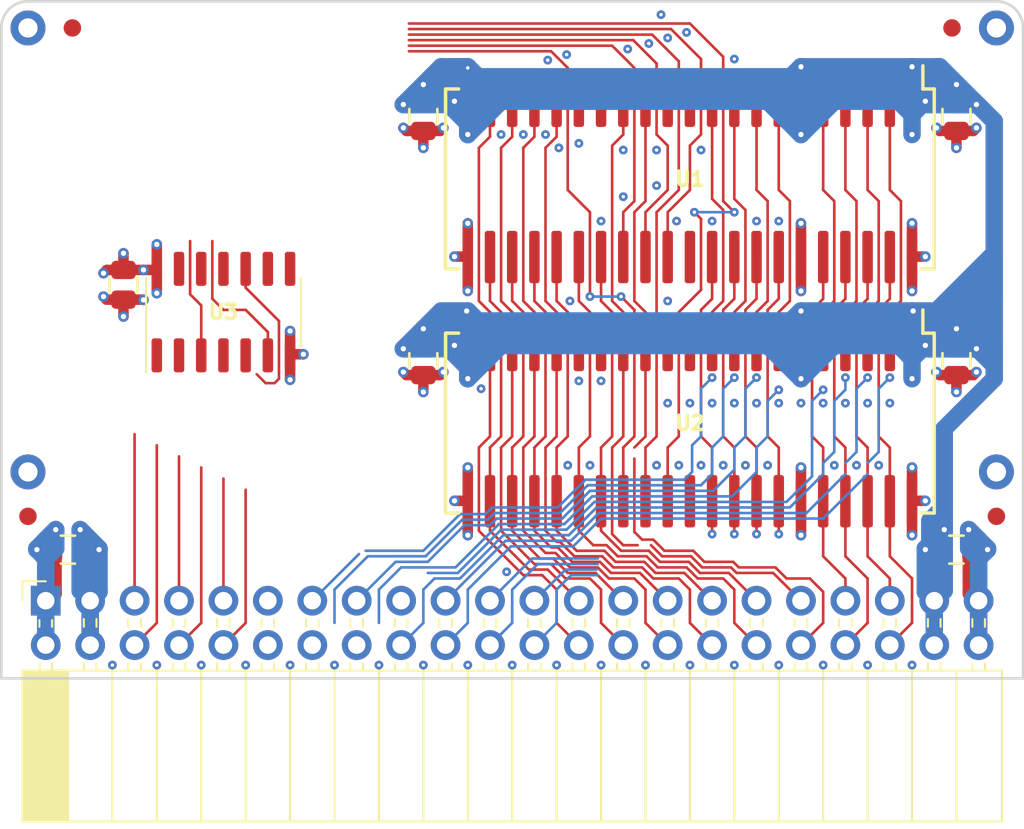
<source format=kicad_pcb>
(kicad_pcb (version 20171130) (host pcbnew "(5.1.10-1-10_14)")

  (general
    (thickness 1.2)
    (drawings 6)
    (tracks 932)
    (zones 0)
    (modules 19)
    (nets 47)
  )

  (page A4)
  (layers
    (0 F.Cu mixed)
    (31 B.Cu mixed)
    (32 B.Adhes user)
    (33 F.Adhes user)
    (34 B.Paste user)
    (35 F.Paste user)
    (36 B.SilkS user)
    (37 F.SilkS user)
    (38 B.Mask user)
    (39 F.Mask user)
    (40 Dwgs.User user)
    (41 Cmts.User user)
    (42 Eco1.User user)
    (43 Eco2.User user)
    (44 Edge.Cuts user)
    (45 Margin user)
    (46 B.CrtYd user)
    (47 F.CrtYd user)
    (48 B.Fab user)
    (49 F.Fab user)
  )

  (setup
    (last_trace_width 0.15)
    (user_trace_width 0.2)
    (user_trace_width 0.25)
    (user_trace_width 0.3)
    (user_trace_width 0.35)
    (user_trace_width 0.4)
    (user_trace_width 0.45)
    (user_trace_width 0.5)
    (user_trace_width 0.6)
    (user_trace_width 0.8)
    (user_trace_width 1)
    (trace_clearance 0.15)
    (zone_clearance 0.154)
    (zone_45_only no)
    (trace_min 0.15)
    (via_size 0.5)
    (via_drill 0.2)
    (via_min_size 0.5)
    (via_min_drill 0.2)
    (user_via 0.6 0.3)
    (user_via 0.8 0.4)
    (user_via 1 0.5)
    (uvia_size 0.3)
    (uvia_drill 0.1)
    (uvias_allowed no)
    (uvia_min_size 0.2)
    (uvia_min_drill 0.1)
    (edge_width 0.15)
    (segment_width 0.2)
    (pcb_text_width 0.3)
    (pcb_text_size 1.5 1.5)
    (mod_edge_width 0.15)
    (mod_text_size 1 1)
    (mod_text_width 0.15)
    (pad_size 1.15 0.45)
    (pad_drill 0)
    (pad_to_mask_clearance 0.075)
    (solder_mask_min_width 0.1)
    (pad_to_paste_clearance -0.0381)
    (aux_axis_origin 0 0)
    (visible_elements FFFFF7FF)
    (pcbplotparams
      (layerselection 0x210f8_ffffffff)
      (usegerberextensions true)
      (usegerberattributes false)
      (usegerberadvancedattributes false)
      (creategerberjobfile false)
      (excludeedgelayer true)
      (linewidth 0.100000)
      (plotframeref false)
      (viasonmask false)
      (mode 1)
      (useauxorigin false)
      (hpglpennumber 1)
      (hpglpenspeed 20)
      (hpglpendiameter 15.000000)
      (psnegative false)
      (psa4output false)
      (plotreference true)
      (plotvalue true)
      (plotinvisibletext false)
      (padsonsilk false)
      (subtractmaskfromsilk true)
      (outputformat 1)
      (mirror false)
      (drillshape 0)
      (scaleselection 1)
      (outputdirectory "gerber/"))
  )

  (net 0 "")
  (net 1 +5V)
  (net 2 /~WE~)
  (net 3 GND)
  (net 4 /A0)
  (net 5 /A1)
  (net 6 /A2)
  (net 7 /A3)
  (net 8 /A4)
  (net 9 /A5)
  (net 10 /A6)
  (net 11 /A7)
  (net 12 /A8)
  (net 13 /A9)
  (net 14 /~RAS~)
  (net 15 /DQ7)
  (net 16 /DQ6)
  (net 17 /DQ5)
  (net 18 /DQ4)
  (net 19 /DQ3)
  (net 20 /DQ2)
  (net 21 /DQ1)
  (net 22 /DQ0)
  (net 23 /U~CAS~C)
  (net 24 /L~CAS~C)
  (net 25 /L~CAS~1)
  (net 26 /U~CAS~1)
  (net 27 /U~CAS~D)
  (net 28 /L~CAS~D)
  (net 29 /DQ8)
  (net 30 /DQ10)
  (net 31 /DQ9)
  (net 32 /DQ11)
  (net 33 /DQ12)
  (net 34 /DQ14)
  (net 35 /DQ13)
  (net 36 /DQ15)
  (net 37 /~OE~1)
  (net 38 /~OE~0)
  (net 39 "Net-(U1-Pad11)")
  (net 40 "Net-(U1-Pad12)")
  (net 41 /U~CAS~0)
  (net 42 /L~CAS~0)
  (net 43 "Net-(U1-Pad32)")
  (net 44 "Net-(U2-Pad32)")
  (net 45 "Net-(U2-Pad12)")
  (net 46 "Net-(U2-Pad11)")

  (net_class Default "This is the default net class."
    (clearance 0.15)
    (trace_width 0.15)
    (via_dia 0.5)
    (via_drill 0.2)
    (uvia_dia 0.3)
    (uvia_drill 0.1)
    (add_net +5V)
    (add_net /A0)
    (add_net /A1)
    (add_net /A2)
    (add_net /A3)
    (add_net /A4)
    (add_net /A5)
    (add_net /A6)
    (add_net /A7)
    (add_net /A8)
    (add_net /A9)
    (add_net /DQ0)
    (add_net /DQ1)
    (add_net /DQ10)
    (add_net /DQ11)
    (add_net /DQ12)
    (add_net /DQ13)
    (add_net /DQ14)
    (add_net /DQ15)
    (add_net /DQ2)
    (add_net /DQ3)
    (add_net /DQ4)
    (add_net /DQ5)
    (add_net /DQ6)
    (add_net /DQ7)
    (add_net /DQ8)
    (add_net /DQ9)
    (add_net /L~CAS~0)
    (add_net /L~CAS~1)
    (add_net /L~CAS~C)
    (add_net /L~CAS~D)
    (add_net /U~CAS~0)
    (add_net /U~CAS~1)
    (add_net /U~CAS~C)
    (add_net /U~CAS~D)
    (add_net /~OE~0)
    (add_net /~OE~1)
    (add_net /~RAS~)
    (add_net /~WE~)
    (add_net GND)
    (add_net "Net-(U1-Pad11)")
    (add_net "Net-(U1-Pad12)")
    (add_net "Net-(U1-Pad32)")
    (add_net "Net-(U2-Pad11)")
    (add_net "Net-(U2-Pad12)")
    (add_net "Net-(U2-Pad32)")
  )

  (module stdpads:SOJ-42-400mil-Skinny (layer F.Cu) (tedit 60CE91A2) (tstamp 60CF8746)
    (at 130.81 99.06 270)
    (path /60CFBCF9)
    (solder_mask_margin 0.05)
    (solder_paste_margin -0.025)
    (attr smd)
    (fp_text reference U1 (at 0 0) (layer F.Fab)
      (effects (font (size 0.8128 0.8128) (thickness 0.2032)))
    )
    (fp_text value AS4C1M16F5 (at 1 0 180) (layer F.Fab)
      (effects (font (size 0.508 0.508) (thickness 0.127)))
    )
    (fp_line (start -5.145 -13.32) (end -6.47 -13.32) (layer F.SilkS) (width 0.2))
    (fp_line (start -5.08 13.97) (end 5.145 13.97) (layer F.SilkS) (width 0.2))
    (fp_line (start -5.145 -13.97) (end 5.145 -13.97) (layer F.SilkS) (width 0.2))
    (fp_line (start -5.145 13.97) (end -5.145 13.225) (layer F.SilkS) (width 0.2))
    (fp_line (start 5.145 13.97) (end 5.145 13.225) (layer F.SilkS) (width 0.2))
    (fp_line (start 5.145 -13.97) (end 5.145 -13.225) (layer F.SilkS) (width 0.2))
    (fp_line (start -5.145 -13.97) (end -5.145 -13.32) (layer F.SilkS) (width 0.2))
    (fp_line (start -6.72 14.145) (end 6.72 14.145) (layer F.CrtYd) (width 0.05))
    (fp_line (start -6.72 -14.145) (end 6.72 -14.145) (layer F.CrtYd) (width 0.05))
    (fp_line (start 6.72 -14.145) (end 6.72 14.145) (layer F.CrtYd) (width 0.05))
    (fp_line (start -6.72 -14.145) (end -6.72 14.145) (layer F.CrtYd) (width 0.05))
    (fp_line (start -5.02 -12.795) (end -4.02 -13.795) (layer F.Fab) (width 0.15))
    (fp_line (start -5.02 -12.795) (end -5.02 13.795) (layer F.Fab) (width 0.15))
    (fp_line (start 5.02 13.795) (end -5.02 13.795) (layer F.Fab) (width 0.15))
    (fp_line (start 5.02 -13.795) (end 5.02 13.795) (layer F.Fab) (width 0.15))
    (fp_line (start -4.02 -13.795) (end 5.02 -13.795) (layer F.Fab) (width 0.15))
    (fp_text user %R (at 0 0) (layer F.SilkS)
      (effects (font (size 0.8128 0.8128) (thickness 0.2032)))
    )
    (pad 41 smd roundrect (at 4.47 -11.43 270) (size 3 0.6) (layers F.Cu F.Paste F.Mask) (roundrect_rratio 0.25)
      (net 36 /DQ15))
    (pad 42 smd roundrect (at 4.47 -12.7 270) (size 3 0.6) (layers F.Cu F.Paste F.Mask) (roundrect_rratio 0.25)
      (net 3 GND))
    (pad 20 smd roundrect (at -4.47 11.43 270) (size 3 0.6) (layers F.Cu F.Paste F.Mask) (roundrect_rratio 0.25)
      (net 7 /A3))
    (pad 21 smd roundrect (at -4.47 12.7 270) (size 3 0.6) (layers F.Cu F.Paste F.Mask) (roundrect_rratio 0.25)
      (net 1 +5V))
    (pad 39 smd roundrect (at 4.47 -8.89 270) (size 3 0.6) (layers F.Cu F.Paste F.Mask) (roundrect_rratio 0.25)
      (net 35 /DQ13))
    (pad 40 smd roundrect (at 4.47 -10.16 270) (size 3 0.6) (layers F.Cu F.Paste F.Mask) (roundrect_rratio 0.25)
      (net 34 /DQ14))
    (pad 38 smd roundrect (at 4.47 -7.62 270) (size 3 0.6) (layers F.Cu F.Paste F.Mask) (roundrect_rratio 0.25)
      (net 33 /DQ12))
    (pad 37 smd roundrect (at 4.47 -6.35 270) (size 3 0.6) (layers F.Cu F.Paste F.Mask) (roundrect_rratio 0.25)
      (net 3 GND))
    (pad 34 smd roundrect (at 4.47 -2.54 270) (size 3 0.6) (layers F.Cu F.Paste F.Mask) (roundrect_rratio 0.25)
      (net 31 /DQ9))
    (pad 33 smd roundrect (at 4.47 -1.27 270) (size 3 0.6) (layers F.Cu F.Paste F.Mask) (roundrect_rratio 0.25)
      (net 29 /DQ8))
    (pad 32 smd roundrect (at 4.47 0 270) (size 3 0.6) (layers F.Cu F.Paste F.Mask) (roundrect_rratio 0.25)
      (net 43 "Net-(U1-Pad32)"))
    (pad 31 smd roundrect (at 4.47 1.27 270) (size 3 0.6) (layers F.Cu F.Paste F.Mask) (roundrect_rratio 0.25)
      (net 42 /L~CAS~0))
    (pad 30 smd roundrect (at 4.47 2.54 270) (size 3 0.6) (layers F.Cu F.Paste F.Mask) (roundrect_rratio 0.25)
      (net 41 /U~CAS~0))
    (pad 29 smd roundrect (at 4.47 3.81 270) (size 3 0.6) (layers F.Cu F.Paste F.Mask) (roundrect_rratio 0.25)
      (net 38 /~OE~0))
    (pad 35 smd roundrect (at 4.47 -3.81 270) (size 3 0.6) (layers F.Cu F.Paste F.Mask) (roundrect_rratio 0.25)
      (net 30 /DQ10))
    (pad 36 smd roundrect (at 4.47 -5.08 270) (size 3 0.6) (layers F.Cu F.Paste F.Mask) (roundrect_rratio 0.25)
      (net 32 /DQ11))
    (pad 19 smd roundrect (at -4.47 10.16 270) (size 3 0.6) (layers F.Cu F.Paste F.Mask) (roundrect_rratio 0.25)
      (net 6 /A2))
    (pad 18 smd roundrect (at -4.47 8.89 270) (size 3 0.6) (layers F.Cu F.Paste F.Mask) (roundrect_rratio 0.25)
      (net 5 /A1))
    (pad 17 smd roundrect (at -4.47 7.62 270) (size 3 0.6) (layers F.Cu F.Paste F.Mask) (roundrect_rratio 0.25)
      (net 4 /A0))
    (pad 16 smd roundrect (at -4.47 6.35 270) (size 3 0.6) (layers F.Cu F.Paste F.Mask) (roundrect_rratio 0.25))
    (pad 15 smd roundrect (at -4.47 5.08 270) (size 3 0.6) (layers F.Cu F.Paste F.Mask) (roundrect_rratio 0.25))
    (pad 7 smd roundrect (at -4.47 -5.08 270) (size 3 0.6) (layers F.Cu F.Paste F.Mask) (roundrect_rratio 0.25)
      (net 18 /DQ4))
    (pad 26 smd roundrect (at 4.47 7.62 270) (size 3 0.6) (layers F.Cu F.Paste F.Mask) (roundrect_rratio 0.25)
      (net 11 /A7))
    (pad 25 smd roundrect (at 4.47 8.89 270) (size 3 0.6) (layers F.Cu F.Paste F.Mask) (roundrect_rratio 0.25)
      (net 10 /A6))
    (pad 24 smd roundrect (at 4.47 10.16 270) (size 3 0.6) (layers F.Cu F.Paste F.Mask) (roundrect_rratio 0.25)
      (net 9 /A5))
    (pad 23 smd roundrect (at 4.47 11.43 270) (size 3 0.6) (layers F.Cu F.Paste F.Mask) (roundrect_rratio 0.25)
      (net 8 /A4))
    (pad 22 smd roundrect (at 4.47 12.7 270) (size 3 0.6) (layers F.Cu F.Paste F.Mask) (roundrect_rratio 0.25)
      (net 3 GND))
    (pad 13 smd roundrect (at -4.47 2.54 270) (size 3 0.6) (layers F.Cu F.Paste F.Mask) (roundrect_rratio 0.25)
      (net 2 /~WE~))
    (pad 12 smd roundrect (at -4.47 1.27 270) (size 3 0.6) (layers F.Cu F.Paste F.Mask) (roundrect_rratio 0.25)
      (net 40 "Net-(U1-Pad12)"))
    (pad 11 smd roundrect (at -4.47 0 270) (size 3 0.6) (layers F.Cu F.Paste F.Mask) (roundrect_rratio 0.25)
      (net 39 "Net-(U1-Pad11)"))
    (pad 10 smd roundrect (at -4.47 -1.27 270) (size 3 0.6) (layers F.Cu F.Paste F.Mask) (roundrect_rratio 0.25)
      (net 15 /DQ7))
    (pad 9 smd roundrect (at -4.47 -2.54 270) (size 3 0.6) (layers F.Cu F.Paste F.Mask) (roundrect_rratio 0.25)
      (net 16 /DQ6))
    (pad 5 smd roundrect (at -4.47 -7.62 270) (size 3 0.6) (layers F.Cu F.Paste F.Mask) (roundrect_rratio 0.25)
      (net 19 /DQ3))
    (pad 4 smd roundrect (at -4.47 -8.89 270) (size 3 0.6) (layers F.Cu F.Paste F.Mask) (roundrect_rratio 0.25)
      (net 20 /DQ2))
    (pad 3 smd roundrect (at -4.47 -10.16 270) (size 3 0.6) (layers F.Cu F.Paste F.Mask) (roundrect_rratio 0.25)
      (net 21 /DQ1))
    (pad 2 smd roundrect (at -4.47 -11.43 270) (size 3 0.6) (layers F.Cu F.Paste F.Mask) (roundrect_rratio 0.25)
      (net 22 /DQ0))
    (pad 1 smd roundrect (at -4.47 -12.7 270) (size 3 0.6) (layers F.Cu F.Paste F.Mask) (roundrect_rratio 0.25)
      (net 1 +5V))
    (pad 6 smd roundrect (at -4.47 -6.35 270) (size 3 0.6) (layers F.Cu F.Paste F.Mask) (roundrect_rratio 0.25)
      (net 1 +5V))
    (pad 8 smd roundrect (at -4.47 -3.81 270) (size 3 0.6) (layers F.Cu F.Paste F.Mask) (roundrect_rratio 0.25)
      (net 17 /DQ5))
    (pad 14 smd roundrect (at -4.47 3.81 270) (size 3 0.6) (layers F.Cu F.Paste F.Mask) (roundrect_rratio 0.25)
      (net 14 /~RAS~))
    (pad 27 smd roundrect (at 4.47 6.35 270) (size 3 0.6) (layers F.Cu F.Paste F.Mask) (roundrect_rratio 0.25)
      (net 12 /A8))
    (pad 28 smd roundrect (at 4.47 5.08 270) (size 3 0.6) (layers F.Cu F.Paste F.Mask) (roundrect_rratio 0.25)
      (net 13 /A9))
    (model ${KISYS3DMOD}/Package_SO.3dshapes/SOJ-36_10.16x23.49mm_P1.27mm.step
      (offset (xyz 0 -1.905 0))
      (scale (xyz 1 1 1))
      (rotate (xyz 0 0 0))
    )
    (model ${KISYS3DMOD}/Package_SO.3dshapes/SOJ-36_10.16x23.49mm_P1.27mm.step
      (offset (xyz 0 1.905 0))
      (scale (xyz 1 1 1))
      (rotate (xyz 0 0 0))
    )
  )

  (module stdpads:C_0805 (layer F.Cu) (tedit 5F02840E) (tstamp 60CF834F)
    (at 115.57 109.435 270)
    (tags capacitor)
    (path /60C13161)
    (solder_mask_margin 0.05)
    (solder_paste_margin -0.025)
    (attr smd)
    (fp_text reference C5 (at 0 0 270) (layer F.Fab)
      (effects (font (size 0.254 0.254) (thickness 0.0635)))
    )
    (fp_text value 2u2 (at 0 0.35 90) (layer F.Fab)
      (effects (font (size 0.254 0.254) (thickness 0.0635)))
    )
    (fp_line (start 1.7 1) (end -1.7 1) (layer F.CrtYd) (width 0.05))
    (fp_line (start 1.7 -1) (end 1.7 1) (layer F.CrtYd) (width 0.05))
    (fp_line (start -1.7 -1) (end 1.7 -1) (layer F.CrtYd) (width 0.05))
    (fp_line (start -1.7 1) (end -1.7 -1) (layer F.CrtYd) (width 0.05))
    (fp_line (start -0.4064 0.8) (end 0.4064 0.8) (layer F.SilkS) (width 0.1524))
    (fp_line (start -0.4064 -0.8) (end 0.4064 -0.8) (layer F.SilkS) (width 0.1524))
    (fp_line (start 1 0.625) (end -1 0.625) (layer F.Fab) (width 0.15))
    (fp_line (start 1 -0.625) (end 1 0.625) (layer F.Fab) (width 0.15))
    (fp_line (start -1 -0.625) (end 1 -0.625) (layer F.Fab) (width 0.15))
    (fp_line (start -1 0.625) (end -1 -0.625) (layer F.Fab) (width 0.15))
    (fp_text user %R (at 0 0 270) (layer F.SilkS) hide
      (effects (font (size 0.254 0.254) (thickness 0.0635)))
    )
    (pad 2 smd roundrect (at 0.85 0 270) (size 1.05 1.4) (layers F.Cu F.Paste F.Mask) (roundrect_rratio 0.25)
      (net 3 GND))
    (pad 1 smd roundrect (at -0.85 0 270) (size 1.05 1.4) (layers F.Cu F.Paste F.Mask) (roundrect_rratio 0.25)
      (net 1 +5V))
    (model ${KISYS3DMOD}/Capacitor_SMD.3dshapes/C_0805_2012Metric.wrl
      (at (xyz 0 0 0))
      (scale (xyz 1 1 1))
      (rotate (xyz 0 0 0))
    )
  )

  (module stdpads:C_0805 (layer F.Cu) (tedit 5F02840E) (tstamp 60CF8901)
    (at 146.05 120.269)
    (tags capacitor)
    (path /60C16BD9)
    (solder_mask_margin 0.05)
    (solder_paste_margin -0.025)
    (attr smd)
    (fp_text reference C3 (at 0 0 180) (layer F.Fab)
      (effects (font (size 0.254 0.254) (thickness 0.0635)))
    )
    (fp_text value 2u2 (at 0 0.35) (layer F.Fab)
      (effects (font (size 0.254 0.254) (thickness 0.0635)))
    )
    (fp_line (start 1.7 1) (end -1.7 1) (layer F.CrtYd) (width 0.05))
    (fp_line (start 1.7 -1) (end 1.7 1) (layer F.CrtYd) (width 0.05))
    (fp_line (start -1.7 -1) (end 1.7 -1) (layer F.CrtYd) (width 0.05))
    (fp_line (start -1.7 1) (end -1.7 -1) (layer F.CrtYd) (width 0.05))
    (fp_line (start -0.4064 0.8) (end 0.4064 0.8) (layer F.SilkS) (width 0.1524))
    (fp_line (start -0.4064 -0.8) (end 0.4064 -0.8) (layer F.SilkS) (width 0.1524))
    (fp_line (start 1 0.625) (end -1 0.625) (layer F.Fab) (width 0.15))
    (fp_line (start 1 -0.625) (end 1 0.625) (layer F.Fab) (width 0.15))
    (fp_line (start -1 -0.625) (end 1 -0.625) (layer F.Fab) (width 0.15))
    (fp_line (start -1 0.625) (end -1 -0.625) (layer F.Fab) (width 0.15))
    (fp_text user %R (at 0 0 180) (layer F.SilkS) hide
      (effects (font (size 0.254 0.254) (thickness 0.0635)))
    )
    (pad 2 smd roundrect (at 0.85 0) (size 1.05 1.4) (layers F.Cu F.Paste F.Mask) (roundrect_rratio 0.25)
      (net 3 GND))
    (pad 1 smd roundrect (at -0.85 0) (size 1.05 1.4) (layers F.Cu F.Paste F.Mask) (roundrect_rratio 0.25)
      (net 1 +5V))
    (model ${KISYS3DMOD}/Capacitor_SMD.3dshapes/C_0805_2012Metric.wrl
      (at (xyz 0 0 0))
      (scale (xyz 1 1 1))
      (rotate (xyz 0 0 0))
    )
  )

  (module stdpads:SOJ-42-400mil-Skinny (layer F.Cu) (tedit 60CE91A2) (tstamp 60D0A0EB)
    (at 130.81 113.03 270)
    (path /60D12031)
    (solder_mask_margin 0.05)
    (solder_paste_margin -0.025)
    (attr smd)
    (fp_text reference U2 (at 0 0) (layer F.Fab)
      (effects (font (size 0.8128 0.8128) (thickness 0.2032)))
    )
    (fp_text value AS4C1M16F5 (at 1 0 180) (layer F.Fab)
      (effects (font (size 0.508 0.508) (thickness 0.127)))
    )
    (fp_line (start -5.145 -13.32) (end -6.47 -13.32) (layer F.SilkS) (width 0.2))
    (fp_line (start -5.08 13.97) (end 5.145 13.97) (layer F.SilkS) (width 0.2))
    (fp_line (start -5.145 -13.97) (end 5.145 -13.97) (layer F.SilkS) (width 0.2))
    (fp_line (start -5.145 13.97) (end -5.145 13.225) (layer F.SilkS) (width 0.2))
    (fp_line (start 5.145 13.97) (end 5.145 13.225) (layer F.SilkS) (width 0.2))
    (fp_line (start 5.145 -13.97) (end 5.145 -13.225) (layer F.SilkS) (width 0.2))
    (fp_line (start -5.145 -13.97) (end -5.145 -13.32) (layer F.SilkS) (width 0.2))
    (fp_line (start -6.72 14.145) (end 6.72 14.145) (layer F.CrtYd) (width 0.05))
    (fp_line (start -6.72 -14.145) (end 6.72 -14.145) (layer F.CrtYd) (width 0.05))
    (fp_line (start 6.72 -14.145) (end 6.72 14.145) (layer F.CrtYd) (width 0.05))
    (fp_line (start -6.72 -14.145) (end -6.72 14.145) (layer F.CrtYd) (width 0.05))
    (fp_line (start -5.02 -12.795) (end -4.02 -13.795) (layer F.Fab) (width 0.15))
    (fp_line (start -5.02 -12.795) (end -5.02 13.795) (layer F.Fab) (width 0.15))
    (fp_line (start 5.02 13.795) (end -5.02 13.795) (layer F.Fab) (width 0.15))
    (fp_line (start 5.02 -13.795) (end 5.02 13.795) (layer F.Fab) (width 0.15))
    (fp_line (start -4.02 -13.795) (end 5.02 -13.795) (layer F.Fab) (width 0.15))
    (fp_text user %R (at 0 0) (layer F.SilkS)
      (effects (font (size 0.8128 0.8128) (thickness 0.2032)))
    )
    (pad 41 smd roundrect (at 4.47 -11.43 270) (size 3 0.6) (layers F.Cu F.Paste F.Mask) (roundrect_rratio 0.25)
      (net 36 /DQ15))
    (pad 42 smd roundrect (at 4.47 -12.7 270) (size 3 0.6) (layers F.Cu F.Paste F.Mask) (roundrect_rratio 0.25)
      (net 3 GND))
    (pad 20 smd roundrect (at -4.47 11.43 270) (size 3 0.6) (layers F.Cu F.Paste F.Mask) (roundrect_rratio 0.25)
      (net 7 /A3))
    (pad 21 smd roundrect (at -4.47 12.7 270) (size 3 0.6) (layers F.Cu F.Paste F.Mask) (roundrect_rratio 0.25)
      (net 1 +5V))
    (pad 39 smd roundrect (at 4.47 -8.89 270) (size 3 0.6) (layers F.Cu F.Paste F.Mask) (roundrect_rratio 0.25)
      (net 35 /DQ13))
    (pad 40 smd roundrect (at 4.47 -10.16 270) (size 3 0.6) (layers F.Cu F.Paste F.Mask) (roundrect_rratio 0.25)
      (net 34 /DQ14))
    (pad 38 smd roundrect (at 4.47 -7.62 270) (size 3 0.6) (layers F.Cu F.Paste F.Mask) (roundrect_rratio 0.25)
      (net 33 /DQ12))
    (pad 37 smd roundrect (at 4.47 -6.35 270) (size 3 0.6) (layers F.Cu F.Paste F.Mask) (roundrect_rratio 0.25)
      (net 3 GND))
    (pad 34 smd roundrect (at 4.47 -2.54 270) (size 3 0.6) (layers F.Cu F.Paste F.Mask) (roundrect_rratio 0.25)
      (net 31 /DQ9))
    (pad 33 smd roundrect (at 4.47 -1.27 270) (size 3 0.6) (layers F.Cu F.Paste F.Mask) (roundrect_rratio 0.25)
      (net 29 /DQ8))
    (pad 32 smd roundrect (at 4.47 0 270) (size 3 0.6) (layers F.Cu F.Paste F.Mask) (roundrect_rratio 0.25)
      (net 44 "Net-(U2-Pad32)"))
    (pad 31 smd roundrect (at 4.47 1.27 270) (size 3 0.6) (layers F.Cu F.Paste F.Mask) (roundrect_rratio 0.25)
      (net 25 /L~CAS~1))
    (pad 30 smd roundrect (at 4.47 2.54 270) (size 3 0.6) (layers F.Cu F.Paste F.Mask) (roundrect_rratio 0.25)
      (net 26 /U~CAS~1))
    (pad 29 smd roundrect (at 4.47 3.81 270) (size 3 0.6) (layers F.Cu F.Paste F.Mask) (roundrect_rratio 0.25)
      (net 37 /~OE~1))
    (pad 35 smd roundrect (at 4.47 -3.81 270) (size 3 0.6) (layers F.Cu F.Paste F.Mask) (roundrect_rratio 0.25)
      (net 30 /DQ10))
    (pad 36 smd roundrect (at 4.47 -5.08 270) (size 3 0.6) (layers F.Cu F.Paste F.Mask) (roundrect_rratio 0.25)
      (net 32 /DQ11))
    (pad 19 smd roundrect (at -4.47 10.16 270) (size 3 0.6) (layers F.Cu F.Paste F.Mask) (roundrect_rratio 0.25)
      (net 6 /A2))
    (pad 18 smd roundrect (at -4.47 8.89 270) (size 3 0.6) (layers F.Cu F.Paste F.Mask) (roundrect_rratio 0.25)
      (net 5 /A1))
    (pad 17 smd roundrect (at -4.47 7.62 270) (size 3 0.6) (layers F.Cu F.Paste F.Mask) (roundrect_rratio 0.25)
      (net 4 /A0))
    (pad 16 smd roundrect (at -4.47 6.35 270) (size 3 0.6) (layers F.Cu F.Paste F.Mask) (roundrect_rratio 0.25))
    (pad 15 smd roundrect (at -4.47 5.08 270) (size 3 0.6) (layers F.Cu F.Paste F.Mask) (roundrect_rratio 0.25))
    (pad 7 smd roundrect (at -4.47 -5.08 270) (size 3 0.6) (layers F.Cu F.Paste F.Mask) (roundrect_rratio 0.25)
      (net 18 /DQ4))
    (pad 26 smd roundrect (at 4.47 7.62 270) (size 3 0.6) (layers F.Cu F.Paste F.Mask) (roundrect_rratio 0.25)
      (net 11 /A7))
    (pad 25 smd roundrect (at 4.47 8.89 270) (size 3 0.6) (layers F.Cu F.Paste F.Mask) (roundrect_rratio 0.25)
      (net 10 /A6))
    (pad 24 smd roundrect (at 4.47 10.16 270) (size 3 0.6) (layers F.Cu F.Paste F.Mask) (roundrect_rratio 0.25)
      (net 9 /A5))
    (pad 23 smd roundrect (at 4.47 11.43 270) (size 3 0.6) (layers F.Cu F.Paste F.Mask) (roundrect_rratio 0.25)
      (net 8 /A4))
    (pad 22 smd roundrect (at 4.47 12.7 270) (size 3 0.6) (layers F.Cu F.Paste F.Mask) (roundrect_rratio 0.25)
      (net 3 GND))
    (pad 13 smd roundrect (at -4.47 2.54 270) (size 3 0.6) (layers F.Cu F.Paste F.Mask) (roundrect_rratio 0.25)
      (net 2 /~WE~))
    (pad 12 smd roundrect (at -4.47 1.27 270) (size 3 0.6) (layers F.Cu F.Paste F.Mask) (roundrect_rratio 0.25)
      (net 45 "Net-(U2-Pad12)"))
    (pad 11 smd roundrect (at -4.47 0 270) (size 3 0.6) (layers F.Cu F.Paste F.Mask) (roundrect_rratio 0.25)
      (net 46 "Net-(U2-Pad11)"))
    (pad 10 smd roundrect (at -4.47 -1.27 270) (size 3 0.6) (layers F.Cu F.Paste F.Mask) (roundrect_rratio 0.25)
      (net 15 /DQ7))
    (pad 9 smd roundrect (at -4.47 -2.54 270) (size 3 0.6) (layers F.Cu F.Paste F.Mask) (roundrect_rratio 0.25)
      (net 16 /DQ6))
    (pad 5 smd roundrect (at -4.47 -7.62 270) (size 3 0.6) (layers F.Cu F.Paste F.Mask) (roundrect_rratio 0.25)
      (net 19 /DQ3))
    (pad 4 smd roundrect (at -4.47 -8.89 270) (size 3 0.6) (layers F.Cu F.Paste F.Mask) (roundrect_rratio 0.25)
      (net 20 /DQ2))
    (pad 3 smd roundrect (at -4.47 -10.16 270) (size 3 0.6) (layers F.Cu F.Paste F.Mask) (roundrect_rratio 0.25)
      (net 21 /DQ1))
    (pad 2 smd roundrect (at -4.47 -11.43 270) (size 3 0.6) (layers F.Cu F.Paste F.Mask) (roundrect_rratio 0.25)
      (net 22 /DQ0))
    (pad 1 smd roundrect (at -4.47 -12.7 270) (size 3 0.6) (layers F.Cu F.Paste F.Mask) (roundrect_rratio 0.25)
      (net 1 +5V))
    (pad 6 smd roundrect (at -4.47 -6.35 270) (size 3 0.6) (layers F.Cu F.Paste F.Mask) (roundrect_rratio 0.25)
      (net 1 +5V))
    (pad 8 smd roundrect (at -4.47 -3.81 270) (size 3 0.6) (layers F.Cu F.Paste F.Mask) (roundrect_rratio 0.25)
      (net 17 /DQ5))
    (pad 14 smd roundrect (at -4.47 3.81 270) (size 3 0.6) (layers F.Cu F.Paste F.Mask) (roundrect_rratio 0.25)
      (net 14 /~RAS~))
    (pad 27 smd roundrect (at 4.47 6.35 270) (size 3 0.6) (layers F.Cu F.Paste F.Mask) (roundrect_rratio 0.25)
      (net 12 /A8))
    (pad 28 smd roundrect (at 4.47 5.08 270) (size 3 0.6) (layers F.Cu F.Paste F.Mask) (roundrect_rratio 0.25)
      (net 13 /A9))
    (model ${KISYS3DMOD}/Package_SO.3dshapes/SOJ-36_10.16x23.49mm_P1.27mm.step
      (offset (xyz 0 -1.905 0))
      (scale (xyz 1 1 1))
      (rotate (xyz 0 0 0))
    )
    (model ${KISYS3DMOD}/Package_SO.3dshapes/SOJ-36_10.16x23.49mm_P1.27mm.step
      (offset (xyz 0 1.905 0))
      (scale (xyz 1 1 1))
      (rotate (xyz 0 0 0))
    )
  )

  (module stdpads:PasteHole_1.1mm_PTH (layer F.Cu) (tedit 5E892B4B) (tstamp 60D0C78E)
    (at 92.964 90.424)
    (descr "Circular Fiducial, 1mm bare copper top; 2mm keepout (Level A)")
    (tags marker)
    (path /5EE01FE0)
    (zone_connect 2)
    (attr virtual)
    (fp_text reference H1 (at 0 0) (layer F.Fab)
      (effects (font (size 0.4 0.4) (thickness 0.1)))
    )
    (fp_text value " " (at 0 2) (layer F.Fab) hide
      (effects (font (size 0.508 0.508) (thickness 0.127)))
    )
    (fp_circle (center 0 0) (end 1 0) (layer F.Fab) (width 0.1))
    (pad 1 thru_hole circle (at 0 0) (size 2 2) (drill 1.1) (layers *.Cu *.Mask)
      (net 3 GND) (zone_connect 2))
  )

  (module stdpads:Fiducial (layer F.Cu) (tedit 5F0284F8) (tstamp 60D267F1)
    (at 92.964 118.364 180)
    (descr "Circular Fiducial, 1mm bare copper top; 2mm keepout (Level A)")
    (tags marker)
    (path /5EDCC581)
    (attr smd)
    (fp_text reference FID1 (at 0 -1.6) (layer F.SilkS) hide
      (effects (font (size 0.508 0.508) (thickness 0.127)))
    )
    (fp_text value Fiducial (at 0 1.651) (layer F.Fab) hide
      (effects (font (size 0.508 0.508) (thickness 0.127)))
    )
    (fp_circle (center 0 0) (end 1 0) (layer F.Fab) (width 0.1))
    (fp_text user %R (at 0 0) (layer F.Fab)
      (effects (font (size 0.4 0.4) (thickness 0.1)))
    )
    (pad ~ smd circle (at 0 0 180) (size 1 1) (layers F.Cu F.Mask)
      (solder_mask_margin 0.5) (clearance 0.575))
  )

  (module stdpads:Fiducial (layer F.Cu) (tedit 5F0284F8) (tstamp 60D26809)
    (at 148.336 118.364 180)
    (descr "Circular Fiducial, 1mm bare copper top; 2mm keepout (Level A)")
    (tags marker)
    (path /5EDCCA31)
    (attr smd)
    (fp_text reference FID2 (at 0 -1.6) (layer F.SilkS) hide
      (effects (font (size 0.508 0.508) (thickness 0.127)))
    )
    (fp_text value Fiducial (at 0 1.651) (layer F.Fab) hide
      (effects (font (size 0.508 0.508) (thickness 0.127)))
    )
    (fp_circle (center 0 0) (end 1 0) (layer F.Fab) (width 0.1))
    (fp_text user %R (at 0 0) (layer F.Fab)
      (effects (font (size 0.4 0.4) (thickness 0.1)))
    )
    (pad ~ smd circle (at 0 0 180) (size 1 1) (layers F.Cu F.Mask)
      (solder_mask_margin 0.5) (clearance 0.575))
  )

  (module stdpads:Fiducial (layer F.Cu) (tedit 5F0284F8) (tstamp 5EC8CE02)
    (at 95.504 90.424)
    (descr "Circular Fiducial, 1mm bare copper top; 2mm keepout (Level A)")
    (tags marker)
    (path /5EDCCCF0)
    (attr smd)
    (fp_text reference FID3 (at 0 -1.6) (layer F.SilkS) hide
      (effects (font (size 0.508 0.508) (thickness 0.127)))
    )
    (fp_text value Fiducial (at 0 1.651) (layer F.Fab) hide
      (effects (font (size 0.508 0.508) (thickness 0.127)))
    )
    (fp_circle (center 0 0) (end 1 0) (layer F.Fab) (width 0.1))
    (fp_text user %R (at 0 0) (layer F.Fab)
      (effects (font (size 0.4 0.4) (thickness 0.1)))
    )
    (pad ~ smd circle (at 0 0) (size 1 1) (layers F.Cu F.Mask)
      (solder_mask_margin 0.5) (clearance 0.575))
  )

  (module stdpads:Fiducial (layer F.Cu) (tedit 5F0284F8) (tstamp 60CF8EF4)
    (at 145.796 90.424)
    (descr "Circular Fiducial, 1mm bare copper top; 2mm keepout (Level A)")
    (tags marker)
    (path /5EDCCFC0)
    (attr smd)
    (fp_text reference FID4 (at 0 -1.6) (layer F.SilkS) hide
      (effects (font (size 0.508 0.508) (thickness 0.127)))
    )
    (fp_text value Fiducial (at 0 1.651) (layer F.Fab) hide
      (effects (font (size 0.508 0.508) (thickness 0.127)))
    )
    (fp_circle (center 0 0) (end 1 0) (layer F.Fab) (width 0.1))
    (fp_text user %R (at 0 0) (layer F.Fab)
      (effects (font (size 0.4 0.4) (thickness 0.1)))
    )
    (pad ~ smd circle (at 0 0) (size 1 1) (layers F.Cu F.Mask)
      (solder_mask_margin 0.5) (clearance 0.575))
  )

  (module stdpads:PasteHole_1.1mm_PTH (layer F.Cu) (tedit 5E892B4B) (tstamp 60D26779)
    (at 92.964 115.824 180)
    (descr "Circular Fiducial, 1mm bare copper top; 2mm keepout (Level A)")
    (tags marker)
    (path /5EE01FE6)
    (zone_connect 2)
    (attr virtual)
    (fp_text reference H2 (at 0 0) (layer F.Fab)
      (effects (font (size 0.4 0.4) (thickness 0.1)))
    )
    (fp_text value " " (at 0 2) (layer F.Fab) hide
      (effects (font (size 0.508 0.508) (thickness 0.127)))
    )
    (fp_circle (center 0 0) (end 1 0) (layer F.Fab) (width 0.1))
    (pad 1 thru_hole circle (at 0 0 180) (size 2 2) (drill 1.1) (layers *.Cu *.Mask)
      (net 3 GND) (zone_connect 2))
  )

  (module stdpads:PasteHole_1.1mm_PTH (layer F.Cu) (tedit 5E892B4B) (tstamp 5EC07272)
    (at 148.336 115.824 180)
    (descr "Circular Fiducial, 1mm bare copper top; 2mm keepout (Level A)")
    (tags marker)
    (path /5EDC8F09)
    (zone_connect 2)
    (attr virtual)
    (fp_text reference H3 (at 0 0) (layer F.Fab)
      (effects (font (size 0.4 0.4) (thickness 0.1)))
    )
    (fp_text value " " (at 0 2) (layer F.Fab) hide
      (effects (font (size 0.508 0.508) (thickness 0.127)))
    )
    (fp_circle (center 0 0) (end 1 0) (layer F.Fab) (width 0.1))
    (pad 1 thru_hole circle (at 0 0 180) (size 2 2) (drill 1.1) (layers *.Cu *.Mask)
      (net 3 GND) (zone_connect 2))
  )

  (module stdpads:PasteHole_1.1mm_PTH (layer F.Cu) (tedit 5E892B4B) (tstamp 60D26825)
    (at 148.336 90.424)
    (descr "Circular Fiducial, 1mm bare copper top; 2mm keepout (Level A)")
    (tags marker)
    (path /5EDC8F0F)
    (zone_connect 2)
    (attr virtual)
    (fp_text reference H4 (at 0 0) (layer F.Fab)
      (effects (font (size 0.4 0.4) (thickness 0.1)))
    )
    (fp_text value " " (at 0 2) (layer F.Fab) hide
      (effects (font (size 0.508 0.508) (thickness 0.127)))
    )
    (fp_circle (center 0 0) (end 1 0) (layer F.Fab) (width 0.1))
    (pad 1 thru_hole circle (at 0 0) (size 2 2) (drill 1.1) (layers *.Cu *.Mask)
      (net 3 GND) (zone_connect 2))
  )

  (module stdpads:C_0805 (layer F.Cu) (tedit 5F02840E) (tstamp 60CF88A1)
    (at 146.05 95.465 270)
    (tags capacitor)
    (path /60C16BD3)
    (solder_mask_margin 0.05)
    (solder_paste_margin -0.025)
    (attr smd)
    (fp_text reference C1 (at 0 0 270) (layer F.Fab)
      (effects (font (size 0.254 0.254) (thickness 0.0635)))
    )
    (fp_text value 2u2 (at 0 0.35 90) (layer F.Fab)
      (effects (font (size 0.254 0.254) (thickness 0.0635)))
    )
    (fp_line (start 1.7 1) (end -1.7 1) (layer F.CrtYd) (width 0.05))
    (fp_line (start 1.7 -1) (end 1.7 1) (layer F.CrtYd) (width 0.05))
    (fp_line (start -1.7 -1) (end 1.7 -1) (layer F.CrtYd) (width 0.05))
    (fp_line (start -1.7 1) (end -1.7 -1) (layer F.CrtYd) (width 0.05))
    (fp_line (start -0.4064 0.8) (end 0.4064 0.8) (layer F.SilkS) (width 0.1524))
    (fp_line (start -0.4064 -0.8) (end 0.4064 -0.8) (layer F.SilkS) (width 0.1524))
    (fp_line (start 1 0.625) (end -1 0.625) (layer F.Fab) (width 0.15))
    (fp_line (start 1 -0.625) (end 1 0.625) (layer F.Fab) (width 0.15))
    (fp_line (start -1 -0.625) (end 1 -0.625) (layer F.Fab) (width 0.15))
    (fp_line (start -1 0.625) (end -1 -0.625) (layer F.Fab) (width 0.15))
    (fp_text user %R (at 0 0 270) (layer F.SilkS) hide
      (effects (font (size 0.254 0.254) (thickness 0.0635)))
    )
    (pad 2 smd roundrect (at 0.85 0 270) (size 1.05 1.4) (layers F.Cu F.Paste F.Mask) (roundrect_rratio 0.25)
      (net 3 GND))
    (pad 1 smd roundrect (at -0.85 0 270) (size 1.05 1.4) (layers F.Cu F.Paste F.Mask) (roundrect_rratio 0.25)
      (net 1 +5V))
    (model ${KISYS3DMOD}/Capacitor_SMD.3dshapes/C_0805_2012Metric.wrl
      (at (xyz 0 0 0))
      (scale (xyz 1 1 1))
      (rotate (xyz 0 0 0))
    )
  )

  (module stdpads:C_0805 (layer F.Cu) (tedit 5F02840E) (tstamp 60CF831F)
    (at 115.57 95.465 270)
    (tags capacitor)
    (path /60C16BC7)
    (solder_mask_margin 0.05)
    (solder_paste_margin -0.025)
    (attr smd)
    (fp_text reference C2 (at 0 0 270) (layer F.Fab)
      (effects (font (size 0.254 0.254) (thickness 0.0635)))
    )
    (fp_text value 2u2 (at 0 0.35 90) (layer F.Fab)
      (effects (font (size 0.254 0.254) (thickness 0.0635)))
    )
    (fp_line (start 1.7 1) (end -1.7 1) (layer F.CrtYd) (width 0.05))
    (fp_line (start 1.7 -1) (end 1.7 1) (layer F.CrtYd) (width 0.05))
    (fp_line (start -1.7 -1) (end 1.7 -1) (layer F.CrtYd) (width 0.05))
    (fp_line (start -1.7 1) (end -1.7 -1) (layer F.CrtYd) (width 0.05))
    (fp_line (start -0.4064 0.8) (end 0.4064 0.8) (layer F.SilkS) (width 0.1524))
    (fp_line (start -0.4064 -0.8) (end 0.4064 -0.8) (layer F.SilkS) (width 0.1524))
    (fp_line (start 1 0.625) (end -1 0.625) (layer F.Fab) (width 0.15))
    (fp_line (start 1 -0.625) (end 1 0.625) (layer F.Fab) (width 0.15))
    (fp_line (start -1 -0.625) (end 1 -0.625) (layer F.Fab) (width 0.15))
    (fp_line (start -1 0.625) (end -1 -0.625) (layer F.Fab) (width 0.15))
    (fp_text user %R (at 0 0 270) (layer F.SilkS) hide
      (effects (font (size 0.254 0.254) (thickness 0.0635)))
    )
    (pad 2 smd roundrect (at 0.85 0 270) (size 1.05 1.4) (layers F.Cu F.Paste F.Mask) (roundrect_rratio 0.25)
      (net 3 GND))
    (pad 1 smd roundrect (at -0.85 0 270) (size 1.05 1.4) (layers F.Cu F.Paste F.Mask) (roundrect_rratio 0.25)
      (net 1 +5V))
    (model ${KISYS3DMOD}/Capacitor_SMD.3dshapes/C_0805_2012Metric.wrl
      (at (xyz 0 0 0))
      (scale (xyz 1 1 1))
      (rotate (xyz 0 0 0))
    )
  )

  (module stdpads:C_0805 (layer F.Cu) (tedit 5F02840E) (tstamp 60CF88D1)
    (at 146.05 109.435 270)
    (tags capacitor)
    (path /60C16BCD)
    (solder_mask_margin 0.05)
    (solder_paste_margin -0.025)
    (attr smd)
    (fp_text reference C4 (at 0 0 270) (layer F.Fab)
      (effects (font (size 0.254 0.254) (thickness 0.0635)))
    )
    (fp_text value 2u2 (at 0 0.35 90) (layer F.Fab)
      (effects (font (size 0.254 0.254) (thickness 0.0635)))
    )
    (fp_line (start -1 0.625) (end -1 -0.625) (layer F.Fab) (width 0.15))
    (fp_line (start -1 -0.625) (end 1 -0.625) (layer F.Fab) (width 0.15))
    (fp_line (start 1 -0.625) (end 1 0.625) (layer F.Fab) (width 0.15))
    (fp_line (start 1 0.625) (end -1 0.625) (layer F.Fab) (width 0.15))
    (fp_line (start -0.4064 -0.8) (end 0.4064 -0.8) (layer F.SilkS) (width 0.1524))
    (fp_line (start -0.4064 0.8) (end 0.4064 0.8) (layer F.SilkS) (width 0.1524))
    (fp_line (start -1.7 1) (end -1.7 -1) (layer F.CrtYd) (width 0.05))
    (fp_line (start -1.7 -1) (end 1.7 -1) (layer F.CrtYd) (width 0.05))
    (fp_line (start 1.7 -1) (end 1.7 1) (layer F.CrtYd) (width 0.05))
    (fp_line (start 1.7 1) (end -1.7 1) (layer F.CrtYd) (width 0.05))
    (fp_text user %R (at 0 0 270) (layer F.SilkS) hide
      (effects (font (size 0.254 0.254) (thickness 0.0635)))
    )
    (pad 1 smd roundrect (at -0.85 0 270) (size 1.05 1.4) (layers F.Cu F.Paste F.Mask) (roundrect_rratio 0.25)
      (net 1 +5V))
    (pad 2 smd roundrect (at 0.85 0 270) (size 1.05 1.4) (layers F.Cu F.Paste F.Mask) (roundrect_rratio 0.25)
      (net 3 GND))
    (model ${KISYS3DMOD}/Capacitor_SMD.3dshapes/C_0805_2012Metric.wrl
      (at (xyz 0 0 0))
      (scale (xyz 1 1 1))
      (rotate (xyz 0 0 0))
    )
  )

  (module stdpads:C_0805 (layer F.Cu) (tedit 5F02840E) (tstamp 60D27D3C)
    (at 98.425 105.117 270)
    (tags capacitor)
    (path /60C1316B)
    (solder_mask_margin 0.05)
    (solder_paste_margin -0.025)
    (attr smd)
    (fp_text reference C7 (at 0 0 270) (layer F.Fab)
      (effects (font (size 0.254 0.254) (thickness 0.0635)))
    )
    (fp_text value 2u2 (at 0 0.35 90) (layer F.Fab)
      (effects (font (size 0.254 0.254) (thickness 0.0635)))
    )
    (fp_line (start -1 0.625) (end -1 -0.625) (layer F.Fab) (width 0.15))
    (fp_line (start -1 -0.625) (end 1 -0.625) (layer F.Fab) (width 0.15))
    (fp_line (start 1 -0.625) (end 1 0.625) (layer F.Fab) (width 0.15))
    (fp_line (start 1 0.625) (end -1 0.625) (layer F.Fab) (width 0.15))
    (fp_line (start -0.4064 -0.8) (end 0.4064 -0.8) (layer F.SilkS) (width 0.1524))
    (fp_line (start -0.4064 0.8) (end 0.4064 0.8) (layer F.SilkS) (width 0.1524))
    (fp_line (start -1.7 1) (end -1.7 -1) (layer F.CrtYd) (width 0.05))
    (fp_line (start -1.7 -1) (end 1.7 -1) (layer F.CrtYd) (width 0.05))
    (fp_line (start 1.7 -1) (end 1.7 1) (layer F.CrtYd) (width 0.05))
    (fp_line (start 1.7 1) (end -1.7 1) (layer F.CrtYd) (width 0.05))
    (fp_text user %R (at 0 0 270) (layer F.SilkS) hide
      (effects (font (size 0.254 0.254) (thickness 0.0635)))
    )
    (pad 1 smd roundrect (at -0.85 0 270) (size 1.05 1.4) (layers F.Cu F.Paste F.Mask) (roundrect_rratio 0.25)
      (net 1 +5V))
    (pad 2 smd roundrect (at 0.85 0 270) (size 1.05 1.4) (layers F.Cu F.Paste F.Mask) (roundrect_rratio 0.25)
      (net 3 GND))
    (model ${KISYS3DMOD}/Capacitor_SMD.3dshapes/C_0805_2012Metric.wrl
      (at (xyz 0 0 0))
      (scale (xyz 1 1 1))
      (rotate (xyz 0 0 0))
    )
  )

  (module Connector_PinSocket_2.54mm:PinSocket_2x22_P2.54mm_Horizontal (layer F.Cu) (tedit 5A19A41B) (tstamp 60D02722)
    (at 93.98 123.19 90)
    (descr "Through hole angled socket strip, 2x22, 2.54mm pitch, 8.51mm socket length, double cols (from Kicad 4.0.7), script generated")
    (tags "Through hole angled socket strip THT 2x22 2.54mm double row")
    (path /60D165FF)
    (fp_text reference J1 (at -5.65 -2.77 90) (layer F.SilkS) hide
      (effects (font (size 1 1) (thickness 0.15)))
    )
    (fp_text value "RAM Exp." (at -5.65 56.11 90) (layer F.Fab) hide
      (effects (font (size 1 1) (thickness 0.15)))
    )
    (fp_line (start 1.8 55.15) (end 1.8 -1.75) (layer F.CrtYd) (width 0.05))
    (fp_line (start -13.05 55.15) (end 1.8 55.15) (layer F.CrtYd) (width 0.05))
    (fp_line (start -13.05 -1.75) (end -13.05 55.15) (layer F.CrtYd) (width 0.05))
    (fp_line (start 1.8 -1.75) (end -13.05 -1.75) (layer F.CrtYd) (width 0.05))
    (fp_line (start 0 -1.33) (end 1.11 -1.33) (layer F.SilkS) (width 0.12))
    (fp_line (start 1.11 -1.33) (end 1.11 0) (layer F.SilkS) (width 0.12))
    (fp_line (start -12.63 -1.33) (end -12.63 54.67) (layer F.SilkS) (width 0.12))
    (fp_line (start -12.63 54.67) (end -4 54.67) (layer F.SilkS) (width 0.12))
    (fp_line (start -4 -1.33) (end -4 54.67) (layer F.SilkS) (width 0.12))
    (fp_line (start -12.63 -1.33) (end -4 -1.33) (layer F.SilkS) (width 0.12))
    (fp_line (start -12.63 52.07) (end -4 52.07) (layer F.SilkS) (width 0.12))
    (fp_line (start -12.63 49.53) (end -4 49.53) (layer F.SilkS) (width 0.12))
    (fp_line (start -12.63 46.99) (end -4 46.99) (layer F.SilkS) (width 0.12))
    (fp_line (start -12.63 44.45) (end -4 44.45) (layer F.SilkS) (width 0.12))
    (fp_line (start -12.63 41.91) (end -4 41.91) (layer F.SilkS) (width 0.12))
    (fp_line (start -12.63 39.37) (end -4 39.37) (layer F.SilkS) (width 0.12))
    (fp_line (start -12.63 36.83) (end -4 36.83) (layer F.SilkS) (width 0.12))
    (fp_line (start -12.63 34.29) (end -4 34.29) (layer F.SilkS) (width 0.12))
    (fp_line (start -12.63 31.75) (end -4 31.75) (layer F.SilkS) (width 0.12))
    (fp_line (start -12.63 29.21) (end -4 29.21) (layer F.SilkS) (width 0.12))
    (fp_line (start -12.63 26.67) (end -4 26.67) (layer F.SilkS) (width 0.12))
    (fp_line (start -12.63 24.13) (end -4 24.13) (layer F.SilkS) (width 0.12))
    (fp_line (start -12.63 21.59) (end -4 21.59) (layer F.SilkS) (width 0.12))
    (fp_line (start -12.63 19.05) (end -4 19.05) (layer F.SilkS) (width 0.12))
    (fp_line (start -12.63 16.51) (end -4 16.51) (layer F.SilkS) (width 0.12))
    (fp_line (start -12.63 13.97) (end -4 13.97) (layer F.SilkS) (width 0.12))
    (fp_line (start -12.63 11.43) (end -4 11.43) (layer F.SilkS) (width 0.12))
    (fp_line (start -12.63 8.89) (end -4 8.89) (layer F.SilkS) (width 0.12))
    (fp_line (start -12.63 6.35) (end -4 6.35) (layer F.SilkS) (width 0.12))
    (fp_line (start -12.63 3.81) (end -4 3.81) (layer F.SilkS) (width 0.12))
    (fp_line (start -12.63 1.27) (end -4 1.27) (layer F.SilkS) (width 0.12))
    (fp_line (start -1.49 53.7) (end -1.05 53.7) (layer F.SilkS) (width 0.12))
    (fp_line (start -4 53.7) (end -3.59 53.7) (layer F.SilkS) (width 0.12))
    (fp_line (start -1.49 52.98) (end -1.05 52.98) (layer F.SilkS) (width 0.12))
    (fp_line (start -4 52.98) (end -3.59 52.98) (layer F.SilkS) (width 0.12))
    (fp_line (start -1.49 51.16) (end -1.05 51.16) (layer F.SilkS) (width 0.12))
    (fp_line (start -4 51.16) (end -3.59 51.16) (layer F.SilkS) (width 0.12))
    (fp_line (start -1.49 50.44) (end -1.05 50.44) (layer F.SilkS) (width 0.12))
    (fp_line (start -4 50.44) (end -3.59 50.44) (layer F.SilkS) (width 0.12))
    (fp_line (start -1.49 48.62) (end -1.05 48.62) (layer F.SilkS) (width 0.12))
    (fp_line (start -4 48.62) (end -3.59 48.62) (layer F.SilkS) (width 0.12))
    (fp_line (start -1.49 47.9) (end -1.05 47.9) (layer F.SilkS) (width 0.12))
    (fp_line (start -4 47.9) (end -3.59 47.9) (layer F.SilkS) (width 0.12))
    (fp_line (start -1.49 46.08) (end -1.05 46.08) (layer F.SilkS) (width 0.12))
    (fp_line (start -4 46.08) (end -3.59 46.08) (layer F.SilkS) (width 0.12))
    (fp_line (start -1.49 45.36) (end -1.05 45.36) (layer F.SilkS) (width 0.12))
    (fp_line (start -4 45.36) (end -3.59 45.36) (layer F.SilkS) (width 0.12))
    (fp_line (start -1.49 43.54) (end -1.05 43.54) (layer F.SilkS) (width 0.12))
    (fp_line (start -4 43.54) (end -3.59 43.54) (layer F.SilkS) (width 0.12))
    (fp_line (start -1.49 42.82) (end -1.05 42.82) (layer F.SilkS) (width 0.12))
    (fp_line (start -4 42.82) (end -3.59 42.82) (layer F.SilkS) (width 0.12))
    (fp_line (start -1.49 41) (end -1.05 41) (layer F.SilkS) (width 0.12))
    (fp_line (start -4 41) (end -3.59 41) (layer F.SilkS) (width 0.12))
    (fp_line (start -1.49 40.28) (end -1.05 40.28) (layer F.SilkS) (width 0.12))
    (fp_line (start -4 40.28) (end -3.59 40.28) (layer F.SilkS) (width 0.12))
    (fp_line (start -1.49 38.46) (end -1.05 38.46) (layer F.SilkS) (width 0.12))
    (fp_line (start -4 38.46) (end -3.59 38.46) (layer F.SilkS) (width 0.12))
    (fp_line (start -1.49 37.74) (end -1.05 37.74) (layer F.SilkS) (width 0.12))
    (fp_line (start -4 37.74) (end -3.59 37.74) (layer F.SilkS) (width 0.12))
    (fp_line (start -1.49 35.92) (end -1.05 35.92) (layer F.SilkS) (width 0.12))
    (fp_line (start -4 35.92) (end -3.59 35.92) (layer F.SilkS) (width 0.12))
    (fp_line (start -1.49 35.2) (end -1.05 35.2) (layer F.SilkS) (width 0.12))
    (fp_line (start -4 35.2) (end -3.59 35.2) (layer F.SilkS) (width 0.12))
    (fp_line (start -1.49 33.38) (end -1.05 33.38) (layer F.SilkS) (width 0.12))
    (fp_line (start -4 33.38) (end -3.59 33.38) (layer F.SilkS) (width 0.12))
    (fp_line (start -1.49 32.66) (end -1.05 32.66) (layer F.SilkS) (width 0.12))
    (fp_line (start -4 32.66) (end -3.59 32.66) (layer F.SilkS) (width 0.12))
    (fp_line (start -1.49 30.84) (end -1.05 30.84) (layer F.SilkS) (width 0.12))
    (fp_line (start -4 30.84) (end -3.59 30.84) (layer F.SilkS) (width 0.12))
    (fp_line (start -1.49 30.12) (end -1.05 30.12) (layer F.SilkS) (width 0.12))
    (fp_line (start -4 30.12) (end -3.59 30.12) (layer F.SilkS) (width 0.12))
    (fp_line (start -1.49 28.3) (end -1.05 28.3) (layer F.SilkS) (width 0.12))
    (fp_line (start -4 28.3) (end -3.59 28.3) (layer F.SilkS) (width 0.12))
    (fp_line (start -1.49 27.58) (end -1.05 27.58) (layer F.SilkS) (width 0.12))
    (fp_line (start -4 27.58) (end -3.59 27.58) (layer F.SilkS) (width 0.12))
    (fp_line (start -1.49 25.76) (end -1.05 25.76) (layer F.SilkS) (width 0.12))
    (fp_line (start -4 25.76) (end -3.59 25.76) (layer F.SilkS) (width 0.12))
    (fp_line (start -1.49 25.04) (end -1.05 25.04) (layer F.SilkS) (width 0.12))
    (fp_line (start -4 25.04) (end -3.59 25.04) (layer F.SilkS) (width 0.12))
    (fp_line (start -1.49 23.22) (end -1.05 23.22) (layer F.SilkS) (width 0.12))
    (fp_line (start -4 23.22) (end -3.59 23.22) (layer F.SilkS) (width 0.12))
    (fp_line (start -1.49 22.5) (end -1.05 22.5) (layer F.SilkS) (width 0.12))
    (fp_line (start -4 22.5) (end -3.59 22.5) (layer F.SilkS) (width 0.12))
    (fp_line (start -1.49 20.68) (end -1.05 20.68) (layer F.SilkS) (width 0.12))
    (fp_line (start -4 20.68) (end -3.59 20.68) (layer F.SilkS) (width 0.12))
    (fp_line (start -1.49 19.96) (end -1.05 19.96) (layer F.SilkS) (width 0.12))
    (fp_line (start -4 19.96) (end -3.59 19.96) (layer F.SilkS) (width 0.12))
    (fp_line (start -1.49 18.14) (end -1.05 18.14) (layer F.SilkS) (width 0.12))
    (fp_line (start -4 18.14) (end -3.59 18.14) (layer F.SilkS) (width 0.12))
    (fp_line (start -1.49 17.42) (end -1.05 17.42) (layer F.SilkS) (width 0.12))
    (fp_line (start -4 17.42) (end -3.59 17.42) (layer F.SilkS) (width 0.12))
    (fp_line (start -1.49 15.6) (end -1.05 15.6) (layer F.SilkS) (width 0.12))
    (fp_line (start -4 15.6) (end -3.59 15.6) (layer F.SilkS) (width 0.12))
    (fp_line (start -1.49 14.88) (end -1.05 14.88) (layer F.SilkS) (width 0.12))
    (fp_line (start -4 14.88) (end -3.59 14.88) (layer F.SilkS) (width 0.12))
    (fp_line (start -1.49 13.06) (end -1.05 13.06) (layer F.SilkS) (width 0.12))
    (fp_line (start -4 13.06) (end -3.59 13.06) (layer F.SilkS) (width 0.12))
    (fp_line (start -1.49 12.34) (end -1.05 12.34) (layer F.SilkS) (width 0.12))
    (fp_line (start -4 12.34) (end -3.59 12.34) (layer F.SilkS) (width 0.12))
    (fp_line (start -1.49 10.52) (end -1.05 10.52) (layer F.SilkS) (width 0.12))
    (fp_line (start -4 10.52) (end -3.59 10.52) (layer F.SilkS) (width 0.12))
    (fp_line (start -1.49 9.8) (end -1.05 9.8) (layer F.SilkS) (width 0.12))
    (fp_line (start -4 9.8) (end -3.59 9.8) (layer F.SilkS) (width 0.12))
    (fp_line (start -1.49 7.98) (end -1.05 7.98) (layer F.SilkS) (width 0.12))
    (fp_line (start -4 7.98) (end -3.59 7.98) (layer F.SilkS) (width 0.12))
    (fp_line (start -1.49 7.26) (end -1.05 7.26) (layer F.SilkS) (width 0.12))
    (fp_line (start -4 7.26) (end -3.59 7.26) (layer F.SilkS) (width 0.12))
    (fp_line (start -1.49 5.44) (end -1.05 5.44) (layer F.SilkS) (width 0.12))
    (fp_line (start -4 5.44) (end -3.59 5.44) (layer F.SilkS) (width 0.12))
    (fp_line (start -1.49 4.72) (end -1.05 4.72) (layer F.SilkS) (width 0.12))
    (fp_line (start -4 4.72) (end -3.59 4.72) (layer F.SilkS) (width 0.12))
    (fp_line (start -1.49 2.9) (end -1.05 2.9) (layer F.SilkS) (width 0.12))
    (fp_line (start -4 2.9) (end -3.59 2.9) (layer F.SilkS) (width 0.12))
    (fp_line (start -1.49 2.18) (end -1.05 2.18) (layer F.SilkS) (width 0.12))
    (fp_line (start -4 2.18) (end -3.59 2.18) (layer F.SilkS) (width 0.12))
    (fp_line (start -1.49 0.36) (end -1.11 0.36) (layer F.SilkS) (width 0.12))
    (fp_line (start -4 0.36) (end -3.59 0.36) (layer F.SilkS) (width 0.12))
    (fp_line (start -1.49 -0.36) (end -1.11 -0.36) (layer F.SilkS) (width 0.12))
    (fp_line (start -4 -0.36) (end -3.59 -0.36) (layer F.SilkS) (width 0.12))
    (fp_line (start -12.63 1.1519) (end -4 1.1519) (layer F.SilkS) (width 0.12))
    (fp_line (start -12.63 1.033805) (end -4 1.033805) (layer F.SilkS) (width 0.12))
    (fp_line (start -12.63 0.91571) (end -4 0.91571) (layer F.SilkS) (width 0.12))
    (fp_line (start -12.63 0.797615) (end -4 0.797615) (layer F.SilkS) (width 0.12))
    (fp_line (start -12.63 0.67952) (end -4 0.67952) (layer F.SilkS) (width 0.12))
    (fp_line (start -12.63 0.561425) (end -4 0.561425) (layer F.SilkS) (width 0.12))
    (fp_line (start -12.63 0.44333) (end -4 0.44333) (layer F.SilkS) (width 0.12))
    (fp_line (start -12.63 0.325235) (end -4 0.325235) (layer F.SilkS) (width 0.12))
    (fp_line (start -12.63 0.20714) (end -4 0.20714) (layer F.SilkS) (width 0.12))
    (fp_line (start -12.63 0.089045) (end -4 0.089045) (layer F.SilkS) (width 0.12))
    (fp_line (start -12.63 -0.02905) (end -4 -0.02905) (layer F.SilkS) (width 0.12))
    (fp_line (start -12.63 -0.147145) (end -4 -0.147145) (layer F.SilkS) (width 0.12))
    (fp_line (start -12.63 -0.26524) (end -4 -0.26524) (layer F.SilkS) (width 0.12))
    (fp_line (start -12.63 -0.383335) (end -4 -0.383335) (layer F.SilkS) (width 0.12))
    (fp_line (start -12.63 -0.50143) (end -4 -0.50143) (layer F.SilkS) (width 0.12))
    (fp_line (start -12.63 -0.619525) (end -4 -0.619525) (layer F.SilkS) (width 0.12))
    (fp_line (start -12.63 -0.73762) (end -4 -0.73762) (layer F.SilkS) (width 0.12))
    (fp_line (start -12.63 -0.855715) (end -4 -0.855715) (layer F.SilkS) (width 0.12))
    (fp_line (start -12.63 -0.97381) (end -4 -0.97381) (layer F.SilkS) (width 0.12))
    (fp_line (start -12.63 -1.091905) (end -4 -1.091905) (layer F.SilkS) (width 0.12))
    (fp_line (start -12.63 -1.21) (end -4 -1.21) (layer F.SilkS) (width 0.12))
    (fp_line (start 0 53.64) (end 0 53.04) (layer F.Fab) (width 0.1))
    (fp_line (start -4.06 53.64) (end 0 53.64) (layer F.Fab) (width 0.1))
    (fp_line (start 0 53.04) (end -4.06 53.04) (layer F.Fab) (width 0.1))
    (fp_line (start 0 51.1) (end 0 50.5) (layer F.Fab) (width 0.1))
    (fp_line (start -4.06 51.1) (end 0 51.1) (layer F.Fab) (width 0.1))
    (fp_line (start 0 50.5) (end -4.06 50.5) (layer F.Fab) (width 0.1))
    (fp_line (start 0 48.56) (end 0 47.96) (layer F.Fab) (width 0.1))
    (fp_line (start -4.06 48.56) (end 0 48.56) (layer F.Fab) (width 0.1))
    (fp_line (start 0 47.96) (end -4.06 47.96) (layer F.Fab) (width 0.1))
    (fp_line (start 0 46.02) (end 0 45.42) (layer F.Fab) (width 0.1))
    (fp_line (start -4.06 46.02) (end 0 46.02) (layer F.Fab) (width 0.1))
    (fp_line (start 0 45.42) (end -4.06 45.42) (layer F.Fab) (width 0.1))
    (fp_line (start 0 43.48) (end 0 42.88) (layer F.Fab) (width 0.1))
    (fp_line (start -4.06 43.48) (end 0 43.48) (layer F.Fab) (width 0.1))
    (fp_line (start 0 42.88) (end -4.06 42.88) (layer F.Fab) (width 0.1))
    (fp_line (start 0 40.94) (end 0 40.34) (layer F.Fab) (width 0.1))
    (fp_line (start -4.06 40.94) (end 0 40.94) (layer F.Fab) (width 0.1))
    (fp_line (start 0 40.34) (end -4.06 40.34) (layer F.Fab) (width 0.1))
    (fp_line (start 0 38.4) (end 0 37.8) (layer F.Fab) (width 0.1))
    (fp_line (start -4.06 38.4) (end 0 38.4) (layer F.Fab) (width 0.1))
    (fp_line (start 0 37.8) (end -4.06 37.8) (layer F.Fab) (width 0.1))
    (fp_line (start 0 35.86) (end 0 35.26) (layer F.Fab) (width 0.1))
    (fp_line (start -4.06 35.86) (end 0 35.86) (layer F.Fab) (width 0.1))
    (fp_line (start 0 35.26) (end -4.06 35.26) (layer F.Fab) (width 0.1))
    (fp_line (start 0 33.32) (end 0 32.72) (layer F.Fab) (width 0.1))
    (fp_line (start -4.06 33.32) (end 0 33.32) (layer F.Fab) (width 0.1))
    (fp_line (start 0 32.72) (end -4.06 32.72) (layer F.Fab) (width 0.1))
    (fp_line (start 0 30.78) (end 0 30.18) (layer F.Fab) (width 0.1))
    (fp_line (start -4.06 30.78) (end 0 30.78) (layer F.Fab) (width 0.1))
    (fp_line (start 0 30.18) (end -4.06 30.18) (layer F.Fab) (width 0.1))
    (fp_line (start 0 28.24) (end 0 27.64) (layer F.Fab) (width 0.1))
    (fp_line (start -4.06 28.24) (end 0 28.24) (layer F.Fab) (width 0.1))
    (fp_line (start 0 27.64) (end -4.06 27.64) (layer F.Fab) (width 0.1))
    (fp_line (start 0 25.7) (end 0 25.1) (layer F.Fab) (width 0.1))
    (fp_line (start -4.06 25.7) (end 0 25.7) (layer F.Fab) (width 0.1))
    (fp_line (start 0 25.1) (end -4.06 25.1) (layer F.Fab) (width 0.1))
    (fp_line (start 0 23.16) (end 0 22.56) (layer F.Fab) (width 0.1))
    (fp_line (start -4.06 23.16) (end 0 23.16) (layer F.Fab) (width 0.1))
    (fp_line (start 0 22.56) (end -4.06 22.56) (layer F.Fab) (width 0.1))
    (fp_line (start 0 20.62) (end 0 20.02) (layer F.Fab) (width 0.1))
    (fp_line (start -4.06 20.62) (end 0 20.62) (layer F.Fab) (width 0.1))
    (fp_line (start 0 20.02) (end -4.06 20.02) (layer F.Fab) (width 0.1))
    (fp_line (start 0 18.08) (end 0 17.48) (layer F.Fab) (width 0.1))
    (fp_line (start -4.06 18.08) (end 0 18.08) (layer F.Fab) (width 0.1))
    (fp_line (start 0 17.48) (end -4.06 17.48) (layer F.Fab) (width 0.1))
    (fp_line (start 0 15.54) (end 0 14.94) (layer F.Fab) (width 0.1))
    (fp_line (start -4.06 15.54) (end 0 15.54) (layer F.Fab) (width 0.1))
    (fp_line (start 0 14.94) (end -4.06 14.94) (layer F.Fab) (width 0.1))
    (fp_line (start 0 13) (end 0 12.4) (layer F.Fab) (width 0.1))
    (fp_line (start -4.06 13) (end 0 13) (layer F.Fab) (width 0.1))
    (fp_line (start 0 12.4) (end -4.06 12.4) (layer F.Fab) (width 0.1))
    (fp_line (start 0 10.46) (end 0 9.86) (layer F.Fab) (width 0.1))
    (fp_line (start -4.06 10.46) (end 0 10.46) (layer F.Fab) (width 0.1))
    (fp_line (start 0 9.86) (end -4.06 9.86) (layer F.Fab) (width 0.1))
    (fp_line (start 0 7.92) (end 0 7.32) (layer F.Fab) (width 0.1))
    (fp_line (start -4.06 7.92) (end 0 7.92) (layer F.Fab) (width 0.1))
    (fp_line (start 0 7.32) (end -4.06 7.32) (layer F.Fab) (width 0.1))
    (fp_line (start 0 5.38) (end 0 4.78) (layer F.Fab) (width 0.1))
    (fp_line (start -4.06 5.38) (end 0 5.38) (layer F.Fab) (width 0.1))
    (fp_line (start 0 4.78) (end -4.06 4.78) (layer F.Fab) (width 0.1))
    (fp_line (start 0 2.84) (end 0 2.24) (layer F.Fab) (width 0.1))
    (fp_line (start -4.06 2.84) (end 0 2.84) (layer F.Fab) (width 0.1))
    (fp_line (start 0 2.24) (end -4.06 2.24) (layer F.Fab) (width 0.1))
    (fp_line (start 0 0.3) (end 0 -0.3) (layer F.Fab) (width 0.1))
    (fp_line (start -4.06 0.3) (end 0 0.3) (layer F.Fab) (width 0.1))
    (fp_line (start 0 -0.3) (end -4.06 -0.3) (layer F.Fab) (width 0.1))
    (fp_line (start -12.57 54.61) (end -12.57 -1.27) (layer F.Fab) (width 0.1))
    (fp_line (start -4.06 54.61) (end -12.57 54.61) (layer F.Fab) (width 0.1))
    (fp_line (start -4.06 -0.3) (end -4.06 54.61) (layer F.Fab) (width 0.1))
    (fp_line (start -5.03 -1.27) (end -4.06 -0.3) (layer F.Fab) (width 0.1))
    (fp_line (start -12.57 -1.27) (end -5.03 -1.27) (layer F.Fab) (width 0.1))
    (fp_text user %R (at -8.315 26.67) (layer F.Fab)
      (effects (font (size 1 1) (thickness 0.15)))
    )
    (pad 44 thru_hole oval (at -2.54 53.34 90) (size 1.7 1.7) (drill 1) (layers *.Cu *.Mask)
      (net 3 GND))
    (pad 43 thru_hole oval (at 0 53.34 90) (size 1.7 1.7) (drill 1) (layers *.Cu *.Mask)
      (net 3 GND))
    (pad 42 thru_hole oval (at -2.54 50.8 90) (size 1.7 1.7) (drill 1) (layers *.Cu *.Mask)
      (net 1 +5V))
    (pad 41 thru_hole oval (at 0 50.8 90) (size 1.7 1.7) (drill 1) (layers *.Cu *.Mask)
      (net 1 +5V))
    (pad 40 thru_hole oval (at -2.54 48.26 90) (size 1.7 1.7) (drill 1) (layers *.Cu *.Mask)
      (net 35 /DQ13))
    (pad 39 thru_hole oval (at 0 48.26 90) (size 1.7 1.7) (drill 1) (layers *.Cu *.Mask)
      (net 36 /DQ15))
    (pad 38 thru_hole oval (at -2.54 45.72 90) (size 1.7 1.7) (drill 1) (layers *.Cu *.Mask)
      (net 33 /DQ12))
    (pad 37 thru_hole oval (at 0 45.72 90) (size 1.7 1.7) (drill 1) (layers *.Cu *.Mask)
      (net 34 /DQ14))
    (pad 36 thru_hole oval (at -2.54 43.18 90) (size 1.7 1.7) (drill 1) (layers *.Cu *.Mask)
      (net 14 /~RAS~))
    (pad 35 thru_hole oval (at 0 43.18 90) (size 1.7 1.7) (drill 1) (layers *.Cu *.Mask)
      (net 2 /~WE~))
    (pad 34 thru_hole oval (at -2.54 40.64 90) (size 1.7 1.7) (drill 1) (layers *.Cu *.Mask)
      (net 12 /A8))
    (pad 33 thru_hole oval (at 0 40.64 90) (size 1.7 1.7) (drill 1) (layers *.Cu *.Mask)
      (net 13 /A9))
    (pad 32 thru_hole oval (at -2.54 38.1 90) (size 1.7 1.7) (drill 1) (layers *.Cu *.Mask)
      (net 4 /A0))
    (pad 31 thru_hole oval (at 0 38.1 90) (size 1.7 1.7) (drill 1) (layers *.Cu *.Mask)
      (net 11 /A7))
    (pad 30 thru_hole oval (at -2.54 35.56 90) (size 1.7 1.7) (drill 1) (layers *.Cu *.Mask)
      (net 5 /A1))
    (pad 29 thru_hole oval (at 0 35.56 90) (size 1.7 1.7) (drill 1) (layers *.Cu *.Mask)
      (net 10 /A6))
    (pad 28 thru_hole oval (at -2.54 33.02 90) (size 1.7 1.7) (drill 1) (layers *.Cu *.Mask)
      (net 6 /A2))
    (pad 27 thru_hole oval (at 0 33.02 90) (size 1.7 1.7) (drill 1) (layers *.Cu *.Mask)
      (net 9 /A5))
    (pad 26 thru_hole oval (at -2.54 30.48 90) (size 1.7 1.7) (drill 1) (layers *.Cu *.Mask)
      (net 7 /A3))
    (pad 25 thru_hole oval (at 0 30.48 90) (size 1.7 1.7) (drill 1) (layers *.Cu *.Mask)
      (net 8 /A4))
    (pad 24 thru_hole oval (at -2.54 27.94 90) (size 1.7 1.7) (drill 1) (layers *.Cu *.Mask)
      (net 31 /DQ9))
    (pad 23 thru_hole oval (at 0 27.94 90) (size 1.7 1.7) (drill 1) (layers *.Cu *.Mask)
      (net 32 /DQ11))
    (pad 22 thru_hole oval (at -2.54 25.4 90) (size 1.7 1.7) (drill 1) (layers *.Cu *.Mask)
      (net 29 /DQ8))
    (pad 21 thru_hole oval (at 0 25.4 90) (size 1.7 1.7) (drill 1) (layers *.Cu *.Mask)
      (net 30 /DQ10))
    (pad 20 thru_hole oval (at -2.54 22.86 90) (size 1.7 1.7) (drill 1) (layers *.Cu *.Mask)
      (net 19 /DQ3))
    (pad 19 thru_hole oval (at 0 22.86 90) (size 1.7 1.7) (drill 1) (layers *.Cu *.Mask)
      (net 15 /DQ7))
    (pad 18 thru_hole oval (at -2.54 20.32 90) (size 1.7 1.7) (drill 1) (layers *.Cu *.Mask)
      (net 20 /DQ2))
    (pad 17 thru_hole oval (at 0 20.32 90) (size 1.7 1.7) (drill 1) (layers *.Cu *.Mask)
      (net 16 /DQ6))
    (pad 16 thru_hole oval (at -2.54 17.78 90) (size 1.7 1.7) (drill 1) (layers *.Cu *.Mask)
      (net 21 /DQ1))
    (pad 15 thru_hole oval (at 0 17.78 90) (size 1.7 1.7) (drill 1) (layers *.Cu *.Mask)
      (net 17 /DQ5))
    (pad 14 thru_hole oval (at -2.54 15.24 90) (size 1.7 1.7) (drill 1) (layers *.Cu *.Mask)
      (net 22 /DQ0))
    (pad 13 thru_hole oval (at 0 15.24 90) (size 1.7 1.7) (drill 1) (layers *.Cu *.Mask)
      (net 18 /DQ4))
    (pad 12 thru_hole oval (at -2.54 12.7 90) (size 1.7 1.7) (drill 1) (layers *.Cu *.Mask)
      (net 3 GND))
    (pad 11 thru_hole oval (at 0 12.7 90) (size 1.7 1.7) (drill 1) (layers *.Cu *.Mask)
      (net 3 GND))
    (pad 10 thru_hole oval (at -2.54 10.16 90) (size 1.7 1.7) (drill 1) (layers *.Cu *.Mask)
      (net 27 /U~CAS~D))
    (pad 9 thru_hole oval (at 0 10.16 90) (size 1.7 1.7) (drill 1) (layers *.Cu *.Mask)
      (net 28 /L~CAS~D))
    (pad 8 thru_hole oval (at -2.54 7.62 90) (size 1.7 1.7) (drill 1) (layers *.Cu *.Mask)
      (net 25 /L~CAS~1))
    (pad 7 thru_hole oval (at 0 7.62 90) (size 1.7 1.7) (drill 1) (layers *.Cu *.Mask)
      (net 26 /U~CAS~1))
    (pad 6 thru_hole oval (at -2.54 5.08 90) (size 1.7 1.7) (drill 1) (layers *.Cu *.Mask)
      (net 23 /U~CAS~C))
    (pad 5 thru_hole oval (at 0 5.08 90) (size 1.7 1.7) (drill 1) (layers *.Cu *.Mask)
      (net 24 /L~CAS~C))
    (pad 4 thru_hole oval (at -2.54 2.54 90) (size 1.7 1.7) (drill 1) (layers *.Cu *.Mask)
      (net 1 +5V))
    (pad 3 thru_hole oval (at 0 2.54 90) (size 1.7 1.7) (drill 1) (layers *.Cu *.Mask)
      (net 1 +5V))
    (pad 2 thru_hole oval (at -2.54 0 90) (size 1.7 1.7) (drill 1) (layers *.Cu *.Mask)
      (net 3 GND))
    (pad 1 thru_hole rect (at 0 0 90) (size 1.7 1.7) (drill 1) (layers *.Cu *.Mask)
      (net 3 GND))
    (model ${KISYS3DMOD}/Connector_PinSocket_2.54mm.3dshapes/PinSocket_2x22_P2.54mm_Horizontal.wrl
      (at (xyz 0 0 0))
      (scale (xyz 1 1 1))
      (rotate (xyz 0 0 0))
    )
  )

  (module stdpads:SOIC-14_3.9mm (layer F.Cu) (tedit 5FDA0188) (tstamp 60D27E1D)
    (at 104.14 106.68)
    (descr "SOIC, 16 Pin (JEDEC MS-012AC, https://www.analog.com/media/en/package-pcb-resources/package/pkg_pdf/soic_narrow-r/r_16.pdf), generated with kicad-footprint-generator ipc_gullwing_generator.py")
    (tags "SOIC SO")
    (path /60D271A2)
    (solder_mask_margin 0.05)
    (solder_paste_margin -0.025)
    (attr smd)
    (fp_text reference U3 (at 0 0 180) (layer F.Fab)
      (effects (font (size 0.8128 0.8128) (thickness 0.2032)))
    )
    (fp_text value 74LS08 (at 0 1.016 180) (layer F.Fab)
      (effects (font (size 0.508 0.508) (thickness 0.127)))
    )
    (fp_line (start 4.565 -3.7) (end -4.565 -3.7) (layer F.CrtYd) (width 0.05))
    (fp_line (start -4.565 -3.7) (end -4.565 3.7) (layer F.CrtYd) (width 0.05))
    (fp_line (start -4.565 3.7) (end 4.565 3.7) (layer F.CrtYd) (width 0.05))
    (fp_line (start 4.565 3.7) (end 4.565 -3.7) (layer F.CrtYd) (width 0.05))
    (fp_line (start 4.425 0) (end 4.425 -1.95) (layer F.SilkS) (width 0.12))
    (fp_line (start 4.425 0) (end 4.425 1.95) (layer F.SilkS) (width 0.12))
    (fp_line (start -4.425 0) (end -4.425 -1.95) (layer F.SilkS) (width 0.12))
    (fp_line (start -4.425 0) (end -4.425 3.45) (layer F.SilkS) (width 0.12))
    (fp_line (start -4.315 0.975) (end -4.315 -1.95) (layer F.Fab) (width 0.1))
    (fp_line (start -4.315 -1.95) (end 4.315 -1.95) (layer F.Fab) (width 0.1))
    (fp_line (start 4.315 -1.95) (end 4.315 1.95) (layer F.Fab) (width 0.1))
    (fp_line (start 4.315 1.95) (end -3.34 1.95) (layer F.Fab) (width 0.1))
    (fp_line (start -3.34 1.95) (end -4.315 0.975) (layer F.Fab) (width 0.1))
    (fp_text user %R (at 0 0 180) (layer F.SilkS)
      (effects (font (size 0.8128 0.8128) (thickness 0.2032)))
    )
    (pad 14 smd roundrect (at -3.81 -2.475 90) (size 1.95 0.6) (layers F.Cu F.Paste F.Mask) (roundrect_rratio 0.25)
      (net 1 +5V))
    (pad 7 smd roundrect (at 3.81 2.475 90) (size 1.95 0.6) (layers F.Cu F.Paste F.Mask) (roundrect_rratio 0.25)
      (net 3 GND))
    (pad 12 smd roundrect (at -1.27 -2.475 90) (size 1.95 0.6) (layers F.Cu F.Paste F.Mask) (roundrect_rratio 0.25)
      (net 26 /U~CAS~1))
    (pad 8 smd roundrect (at 3.81 -2.475 90) (size 1.95 0.6) (layers F.Cu F.Paste F.Mask) (roundrect_rratio 0.25)
      (net 38 /~OE~0))
    (pad 13 smd roundrect (at -2.54 -2.475 90) (size 1.95 0.6) (layers F.Cu F.Paste F.Mask) (roundrect_rratio 0.25)
      (net 25 /L~CAS~1))
    (pad 6 smd roundrect (at 2.54 2.475 90) (size 1.95 0.6) (layers F.Cu F.Paste F.Mask) (roundrect_rratio 0.25)
      (net 41 /U~CAS~0))
    (pad 9 smd roundrect (at 2.54 -2.475 90) (size 1.95 0.6) (layers F.Cu F.Paste F.Mask) (roundrect_rratio 0.25)
      (net 41 /U~CAS~0))
    (pad 10 smd roundrect (at 1.27 -2.475 90) (size 1.95 0.6) (layers F.Cu F.Paste F.Mask) (roundrect_rratio 0.25)
      (net 42 /L~CAS~0))
    (pad 11 smd roundrect (at 0 -2.475 90) (size 1.95 0.6) (layers F.Cu F.Paste F.Mask) (roundrect_rratio 0.25)
      (net 37 /~OE~1))
    (pad 2 smd roundrect (at -2.54 2.475 90) (size 1.95 0.6) (layers F.Cu F.Paste F.Mask) (roundrect_rratio 0.25)
      (net 28 /L~CAS~D))
    (pad 1 smd roundrect (at -3.81 2.475 90) (size 1.95 0.6) (layers F.Cu F.Paste F.Mask) (roundrect_rratio 0.25)
      (net 24 /L~CAS~C))
    (pad 4 smd roundrect (at 0 2.475 90) (size 1.95 0.6) (layers F.Cu F.Paste F.Mask) (roundrect_rratio 0.25)
      (net 23 /U~CAS~C))
    (pad 3 smd roundrect (at -1.27 2.475 90) (size 1.95 0.6) (layers F.Cu F.Paste F.Mask) (roundrect_rratio 0.25)
      (net 42 /L~CAS~0))
    (pad 5 smd roundrect (at 1.27 2.475 90) (size 1.95 0.6) (layers F.Cu F.Paste F.Mask) (roundrect_rratio 0.25)
      (net 27 /U~CAS~D))
    (model ${KISYS3DMOD}/Package_SO.3dshapes/SOIC-14_3.9x8.7mm_P1.27mm.wrl
      (at (xyz 0 0 0))
      (scale (xyz 1 1 1))
      (rotate (xyz 0 0 -90))
    )
  )

  (module stdpads:C_0805 (layer F.Cu) (tedit 5F02840E) (tstamp 60CF86E8)
    (at 95.25 120.269 180)
    (tags capacitor)
    (path /60C16BD9)
    (solder_mask_margin 0.05)
    (solder_paste_margin -0.025)
    (attr smd)
    (fp_text reference C3 (at 0 0 180) (layer F.Fab)
      (effects (font (size 0.254 0.254) (thickness 0.0635)))
    )
    (fp_text value 2u2 (at 0 0.35) (layer F.Fab)
      (effects (font (size 0.254 0.254) (thickness 0.0635)))
    )
    (fp_line (start -1 0.625) (end -1 -0.625) (layer F.Fab) (width 0.15))
    (fp_line (start -1 -0.625) (end 1 -0.625) (layer F.Fab) (width 0.15))
    (fp_line (start 1 -0.625) (end 1 0.625) (layer F.Fab) (width 0.15))
    (fp_line (start 1 0.625) (end -1 0.625) (layer F.Fab) (width 0.15))
    (fp_line (start -0.4064 -0.8) (end 0.4064 -0.8) (layer F.SilkS) (width 0.1524))
    (fp_line (start -0.4064 0.8) (end 0.4064 0.8) (layer F.SilkS) (width 0.1524))
    (fp_line (start -1.7 1) (end -1.7 -1) (layer F.CrtYd) (width 0.05))
    (fp_line (start -1.7 -1) (end 1.7 -1) (layer F.CrtYd) (width 0.05))
    (fp_line (start 1.7 -1) (end 1.7 1) (layer F.CrtYd) (width 0.05))
    (fp_line (start 1.7 1) (end -1.7 1) (layer F.CrtYd) (width 0.05))
    (fp_text user %R (at 0 0 180) (layer F.SilkS) hide
      (effects (font (size 0.254 0.254) (thickness 0.0635)))
    )
    (pad 1 smd roundrect (at -0.85 0 180) (size 1.05 1.4) (layers F.Cu F.Paste F.Mask) (roundrect_rratio 0.25)
      (net 1 +5V))
    (pad 2 smd roundrect (at 0.85 0 180) (size 1.05 1.4) (layers F.Cu F.Paste F.Mask) (roundrect_rratio 0.25)
      (net 3 GND))
    (model ${KISYS3DMOD}/Capacitor_SMD.3dshapes/C_0805_2012Metric.wrl
      (at (xyz 0 0 0))
      (scale (xyz 1 1 1))
      (rotate (xyz 0 0 0))
    )
  )

  (gr_arc (start 92.964 90.424) (end 92.964 88.9) (angle -90) (layer Edge.Cuts) (width 0.15) (tstamp 60CF8EB6))
  (gr_arc (start 148.336 90.424) (end 149.86 90.424) (angle -90) (layer Edge.Cuts) (width 0.15) (tstamp 60CF8F2D))
  (gr_line (start 148.336 88.9) (end 92.964 88.9) (layer Edge.Cuts) (width 0.15) (tstamp 60CF87C6))
  (gr_line (start 149.86 127.635) (end 149.86 90.424) (layer Edge.Cuts) (width 0.15) (tstamp 60CF888F))
  (gr_line (start 91.44 127.635) (end 149.86 127.635) (layer Edge.Cuts) (width 0.15) (tstamp 60CF8889))
  (gr_line (start 91.44 90.424) (end 91.44 127.635) (layer Edge.Cuts) (width 0.15) (tstamp 60CF888C))

  (via (at 137.16 96.52) (size 0.6) (drill 0.3) (layers F.Cu B.Cu) (net 1) (tstamp 60CF892B))
  (segment (start 137.16 94.59) (end 137.16 96.52) (width 0.6) (layer F.Cu) (net 1) (tstamp 60CF89C1))
  (via (at 137.16 92.6465) (size 0.6) (drill 0.3) (layers F.Cu B.Cu) (net 1) (tstamp 60CF8B6E))
  (segment (start 137.16 94.59) (end 137.16 92.6465) (width 0.6) (layer F.Cu) (net 1) (tstamp 60CF8B7A))
  (via (at 137.16 106.6165) (size 0.6) (drill 0.3) (layers F.Cu B.Cu) (net 1) (tstamp 60CF8B7D))
  (segment (start 137.16 108.56) (end 137.16 106.6165) (width 0.6) (layer F.Cu) (net 1) (tstamp 60CF8B83))
  (via (at 137.16 110.49) (size 0.6) (drill 0.3) (layers F.Cu B.Cu) (net 1) (tstamp 60CF8B65))
  (segment (start 137.16 108.56) (end 137.16 110.49) (width 0.6) (layer F.Cu) (net 1) (tstamp 60CF8B59))
  (via (at 143.51 110.49) (size 0.6) (drill 0.3) (layers F.Cu B.Cu) (net 1))
  (segment (start 143.51 108.56) (end 143.51 110.49) (width 0.6) (layer F.Cu) (net 1))
  (via (at 143.5735 106.6165) (size 0.6) (drill 0.3) (layers F.Cu B.Cu) (net 1))
  (via (at 143.51 96.52) (size 0.6) (drill 0.3) (layers F.Cu B.Cu) (net 1))
  (segment (start 143.51 94.59) (end 143.51 96.52) (width 0.6) (layer F.Cu) (net 1))
  (via (at 143.51 92.6465) (size 0.6) (drill 0.3) (layers F.Cu B.Cu) (net 1))
  (segment (start 143.51 94.59) (end 143.51 92.6465) (width 0.6) (layer F.Cu) (net 1))
  (via (at 118.11 96.52) (size 0.6) (drill 0.3) (layers F.Cu B.Cu) (net 1))
  (segment (start 118.11 94.59) (end 118.11 96.52) (width 0.6) (layer F.Cu) (net 1))
  (via (at 118.11 110.49) (size 0.6) (drill 0.3) (layers F.Cu B.Cu) (net 1))
  (segment (start 118.11 108.56) (end 118.11 110.49) (width 0.6) (layer F.Cu) (net 1))
  (segment (start 118.085 94.615) (end 117.348 94.615) (width 0.6) (layer F.Cu) (net 1))
  (via (at 117.348 94.615) (size 0.6) (drill 0.3) (layers F.Cu B.Cu) (net 1))
  (segment (start 118.11 94.59) (end 118.085 94.615) (width 0.6) (layer F.Cu) (net 1))
  (via (at 144.272 94.615) (size 0.6) (drill 0.3) (layers F.Cu B.Cu) (net 1))
  (segment (start 143.535 94.615) (end 144.272 94.615) (width 0.6) (layer F.Cu) (net 1))
  (segment (start 143.51 94.59) (end 143.535 94.615) (width 0.6) (layer F.Cu) (net 1))
  (via (at 144.272 108.585) (size 0.6) (drill 0.3) (layers F.Cu B.Cu) (net 1))
  (segment (start 143.535 108.585) (end 144.272 108.585) (width 0.6) (layer F.Cu) (net 1))
  (segment (start 143.51 108.56) (end 143.535 108.585) (width 0.6) (layer F.Cu) (net 1))
  (via (at 117.348 108.585) (size 0.6) (drill 0.3) (layers F.Cu B.Cu) (net 1))
  (segment (start 118.085 108.585) (end 117.348 108.585) (width 0.6) (layer F.Cu) (net 1))
  (segment (start 118.11 108.56) (end 118.085 108.585) (width 0.6) (layer F.Cu) (net 1))
  (via (at 146.05 93.6625) (size 0.6) (drill 0.3) (layers F.Cu B.Cu) (net 1))
  (segment (start 146.05 94.615) (end 146.05 93.6625) (width 0.6) (layer F.Cu) (net 1))
  (segment (start 146.05 94.615) (end 144.272 94.615) (width 0.6) (layer F.Cu) (net 1))
  (via (at 147.193 94.8055) (size 0.6) (drill 0.3) (layers F.Cu B.Cu) (net 1))
  (segment (start 147.0025 94.615) (end 147.193 94.8055) (width 0.6) (layer F.Cu) (net 1))
  (segment (start 146.05 94.615) (end 147.0025 94.615) (width 0.6) (layer F.Cu) (net 1))
  (via (at 146.05 107.6325) (size 0.6) (drill 0.3) (layers F.Cu B.Cu) (net 1) (tstamp 60CFC3BA))
  (segment (start 146.05 108.585) (end 146.05 107.6325) (width 0.6) (layer F.Cu) (net 1) (tstamp 60CFC3BB))
  (segment (start 146.05 108.585) (end 144.272 108.585) (width 0.6) (layer F.Cu) (net 1) (tstamp 60CFC3BC))
  (via (at 147.193 108.7755) (size 0.6) (drill 0.3) (layers F.Cu B.Cu) (net 1) (tstamp 60CFC3C0))
  (segment (start 146.05 108.585) (end 147.0025 108.585) (width 0.6) (layer F.Cu) (net 1) (tstamp 60CFC3C1))
  (segment (start 147.0025 108.585) (end 147.193 108.7755) (width 0.6) (layer F.Cu) (net 1) (tstamp 60CFC3C4))
  (segment (start 115.57 108.585) (end 117.348 108.585) (width 0.6) (layer F.Cu) (net 1))
  (via (at 114.427 108.7755) (size 0.6) (drill 0.3) (layers F.Cu B.Cu) (net 1))
  (segment (start 114.6175 108.585) (end 114.427 108.7755) (width 0.6) (layer F.Cu) (net 1))
  (segment (start 115.57 108.585) (end 114.6175 108.585) (width 0.6) (layer F.Cu) (net 1))
  (via (at 115.57 107.6325) (size 0.6) (drill 0.3) (layers F.Cu B.Cu) (net 1))
  (segment (start 115.57 108.585) (end 115.57 107.6325) (width 0.6) (layer F.Cu) (net 1))
  (segment (start 115.57 94.615) (end 117.348 94.615) (width 0.6) (layer F.Cu) (net 1) (tstamp 60CFC4C4))
  (segment (start 115.57 94.615) (end 115.57 93.6625) (width 0.6) (layer F.Cu) (net 1) (tstamp 60CFC4CA))
  (segment (start 114.6175 94.615) (end 114.427 94.8055) (width 0.6) (layer F.Cu) (net 1) (tstamp 60CFC4CD))
  (segment (start 115.57 94.615) (end 114.6175 94.615) (width 0.6) (layer F.Cu) (net 1) (tstamp 60CFC4CF))
  (via (at 114.427 94.8055) (size 0.6) (drill 0.3) (layers F.Cu B.Cu) (net 1) (tstamp 60CFC4D0))
  (via (at 115.57 93.6625) (size 0.6) (drill 0.3) (layers F.Cu B.Cu) (net 1) (tstamp 60CFC4D1))
  (via (at 145.3515 119.126) (size 0.6) (drill 0.3) (layers F.Cu B.Cu) (net 1))
  (segment (start 145.2 119.2775) (end 145.3515 119.126) (width 0.6) (layer F.Cu) (net 1))
  (segment (start 145.2 120.269) (end 145.2 119.2775) (width 0.6) (layer F.Cu) (net 1))
  (via (at 144.272 120.269) (size 0.6) (drill 0.3) (layers F.Cu B.Cu) (net 1))
  (segment (start 145.2 120.269) (end 144.272 120.269) (width 0.6) (layer F.Cu) (net 1))
  (segment (start 96.1 120.269) (end 97.028 120.269) (width 0.6) (layer F.Cu) (net 1) (tstamp 60CFC561))
  (via (at 97.028 120.269) (size 0.6) (drill 0.3) (layers F.Cu B.Cu) (net 1) (tstamp 60CFC562))
  (segment (start 96.1 120.269) (end 96.1 119.2775) (width 0.6) (layer F.Cu) (net 1) (tstamp 60CFC567))
  (segment (start 96.1 119.2775) (end 95.9485 119.126) (width 0.6) (layer F.Cu) (net 1) (tstamp 60CFC568))
  (via (at 95.9485 119.126) (size 0.6) (drill 0.3) (layers F.Cu B.Cu) (net 1) (tstamp 60CFC56A))
  (segment (start 145.2 122.77) (end 144.78 123.19) (width 1) (layer F.Cu) (net 1))
  (segment (start 145.2 120.269) (end 145.2 122.77) (width 1) (layer F.Cu) (net 1))
  (segment (start 144.78 123.19) (end 144.78 125.73) (width 1) (layer F.Cu) (net 1))
  (segment (start 96.52 123.19) (end 96.52 125.73) (width 1) (layer F.Cu) (net 1))
  (segment (start 96.1 122.77) (end 96.52 123.19) (width 1) (layer F.Cu) (net 1))
  (segment (start 96.1 120.269) (end 96.1 122.77) (width 1) (layer F.Cu) (net 1))
  (segment (start 144.78 123.19) (end 144.78 125.73) (width 1) (layer B.Cu) (net 1))
  (segment (start 96.52 123.19) (end 96.52 125.73) (width 1) (layer B.Cu) (net 1))
  (segment (start 145.3515 122.6185) (end 144.78 123.19) (width 1) (layer B.Cu) (net 1))
  (segment (start 145.3515 119.126) (end 145.3515 122.6185) (width 1) (layer B.Cu) (net 1))
  (segment (start 144.272 120.2055) (end 145.3515 119.126) (width 1) (layer B.Cu) (net 1))
  (segment (start 144.272 120.269) (end 144.272 120.2055) (width 1) (layer B.Cu) (net 1))
  (segment (start 144.272 122.682) (end 144.272 120.269) (width 1) (layer B.Cu) (net 1))
  (segment (start 144.78 123.19) (end 144.272 122.682) (width 1) (layer B.Cu) (net 1))
  (segment (start 144.78 119.6975) (end 145.3515 119.126) (width 1) (layer B.Cu) (net 1))
  (segment (start 144.78 123.19) (end 144.78 119.6975) (width 1) (layer B.Cu) (net 1))
  (segment (start 97.028 120.2055) (end 97.028 120.269) (width 1) (layer B.Cu) (net 1))
  (segment (start 95.9485 119.126) (end 97.028 120.2055) (width 1) (layer B.Cu) (net 1))
  (segment (start 97.028 122.682) (end 96.52 123.19) (width 1) (layer B.Cu) (net 1))
  (segment (start 97.028 120.269) (end 97.028 122.682) (width 1) (layer B.Cu) (net 1))
  (segment (start 95.9485 122.6185) (end 96.52 123.19) (width 1) (layer B.Cu) (net 1))
  (segment (start 95.9485 119.126) (end 95.9485 122.6185) (width 1) (layer B.Cu) (net 1))
  (segment (start 96.52 119.6975) (end 95.9485 119.126) (width 1) (layer B.Cu) (net 1))
  (segment (start 96.52 123.19) (end 96.52 119.6975) (width 1) (layer B.Cu) (net 1))
  (via (at 118.11 92.71) (size 0.5) (drill 0.2) (layers F.Cu B.Cu) (net 1))
  (segment (start 118.11 94.59) (end 118.11 92.71) (width 0.5) (layer F.Cu) (net 1))
  (segment (start 145.3515 119.126) (end 145.3515 113.3475) (width 1) (layer B.Cu) (net 1))
  (segment (start 145.3515 113.3475) (end 148.209 110.49) (width 1) (layer B.Cu) (net 1))
  (segment (start 147.2565 108.7755) (end 147.193 108.7755) (width 1) (layer B.Cu) (net 1))
  (segment (start 148.209 109.728) (end 147.2565 108.7755) (width 1) (layer B.Cu) (net 1))
  (segment (start 147.066 108.585) (end 148.209 109.728) (width 1) (layer B.Cu) (net 1))
  (segment (start 144.272 108.585) (end 147.066 108.585) (width 1) (layer B.Cu) (net 1))
  (segment (start 144.4625 108.7755) (end 144.272 108.585) (width 1) (layer B.Cu) (net 1))
  (segment (start 147.193 108.7755) (end 144.4625 108.7755) (width 1) (layer B.Cu) (net 1))
  (segment (start 145.034 106.6165) (end 147.193 108.7755) (width 1) (layer B.Cu) (net 1))
  (segment (start 143.51 106.6165) (end 145.034 106.6165) (width 1) (layer B.Cu) (net 1))
  (segment (start 143.51 107.823) (end 144.272 108.585) (width 1) (layer B.Cu) (net 1))
  (segment (start 143.51 106.6165) (end 143.51 107.823) (width 1) (layer B.Cu) (net 1))
  (segment (start 145.669 108.7755) (end 147.193 108.7755) (width 1) (layer B.Cu) (net 1))
  (segment (start 143.51 106.6165) (end 145.669 108.7755) (width 1) (layer B.Cu) (net 1))
  (segment (start 147.193 108.7755) (end 147.066 108.7755) (width 1) (layer B.Cu) (net 1))
  (segment (start 147.066 108.7755) (end 144.907 106.6165) (width 1) (layer B.Cu) (net 1))
  (segment (start 144.272 108.585) (end 139.1285 108.585) (width 1) (layer B.Cu) (net 1))
  (segment (start 144.272 108.585) (end 139.065 108.585) (width 1) (layer B.Cu) (net 1))
  (segment (start 137.16 110.49) (end 137.16 106.6165) (width 1) (layer B.Cu) (net 1))
  (segment (start 117.348 108.585) (end 135.1915 108.585) (width 1) (layer B.Cu) (net 1))
  (segment (start 117.348 108.585) (end 135.255 108.585) (width 1) (layer B.Cu) (net 1))
  (segment (start 118.11 109.347) (end 118.11 110.49) (width 1) (layer B.Cu) (net 1))
  (segment (start 117.348 108.585) (end 118.11 109.347) (width 1) (layer B.Cu) (net 1))
  (segment (start 117.348 108.585) (end 118.11 107.823) (width 1) (layer B.Cu) (net 1))
  (segment (start 143.51 109.347) (end 144.272 108.585) (width 1) (layer B.Cu) (net 1))
  (segment (start 143.51 110.49) (end 143.51 109.347) (width 1) (layer B.Cu) (net 1))
  (segment (start 142.748 108.585) (end 143.51 107.823) (width 1) (layer B.Cu) (net 1))
  (segment (start 139.065 108.585) (end 142.748 108.585) (width 1) (layer B.Cu) (net 1))
  (segment (start 142.748 108.585) (end 143.51 109.347) (width 1) (layer B.Cu) (net 1))
  (segment (start 144.0815 108.7755) (end 143.51 109.347) (width 1) (layer B.Cu) (net 1))
  (segment (start 147.193 108.7755) (end 144.0815 108.7755) (width 1) (layer B.Cu) (net 1))
  (segment (start 135.255 108.585) (end 139.065 108.585) (width 1) (layer B.Cu) (net 1))
  (segment (start 137.8585 107.315) (end 137.82675 107.28325) (width 1) (layer B.Cu) (net 1))
  (segment (start 137.8585 109.7915) (end 137.8585 107.315) (width 1) (layer B.Cu) (net 1))
  (segment (start 137.8585 109.7915) (end 137.16 110.49) (width 1) (layer B.Cu) (net 1))
  (segment (start 137.82675 107.28325) (end 137.16 106.6165) (width 1) (layer B.Cu) (net 1))
  (segment (start 139.1285 108.585) (end 137.82675 107.28325) (width 1) (layer B.Cu) (net 1))
  (segment (start 139.065 108.585) (end 137.8585 109.7915) (width 1) (layer B.Cu) (net 1))
  (segment (start 136.398 107.3785) (end 136.55675 107.21975) (width 1) (layer B.Cu) (net 1))
  (segment (start 136.398 109.728) (end 136.398 107.3785) (width 1) (layer B.Cu) (net 1))
  (segment (start 136.55675 107.21975) (end 137.16 106.6165) (width 1) (layer B.Cu) (net 1))
  (segment (start 135.255 108.585) (end 136.398 109.728) (width 1) (layer B.Cu) (net 1))
  (segment (start 135.1915 108.585) (end 136.55675 107.21975) (width 1) (layer B.Cu) (net 1))
  (segment (start 136.398 109.728) (end 137.16 110.49) (width 1) (layer B.Cu) (net 1))
  (segment (start 145.0975 106.6165) (end 148.209 109.728) (width 1) (layer B.Cu) (net 1))
  (segment (start 144.907 106.6165) (end 145.0975 106.6165) (width 1) (layer B.Cu) (net 1))
  (segment (start 114.427 108.7755) (end 117.0305 108.7755) (width 1) (layer B.Cu) (net 1))
  (segment (start 118.11 109.855) (end 118.11 110.49) (width 1) (layer B.Cu) (net 1))
  (segment (start 117.0305 108.7755) (end 118.11 109.855) (width 1) (layer B.Cu) (net 1))
  (segment (start 116.3955 107.6325) (end 117.348 108.585) (width 1) (layer B.Cu) (net 1))
  (segment (start 115.57 107.6325) (end 116.3955 107.6325) (width 1) (layer B.Cu) (net 1))
  (segment (start 114.427 108.7755) (end 114.9985 108.7755) (width 1) (layer B.Cu) (net 1))
  (segment (start 120.0785 108.585) (end 135.1915 108.585) (width 1) (layer B.Cu) (net 1))
  (segment (start 135.1915 108.585) (end 120.015 108.585) (width 1) (layer B.Cu) (net 1))
  (segment (start 118.745 107.2515) (end 118.71325 107.21975) (width 1) (layer B.Cu) (net 1))
  (segment (start 120.015 108.585) (end 118.745 109.855) (width 1) (layer B.Cu) (net 1))
  (segment (start 118.745 109.855) (end 118.745 107.2515) (width 1) (layer B.Cu) (net 1))
  (segment (start 118.71325 107.21975) (end 120.0785 108.585) (width 1) (layer B.Cu) (net 1))
  (segment (start 118.745 109.855) (end 118.11 110.49) (width 1) (layer B.Cu) (net 1))
  (segment (start 135.9535 107.823) (end 137.16 106.6165) (width 1) (layer B.Cu) (net 1))
  (segment (start 118.11 107.823) (end 135.9535 107.823) (width 1) (layer B.Cu) (net 1))
  (segment (start 137.16 106.6165) (end 143.51 106.6165) (width 1) (layer B.Cu) (net 1))
  (segment (start 137.16 106.6165) (end 138.1379 107.5944) (width 1) (layer B.Cu) (net 1))
  (segment (start 142.5321 107.5944) (end 143.51 106.6165) (width 1) (layer B.Cu) (net 1))
  (segment (start 138.1379 107.5944) (end 142.5321 107.5944) (width 1) (layer B.Cu) (net 1))
  (segment (start 136.5885 107.188) (end 137.16 106.6165) (width 1) (layer B.Cu) (net 1))
  (segment (start 118.6815 107.188) (end 136.5885 107.188) (width 1) (layer B.Cu) (net 1))
  (segment (start 118.11 106.6165) (end 118.6815 107.188) (width 1) (layer B.Cu) (net 1))
  (segment (start 118.11 106.6165) (end 117.1575 106.6165) (width 1) (layer B.Cu) (net 1))
  (via (at 118.0465 106.6165) (size 0.6) (drill 0.3) (layers F.Cu B.Cu) (net 1))
  (segment (start 117.1575 106.6165) (end 114.9985 108.7755) (width 1) (layer B.Cu) (net 1))
  (segment (start 115.951 108.7755) (end 114.9985 108.7755) (width 1) (layer B.Cu) (net 1))
  (segment (start 116.586 106.6165) (end 114.427 108.7755) (width 1) (layer B.Cu) (net 1))
  (segment (start 118.11 106.6165) (end 116.586 106.6165) (width 1) (layer B.Cu) (net 1))
  (segment (start 118.11 106.6165) (end 118.71325 107.21975) (width 1) (layer B.Cu) (net 1))
  (segment (start 118.11 106.6165) (end 115.951 108.7755) (width 1) (layer B.Cu) (net 1))
  (segment (start 118.11 107.823) (end 118.11 106.6165) (width 1) (layer B.Cu) (net 1))
  (segment (start 118.11 106.6165) (end 118.11 110.49) (width 1) (layer B.Cu) (net 1))
  (segment (start 118.11 106.68) (end 118.0465 106.6165) (width 0.6) (layer F.Cu) (net 1))
  (segment (start 118.11 108.56) (end 118.11 106.68) (width 0.6) (layer F.Cu) (net 1))
  (segment (start 143.51 106.68) (end 143.5735 106.6165) (width 0.6) (layer F.Cu) (net 1))
  (segment (start 143.51 108.56) (end 143.51 106.68) (width 0.6) (layer F.Cu) (net 1))
  (segment (start 137.16 92.6465) (end 143.51 92.6465) (width 1) (layer B.Cu) (net 1) (tstamp 60D219F3))
  (segment (start 117.0305 94.8055) (end 118.11 95.885) (width 1) (layer B.Cu) (net 1) (tstamp 60D219F7))
  (segment (start 137.82675 93.31325) (end 137.16 92.6465) (width 1) (layer B.Cu) (net 1) (tstamp 60D219F8))
  (segment (start 137.8585 95.8215) (end 137.16 96.52) (width 1) (layer B.Cu) (net 1) (tstamp 60D219F9))
  (segment (start 137.8585 93.345) (end 137.82675 93.31325) (width 1) (layer B.Cu) (net 1) (tstamp 60D219FA))
  (segment (start 137.8585 95.8215) (end 137.8585 93.345) (width 1) (layer B.Cu) (net 1) (tstamp 60D219FB))
  (segment (start 139.065 94.615) (end 137.8585 95.8215) (width 1) (layer B.Cu) (net 1) (tstamp 60D219FC))
  (segment (start 139.1285 94.615) (end 137.82675 93.31325) (width 1) (layer B.Cu) (net 1) (tstamp 60D219FD))
  (segment (start 135.255 94.615) (end 139.065 94.615) (width 1) (layer B.Cu) (net 1) (tstamp 60D219FE))
  (segment (start 118.11 95.885) (end 118.11 96.52) (width 1) (layer B.Cu) (net 1) (tstamp 60D219FF))
  (segment (start 118.11 92.6465) (end 116.586 92.6465) (width 1) (layer B.Cu) (net 1) (tstamp 60D21A00))
  (segment (start 118.11 93.853) (end 118.11 92.6465) (width 1) (layer B.Cu) (net 1) (tstamp 60D21A01))
  (segment (start 116.586 92.6465) (end 114.427 94.8055) (width 1) (layer B.Cu) (net 1) (tstamp 60D21A03))
  (segment (start 118.11 92.6465) (end 118.71325 93.24975) (width 1) (layer B.Cu) (net 1) (tstamp 60D21A04))
  (segment (start 118.11 92.6465) (end 118.11 96.52) (width 1) (layer B.Cu) (net 1) (tstamp 60D21A05))
  (segment (start 118.11 92.6465) (end 115.951 94.8055) (width 1) (layer B.Cu) (net 1) (tstamp 60D21A06))
  (segment (start 115.951 94.8055) (end 114.9985 94.8055) (width 1) (layer B.Cu) (net 1) (tstamp 60D21A07))
  (segment (start 117.1575 92.6465) (end 114.9985 94.8055) (width 1) (layer B.Cu) (net 1) (tstamp 60D21A08))
  (segment (start 147.066 94.8055) (end 144.907 92.6465) (width 1) (layer B.Cu) (net 1) (tstamp 60D21A19))
  (segment (start 117.348 94.615) (end 118.11 93.853) (width 1) (layer B.Cu) (net 1) (tstamp 60D21A1A))
  (segment (start 143.51 92.6465) (end 145.034 92.6465) (width 1) (layer B.Cu) (net 1) (tstamp 60D21A1B))
  (segment (start 118.11 95.377) (end 118.11 96.52) (width 1) (layer B.Cu) (net 1) (tstamp 60D21A1C))
  (segment (start 148.209 95.758) (end 147.2565 94.8055) (width 1) (layer B.Cu) (net 1) (tstamp 60D21A1D))
  (segment (start 144.272 94.615) (end 139.1285 94.615) (width 1) (layer B.Cu) (net 1) (tstamp 60D21A1E))
  (segment (start 144.272 94.615) (end 139.065 94.615) (width 1) (layer B.Cu) (net 1) (tstamp 60D21A1F))
  (segment (start 137.16 96.52) (end 137.16 92.6465) (width 1) (layer B.Cu) (net 1) (tstamp 60D21A21))
  (segment (start 147.193 94.8055) (end 147.066 94.8055) (width 1) (layer B.Cu) (net 1) (tstamp 60D21A22))
  (segment (start 147.2565 94.8055) (end 147.193 94.8055) (width 1) (layer B.Cu) (net 1) (tstamp 60D21A23))
  (segment (start 145.034 92.6465) (end 147.193 94.8055) (width 1) (layer B.Cu) (net 1) (tstamp 60D21A24))
  (segment (start 117.348 94.615) (end 118.11 95.377) (width 1) (layer B.Cu) (net 1) (tstamp 60D21A25))
  (segment (start 117.348 94.615) (end 135.1915 94.615) (width 1) (layer B.Cu) (net 1) (tstamp 60D21A26))
  (segment (start 117.348 94.615) (end 135.255 94.615) (width 1) (layer B.Cu) (net 1) (tstamp 60D21A38))
  (segment (start 144.907 92.6465) (end 145.0975 92.6465) (width 1) (layer B.Cu) (net 1) (tstamp 60D21A3C))
  (segment (start 145.0975 92.6465) (end 148.209 95.758) (width 1) (layer B.Cu) (net 1) (tstamp 60D21A3D))
  (segment (start 118.11 92.6465) (end 118.6815 93.218) (width 1) (layer B.Cu) (net 1) (tstamp 60D21A3E))
  (segment (start 118.11 92.6465) (end 117.1575 92.6465) (width 1) (layer B.Cu) (net 1) (tstamp 60D21A3F))
  (segment (start 136.398 95.758) (end 137.16 96.52) (width 1) (layer B.Cu) (net 1) (tstamp 60D21A40))
  (segment (start 136.398 93.4085) (end 136.55675 93.24975) (width 1) (layer B.Cu) (net 1) (tstamp 60D21A41))
  (segment (start 136.398 95.758) (end 136.398 93.4085) (width 1) (layer B.Cu) (net 1) (tstamp 60D21A42))
  (segment (start 135.1915 94.615) (end 136.55675 93.24975) (width 1) (layer B.Cu) (net 1) (tstamp 60D21A43))
  (segment (start 135.255 94.615) (end 136.398 95.758) (width 1) (layer B.Cu) (net 1) (tstamp 60D21A44))
  (segment (start 136.55675 93.24975) (end 137.16 92.6465) (width 1) (layer B.Cu) (net 1) (tstamp 60D21A45))
  (segment (start 139.065 94.615) (end 142.748 94.615) (width 1) (layer B.Cu) (net 1) (tstamp 60D21A48))
  (segment (start 143.51 92.6465) (end 143.51 93.853) (width 1) (layer B.Cu) (net 1) (tstamp 60D21A49))
  (segment (start 143.51 92.6465) (end 145.669 94.8055) (width 1) (layer B.Cu) (net 1) (tstamp 60D21A4E))
  (segment (start 145.669 94.8055) (end 147.193 94.8055) (width 1) (layer B.Cu) (net 1) (tstamp 60D21A4F))
  (segment (start 143.51 95.377) (end 144.272 94.615) (width 1) (layer B.Cu) (net 1) (tstamp 60D21A51))
  (segment (start 136.5885 93.218) (end 137.16 92.6465) (width 1) (layer B.Cu) (net 1) (tstamp 60D21A59))
  (segment (start 118.6815 93.218) (end 136.5885 93.218) (width 1) (layer B.Cu) (net 1) (tstamp 60D21A5B))
  (segment (start 142.5321 93.6244) (end 143.51 92.6465) (width 1) (layer B.Cu) (net 1) (tstamp 60D21A5C))
  (segment (start 138.1379 93.6244) (end 142.5321 93.6244) (width 1) (layer B.Cu) (net 1) (tstamp 60D21A5D))
  (segment (start 114.427 94.8055) (end 114.9985 94.8055) (width 1) (layer B.Cu) (net 1) (tstamp 60D21A5E))
  (segment (start 135.1915 94.615) (end 120.015 94.615) (width 1) (layer B.Cu) (net 1) (tstamp 60D21A61))
  (segment (start 120.0785 94.615) (end 135.1915 94.615) (width 1) (layer B.Cu) (net 1) (tstamp 60D21A63))
  (segment (start 114.427 94.8055) (end 117.0305 94.8055) (width 1) (layer B.Cu) (net 1) (tstamp 60D21A67))
  (segment (start 120.015 94.615) (end 118.745 95.885) (width 1) (layer B.Cu) (net 1) (tstamp 60D21A68))
  (segment (start 137.16 92.6465) (end 138.1379 93.6244) (width 1) (layer B.Cu) (net 1) (tstamp 60D21A69))
  (segment (start 118.745 93.2815) (end 118.71325 93.24975) (width 1) (layer B.Cu) (net 1) (tstamp 60D21A6A))
  (segment (start 118.11 93.853) (end 135.9535 93.853) (width 1) (layer B.Cu) (net 1) (tstamp 60D21A6B))
  (segment (start 135.9535 93.853) (end 137.16 92.6465) (width 1) (layer B.Cu) (net 1) (tstamp 60D21A6C))
  (segment (start 118.745 95.885) (end 118.11 96.52) (width 1) (layer B.Cu) (net 1) (tstamp 60D21A6D))
  (segment (start 142.748 94.615) (end 143.51 95.377) (width 1) (layer B.Cu) (net 1) (tstamp 60D21A6E))
  (segment (start 118.71325 93.24975) (end 120.0785 94.615) (width 1) (layer B.Cu) (net 1) (tstamp 60D21A6F))
  (segment (start 118.745 95.885) (end 118.745 93.2815) (width 1) (layer B.Cu) (net 1) (tstamp 60D21A70))
  (segment (start 147.193 94.8055) (end 144.0815 94.8055) (width 1) (layer B.Cu) (net 1) (tstamp 60D21A71))
  (segment (start 144.0815 94.8055) (end 143.51 95.377) (width 1) (layer B.Cu) (net 1) (tstamp 60D21A72))
  (segment (start 144.4625 94.8055) (end 144.272 94.615) (width 1) (layer B.Cu) (net 1) (tstamp 60D21A86))
  (segment (start 147.193 94.8055) (end 144.4625 94.8055) (width 1) (layer B.Cu) (net 1) (tstamp 60D21A88))
  (segment (start 142.748 94.615) (end 143.51 93.853) (width 1) (layer B.Cu) (net 1) (tstamp 60D21A8A))
  (segment (start 144.272 94.615) (end 147.066 94.615) (width 1) (layer B.Cu) (net 1) (tstamp 60D21A94))
  (segment (start 147.066 94.615) (end 148.209 95.758) (width 1) (layer B.Cu) (net 1) (tstamp 60D21A95))
  (segment (start 143.51 93.853) (end 144.272 94.615) (width 1) (layer B.Cu) (net 1) (tstamp 60D21A4B))
  (segment (start 143.51 96.52) (end 143.51 95.377) (width 1) (layer B.Cu) (net 1) (tstamp 60D21A53))
  (segment (start 148.209 103.3145) (end 148.209 95.758) (width 1) (layer B.Cu) (net 1))
  (segment (start 144.907 106.6165) (end 148.209 103.3145) (width 1) (layer B.Cu) (net 1))
  (segment (start 144.907 106.6165) (end 146.2405 106.6165) (width 1) (layer B.Cu) (net 1))
  (segment (start 148.209 104.648) (end 148.209 103.3145) (width 1) (layer B.Cu) (net 1))
  (segment (start 146.2405 106.6165) (end 148.209 104.648) (width 1) (layer B.Cu) (net 1))
  (segment (start 144.907 106.6165) (end 146.4945 106.6165) (width 1) (layer B.Cu) (net 1))
  (segment (start 148.209 108.331) (end 148.209 110.49) (width 1) (layer B.Cu) (net 1))
  (segment (start 146.4945 106.6165) (end 148.209 108.331) (width 1) (layer B.Cu) (net 1))
  (segment (start 146.2405 106.6165) (end 147.5105 106.6165) (width 1) (layer B.Cu) (net 1))
  (segment (start 148.209 105.918) (end 148.209 104.648) (width 1) (layer B.Cu) (net 1))
  (segment (start 147.5105 106.6165) (end 148.209 105.918) (width 1) (layer B.Cu) (net 1))
  (segment (start 147.6375 106.6165) (end 148.209 107.188) (width 1) (layer B.Cu) (net 1))
  (segment (start 147.5105 106.6165) (end 147.6375 106.6165) (width 1) (layer B.Cu) (net 1))
  (segment (start 148.209 107.188) (end 148.209 103.3145) (width 1) (layer B.Cu) (net 1))
  (segment (start 148.209 110.49) (end 148.209 107.188) (width 1) (layer B.Cu) (net 1))
  (segment (start 144.272 120.269) (end 144.526 120.015) (width 1) (layer B.Cu) (net 1))
  (segment (start 144.526 120.015) (end 144.526 118.618) (width 1) (layer B.Cu) (net 1))
  (segment (start 145.3515 117.7925) (end 145.3515 113.3475) (width 1) (layer B.Cu) (net 1))
  (segment (start 144.526 118.618) (end 145.3515 117.7925) (width 1) (layer B.Cu) (net 1))
  (via (at 99.568 104.267) (size 0.6) (drill 0.3) (layers F.Cu B.Cu) (net 1))
  (segment (start 100.268 104.267) (end 99.568 104.267) (width 0.6) (layer F.Cu) (net 1))
  (segment (start 100.33 104.205) (end 100.268 104.267) (width 0.6) (layer F.Cu) (net 1))
  (segment (start 98.425 104.267) (end 99.568 104.267) (width 0.6) (layer F.Cu) (net 1))
  (via (at 100.33 102.8065) (size 0.6) (drill 0.3) (layers F.Cu B.Cu) (net 1))
  (segment (start 100.33 104.205) (end 100.33 102.8065) (width 0.6) (layer F.Cu) (net 1))
  (via (at 100.33 105.6005) (size 0.6) (drill 0.3) (layers F.Cu B.Cu) (net 1))
  (segment (start 100.33 104.205) (end 100.33 105.6005) (width 0.6) (layer F.Cu) (net 1))
  (via (at 97.282 104.4575) (size 0.6) (drill 0.3) (layers F.Cu B.Cu) (net 1))
  (segment (start 97.4725 104.267) (end 97.282 104.4575) (width 0.6) (layer F.Cu) (net 1))
  (segment (start 98.425 104.267) (end 97.4725 104.267) (width 0.6) (layer F.Cu) (net 1))
  (via (at 98.425 103.3145) (size 0.6) (drill 0.3) (layers F.Cu B.Cu) (net 1))
  (segment (start 98.425 104.267) (end 98.425 103.3145) (width 0.6) (layer F.Cu) (net 1))
  (segment (start 128.27 100.33) (end 128.27 94.59) (width 0.15) (layer F.Cu) (net 2))
  (segment (start 127.635 100.965) (end 128.27 100.33) (width 0.15) (layer F.Cu) (net 2))
  (segment (start 127.635 106.045) (end 127.635 100.965) (width 0.15) (layer F.Cu) (net 2))
  (segment (start 128.27 106.68) (end 127.635 106.045) (width 0.15) (layer F.Cu) (net 2))
  (segment (start 128.27 108.56) (end 128.27 106.68) (width 0.15) (layer F.Cu) (net 2))
  (segment (start 128.27 113.792) (end 127.635 114.427) (width 0.15) (layer F.Cu) (net 2))
  (segment (start 128.27 108.56) (end 128.27 113.792) (width 0.15) (layer F.Cu) (net 2))
  (segment (start 129.2225 120.65) (end 128.5875 120.015) (width 0.15) (layer F.Cu) (net 2))
  (segment (start 130.8735 120.65) (end 129.2225 120.65) (width 0.15) (layer F.Cu) (net 2))
  (segment (start 133.477 121.6025) (end 133.1595 121.285) (width 0.15) (layer F.Cu) (net 2))
  (segment (start 131.5085 121.285) (end 130.8735 120.65) (width 0.15) (layer F.Cu) (net 2))
  (segment (start 133.1595 121.285) (end 131.5085 121.285) (width 0.15) (layer F.Cu) (net 2))
  (segment (start 135.5725 121.6025) (end 133.477 121.6025) (width 0.15) (layer F.Cu) (net 2))
  (segment (start 137.16 123.19) (end 135.5725 121.6025) (width 0.15) (layer F.Cu) (net 2))
  (via (at 94.5515 119.126) (size 0.6) (drill 0.3) (layers F.Cu B.Cu) (net 3) (tstamp 60CFC563))
  (segment (start 94.4 119.2775) (end 94.5515 119.126) (width 0.6) (layer F.Cu) (net 3) (tstamp 60CFC564))
  (segment (start 94.4 120.269) (end 94.4 119.2775) (width 0.6) (layer F.Cu) (net 3) (tstamp 60CFC565))
  (segment (start 94.4 120.269) (end 93.472 120.269) (width 0.6) (layer F.Cu) (net 3) (tstamp 60CFC566))
  (via (at 93.472 120.269) (size 0.6) (drill 0.3) (layers F.Cu B.Cu) (net 3) (tstamp 60CFC569))
  (via (at 137.16 105.4735) (size 0.6) (drill 0.3) (layers F.Cu B.Cu) (net 3) (tstamp 60D1D52C))
  (segment (start 137.16 103.53) (end 137.16 105.4735) (width 0.6) (layer F.Cu) (net 3) (tstamp 60CF8A99))
  (via (at 137.16 101.6) (size 0.6) (drill 0.3) (layers F.Cu B.Cu) (net 3) (tstamp 60CF8928))
  (segment (start 137.16 103.53) (end 137.16 101.6) (width 0.6) (layer F.Cu) (net 3) (tstamp 60CF8925))
  (via (at 137.16 119.4435) (size 0.6) (drill 0.3) (layers F.Cu B.Cu) (net 3) (tstamp 60CF893D))
  (segment (start 137.16 117.5) (end 137.16 119.4435) (width 0.6) (layer F.Cu) (net 3) (tstamp 60CF89B8))
  (via (at 137.16 115.57) (size 0.6) (drill 0.3) (layers F.Cu B.Cu) (net 3) (tstamp 60CF8AC6))
  (segment (start 137.16 117.5) (end 137.16 115.57) (width 0.6) (layer F.Cu) (net 3) (tstamp 60CF8AC3))
  (via (at 143.51 115.57) (size 0.6) (drill 0.3) (layers F.Cu B.Cu) (net 3))
  (segment (start 143.51 117.5) (end 143.51 115.57) (width 0.6) (layer F.Cu) (net 3))
  (via (at 143.51 119.4435) (size 0.6) (drill 0.3) (layers F.Cu B.Cu) (net 3))
  (segment (start 143.51 117.5) (end 143.51 119.4435) (width 0.6) (layer F.Cu) (net 3))
  (via (at 143.51 105.4735) (size 0.6) (drill 0.3) (layers F.Cu B.Cu) (net 3))
  (segment (start 143.51 103.53) (end 143.51 105.4735) (width 0.6) (layer F.Cu) (net 3))
  (via (at 143.51 101.6) (size 0.6) (drill 0.3) (layers F.Cu B.Cu) (net 3))
  (segment (start 143.51 103.53) (end 143.51 101.6) (width 0.6) (layer F.Cu) (net 3))
  (via (at 118.11 115.57) (size 0.6) (drill 0.3) (layers F.Cu B.Cu) (net 3))
  (segment (start 118.11 117.5) (end 118.11 115.57) (width 0.6) (layer F.Cu) (net 3))
  (via (at 118.11 119.4435) (size 0.6) (drill 0.3) (layers F.Cu B.Cu) (net 3))
  (segment (start 118.11 117.5) (end 118.11 119.4435) (width 0.6) (layer F.Cu) (net 3))
  (via (at 117.348 117.475) (size 0.6) (drill 0.3) (layers F.Cu B.Cu) (net 3))
  (segment (start 118.085 117.475) (end 117.348 117.475) (width 0.6) (layer F.Cu) (net 3))
  (segment (start 118.11 117.5) (end 118.085 117.475) (width 0.6) (layer F.Cu) (net 3))
  (via (at 144.272 117.475) (size 0.6) (drill 0.3) (layers F.Cu B.Cu) (net 3))
  (segment (start 143.535 117.475) (end 144.272 117.475) (width 0.6) (layer F.Cu) (net 3))
  (segment (start 143.51 117.5) (end 143.535 117.475) (width 0.6) (layer F.Cu) (net 3))
  (via (at 144.272 103.505) (size 0.6) (drill 0.3) (layers F.Cu B.Cu) (net 3))
  (segment (start 143.535 103.505) (end 144.272 103.505) (width 0.6) (layer F.Cu) (net 3))
  (segment (start 143.51 103.53) (end 143.535 103.505) (width 0.6) (layer F.Cu) (net 3))
  (via (at 117.348 103.505) (size 0.6) (drill 0.3) (layers F.Cu B.Cu) (net 3))
  (segment (start 118.085 103.505) (end 117.348 103.505) (width 0.6) (layer F.Cu) (net 3))
  (segment (start 118.11 103.53) (end 118.085 103.505) (width 0.6) (layer F.Cu) (net 3))
  (via (at 118.11 105.4735) (size 0.6) (drill 0.3) (layers F.Cu B.Cu) (net 3) (tstamp 60D1D523))
  (segment (start 118.11 103.53) (end 118.11 105.4735) (width 0.6) (layer F.Cu) (net 3))
  (via (at 118.11 101.6) (size 0.6) (drill 0.3) (layers F.Cu B.Cu) (net 3))
  (segment (start 118.11 103.53) (end 118.11 101.6) (width 0.6) (layer F.Cu) (net 3))
  (via (at 147.193 96.139) (size 0.6) (drill 0.3) (layers F.Cu B.Cu) (net 3))
  (segment (start 147.017 96.315) (end 147.193 96.139) (width 0.6) (layer F.Cu) (net 3))
  (segment (start 146.05 96.315) (end 147.017 96.315) (width 0.6) (layer F.Cu) (net 3))
  (segment (start 145.083 96.315) (end 144.907 96.139) (width 0.6) (layer F.Cu) (net 3))
  (via (at 144.907 96.139) (size 0.6) (drill 0.3) (layers F.Cu B.Cu) (net 3))
  (segment (start 146.05 96.315) (end 145.083 96.315) (width 0.6) (layer F.Cu) (net 3))
  (segment (start 147.017 110.285) (end 147.193 110.109) (width 0.6) (layer F.Cu) (net 3) (tstamp 60CFC3BD))
  (segment (start 146.05 110.285) (end 147.017 110.285) (width 0.6) (layer F.Cu) (net 3) (tstamp 60CFC3BE))
  (via (at 147.193 110.109) (size 0.6) (drill 0.3) (layers F.Cu B.Cu) (net 3) (tstamp 60CFC3BF))
  (segment (start 145.083 110.285) (end 144.907 110.109) (width 0.6) (layer F.Cu) (net 3) (tstamp 60CFC3C2))
  (segment (start 146.05 110.285) (end 145.083 110.285) (width 0.6) (layer F.Cu) (net 3) (tstamp 60CFC3C3))
  (via (at 144.907 110.109) (size 0.6) (drill 0.3) (layers F.Cu B.Cu) (net 3) (tstamp 60CFC3C5))
  (segment (start 116.537 110.285) (end 116.713 110.109) (width 0.6) (layer F.Cu) (net 3))
  (via (at 116.713 110.109) (size 0.6) (drill 0.3) (layers F.Cu B.Cu) (net 3))
  (segment (start 115.57 110.285) (end 116.537 110.285) (width 0.6) (layer F.Cu) (net 3))
  (segment (start 114.603 110.285) (end 114.427 110.109) (width 0.6) (layer F.Cu) (net 3))
  (via (at 114.427 110.109) (size 0.6) (drill 0.3) (layers F.Cu B.Cu) (net 3))
  (segment (start 115.57 110.285) (end 114.603 110.285) (width 0.6) (layer F.Cu) (net 3))
  (via (at 115.57 111.252) (size 0.6) (drill 0.3) (layers F.Cu B.Cu) (net 3))
  (segment (start 115.57 110.285) (end 115.57 111.252) (width 0.6) (layer F.Cu) (net 3))
  (via (at 146.05 111.252) (size 0.6) (drill 0.3) (layers F.Cu B.Cu) (net 3))
  (segment (start 146.05 110.285) (end 146.05 111.252) (width 0.6) (layer F.Cu) (net 3))
  (via (at 146.05 97.282) (size 0.6) (drill 0.3) (layers F.Cu B.Cu) (net 3))
  (segment (start 146.05 96.315) (end 146.05 97.282) (width 0.6) (layer F.Cu) (net 3))
  (segment (start 114.603 96.315) (end 114.427 96.139) (width 0.6) (layer F.Cu) (net 3) (tstamp 60CFC4C5))
  (segment (start 115.57 96.315) (end 114.603 96.315) (width 0.6) (layer F.Cu) (net 3) (tstamp 60CFC4C6))
  (via (at 114.427 96.139) (size 0.6) (drill 0.3) (layers F.Cu B.Cu) (net 3) (tstamp 60CFC4C7))
  (via (at 115.57 97.282) (size 0.6) (drill 0.3) (layers F.Cu B.Cu) (net 3) (tstamp 60CFC4C8))
  (segment (start 115.57 96.315) (end 115.57 97.282) (width 0.6) (layer F.Cu) (net 3) (tstamp 60CFC4C9))
  (segment (start 116.537 96.315) (end 116.713 96.139) (width 0.6) (layer F.Cu) (net 3) (tstamp 60CFC4CB))
  (via (at 116.713 96.139) (size 0.6) (drill 0.3) (layers F.Cu B.Cu) (net 3) (tstamp 60CFC4CC))
  (segment (start 115.57 96.315) (end 116.537 96.315) (width 0.6) (layer F.Cu) (net 3) (tstamp 60CFC4CE))
  (via (at 146.7485 119.126) (size 0.6) (drill 0.3) (layers F.Cu B.Cu) (net 3))
  (segment (start 146.9 119.2775) (end 146.7485 119.126) (width 0.6) (layer F.Cu) (net 3))
  (segment (start 146.9 120.269) (end 146.9 119.2775) (width 0.6) (layer F.Cu) (net 3))
  (via (at 147.828 120.269) (size 0.6) (drill 0.3) (layers F.Cu B.Cu) (net 3))
  (segment (start 146.9 120.269) (end 147.828 120.269) (width 0.6) (layer F.Cu) (net 3))
  (segment (start 146.9 122.77) (end 147.32 123.19) (width 1) (layer F.Cu) (net 3))
  (segment (start 146.9 120.269) (end 146.9 122.77) (width 1) (layer F.Cu) (net 3))
  (segment (start 94.4 122.77) (end 93.98 123.19) (width 1) (layer F.Cu) (net 3))
  (segment (start 94.4 120.269) (end 94.4 122.77) (width 1) (layer F.Cu) (net 3))
  (segment (start 93.98 123.19) (end 93.98 125.73) (width 1) (layer F.Cu) (net 3))
  (segment (start 147.32 125.73) (end 147.32 123.19) (width 1) (layer F.Cu) (net 3))
  (segment (start 147.32 123.19) (end 147.32 125.73) (width 1) (layer B.Cu) (net 3))
  (segment (start 93.98 123.19) (end 93.98 125.73) (width 1) (layer B.Cu) (net 3))
  (segment (start 93.98 119.6975) (end 94.5515 119.126) (width 1) (layer B.Cu) (net 3))
  (segment (start 93.98 123.19) (end 93.98 119.6975) (width 1) (layer B.Cu) (net 3))
  (segment (start 93.472 120.2055) (end 93.472 120.269) (width 1) (layer B.Cu) (net 3))
  (segment (start 94.5515 119.126) (end 93.472 120.2055) (width 1) (layer B.Cu) (net 3))
  (segment (start 93.98 120.777) (end 93.472 120.269) (width 1) (layer B.Cu) (net 3))
  (segment (start 93.98 123.19) (end 93.98 120.777) (width 1) (layer B.Cu) (net 3))
  (segment (start 147.32 120.777) (end 147.828 120.269) (width 1) (layer B.Cu) (net 3))
  (segment (start 147.32 123.19) (end 147.32 120.777) (width 1) (layer B.Cu) (net 3))
  (segment (start 147.32 119.6975) (end 146.7485 119.126) (width 1) (layer B.Cu) (net 3))
  (segment (start 147.32 123.19) (end 147.32 119.6975) (width 1) (layer B.Cu) (net 3))
  (segment (start 147.828 120.2055) (end 147.828 120.269) (width 1) (layer B.Cu) (net 3))
  (segment (start 146.7485 119.126) (end 147.828 120.2055) (width 1) (layer B.Cu) (net 3))
  (segment (start 94.5515 120.2055) (end 93.98 120.777) (width 1) (layer B.Cu) (net 3))
  (segment (start 94.5515 119.126) (end 94.5515 120.2055) (width 1) (layer B.Cu) (net 3))
  (segment (start 146.7485 120.2055) (end 147.32 120.777) (width 1) (layer B.Cu) (net 3))
  (segment (start 146.7485 119.126) (end 146.7485 120.2055) (width 1) (layer B.Cu) (net 3))
  (via (at 125.73 110.617) (size 0.5) (drill 0.2) (layers F.Cu B.Cu) (net 3) (tstamp 60D0A1A8))
  (via (at 124.46 110.617) (size 0.5) (drill 0.2) (layers F.Cu B.Cu) (net 3) (tstamp 60D08176))
  (via (at 125.095 115.443) (size 0.5) (drill 0.2) (layers F.Cu B.Cu) (net 3) (tstamp 60D0A1EB))
  (via (at 132.08 111.887) (size 0.5) (drill 0.2) (layers F.Cu B.Cu) (net 3) (tstamp 60D08E48))
  (via (at 133.35 111.887) (size 0.5) (drill 0.2) (layers F.Cu B.Cu) (net 3) (tstamp 60D08E4A))
  (via (at 134.62 111.887) (size 0.5) (drill 0.2) (layers F.Cu B.Cu) (net 3) (tstamp 60D08E4C))
  (via (at 135.89 111.887) (size 0.5) (drill 0.2) (layers F.Cu B.Cu) (net 3) (tstamp 60D261F3))
  (via (at 138.43 111.887) (size 0.5) (drill 0.2) (layers F.Cu B.Cu) (net 3) (tstamp 60D261FF))
  (via (at 139.7 111.887) (size 0.5) (drill 0.2) (layers F.Cu B.Cu) (net 3) (tstamp 60D08E52))
  (via (at 140.97 111.887) (size 0.5) (drill 0.2) (layers F.Cu B.Cu) (net 3) (tstamp 60D08E54))
  (via (at 142.24 111.887) (size 0.5) (drill 0.2) (layers F.Cu B.Cu) (net 3) (tstamp 60D08E56))
  (via (at 131.445 115.443) (size 0.5) (drill 0.2) (layers F.Cu B.Cu) (net 3) (tstamp 60D096AD))
  (via (at 132.715 115.443) (size 0.5) (drill 0.2) (layers F.Cu B.Cu) (net 3) (tstamp 60D096AF))
  (via (at 133.985 115.443) (size 0.5) (drill 0.2) (layers F.Cu B.Cu) (net 3) (tstamp 60D096B1))
  (via (at 135.255 115.443) (size 0.5) (drill 0.2) (layers F.Cu B.Cu) (net 3) (tstamp 60D096B3))
  (via (at 139.065 115.443) (size 0.5) (drill 0.2) (layers F.Cu B.Cu) (net 3) (tstamp 60D099D0))
  (via (at 140.335 115.443) (size 0.5) (drill 0.2) (layers F.Cu B.Cu) (net 3) (tstamp 60D09D32))
  (via (at 141.605 115.443) (size 0.5) (drill 0.2) (layers F.Cu B.Cu) (net 3) (tstamp 60D09CEF))
  (via (at 120.3325 121.539) (size 0.5) (drill 0.2) (layers F.Cu B.Cu) (net 3) (tstamp 60D11DC9))
  (via (at 129.54 106.045) (size 0.5) (drill 0.2) (layers F.Cu B.Cu) (net 3) (tstamp 60D18358))
  (via (at 132.08 101.473) (size 0.5) (drill 0.2) (layers F.Cu B.Cu) (net 3) (tstamp 60D18364))
  (via (at 130.048 101.473) (size 0.5) (drill 0.2) (layers F.Cu B.Cu) (net 3) (tstamp 60D19516))
  (via (at 131.445 97.409) (size 0.5) (drill 0.2) (layers F.Cu B.Cu) (net 3) (tstamp 60D186AE))
  (via (at 134.62 101.473) (size 0.5) (drill 0.2) (layers F.Cu B.Cu) (net 3) (tstamp 60D1A240))
  (via (at 135.89 101.473) (size 0.5) (drill 0.2) (layers F.Cu B.Cu) (net 3) (tstamp 60D1A256))
  (via (at 129.159 89.662) (size 0.5) (drill 0.2) (layers F.Cu B.Cu) (net 3) (tstamp 60D1A93A))
  (via (at 143.51 126.873) (size 0.5) (drill 0.2) (layers F.Cu B.Cu) (net 3) (tstamp 60D1B82D))
  (via (at 140.97 126.873) (size 0.5) (drill 0.2) (layers F.Cu B.Cu) (net 3) (tstamp 60D1B833))
  (via (at 135.89 126.873) (size 0.5) (drill 0.2) (layers F.Cu B.Cu) (net 3) (tstamp 60D1B836))
  (via (at 138.43 126.873) (size 0.5) (drill 0.2) (layers F.Cu B.Cu) (net 3) (tstamp 60D1B837))
  (via (at 128.27 126.873) (size 0.5) (drill 0.2) (layers F.Cu B.Cu) (net 3) (tstamp 60D1B83C))
  (via (at 125.73 126.873) (size 0.5) (drill 0.2) (layers F.Cu B.Cu) (net 3) (tstamp 60D1B83D))
  (via (at 130.81 126.873) (size 0.5) (drill 0.2) (layers F.Cu B.Cu) (net 3) (tstamp 60D1B83E))
  (via (at 133.35 126.873) (size 0.5) (drill 0.2) (layers F.Cu B.Cu) (net 3) (tstamp 60D1B83F))
  (via (at 118.11 126.873) (size 0.5) (drill 0.2) (layers F.Cu B.Cu) (net 3) (tstamp 60D1B844))
  (via (at 123.19 126.873) (size 0.5) (drill 0.2) (layers F.Cu B.Cu) (net 3) (tstamp 60D1B845))
  (via (at 115.57 126.873) (size 0.5) (drill 0.2) (layers F.Cu B.Cu) (net 3) (tstamp 60D1B846))
  (via (at 120.65 126.873) (size 0.5) (drill 0.2) (layers F.Cu B.Cu) (net 3) (tstamp 60D1B847))
  (via (at 113.03 126.873) (size 0.5) (drill 0.2) (layers F.Cu B.Cu) (net 3) (tstamp 60D1B84C))
  (via (at 110.49 126.873) (size 0.5) (drill 0.2) (layers F.Cu B.Cu) (net 3) (tstamp 60D1B84D))
  (via (at 105.41 126.873) (size 0.5) (drill 0.2) (layers F.Cu B.Cu) (net 3) (tstamp 60D1B84E))
  (via (at 107.95 126.873) (size 0.5) (drill 0.2) (layers F.Cu B.Cu) (net 3) (tstamp 60D1B868))
  (via (at 100.33 126.873) (size 0.5) (drill 0.2) (layers F.Cu B.Cu) (net 3) (tstamp 60D1B854))
  (via (at 102.87 126.873) (size 0.5) (drill 0.2) (layers F.Cu B.Cu) (net 3) (tstamp 60D1B855))
  (via (at 97.79 126.873) (size 0.5) (drill 0.2) (layers F.Cu B.Cu) (net 3) (tstamp 60D1B857))
  (via (at 128.905 97.409) (size 0.5) (drill 0.2) (layers F.Cu B.Cu) (net 3) (tstamp 60D23F3C))
  (via (at 128.905 99.441) (size 0.5) (drill 0.2) (layers F.Cu B.Cu) (net 3) (tstamp 60D1DC4E))
  (via (at 130.175 115.443) (size 0.5) (drill 0.2) (layers F.Cu B.Cu) (net 3) (tstamp 60D206BC))
  (via (at 130.81 111.887) (size 0.5) (drill 0.2) (layers F.Cu B.Cu) (net 3) (tstamp 60D206BD))
  (via (at 129.54 111.887) (size 0.5) (drill 0.2) (layers F.Cu B.Cu) (net 3) (tstamp 60D206C0))
  (via (at 128.905 115.443) (size 0.5) (drill 0.2) (layers F.Cu B.Cu) (net 3) (tstamp 60D206C1))
  (via (at 123.952 106.045) (size 0.5) (drill 0.2) (layers F.Cu B.Cu) (net 3) (tstamp 60D20D6E))
  (via (at 118.872 111.0615) (size 0.5) (drill 0.2) (layers F.Cu B.Cu) (net 3) (tstamp 60D210D3))
  (via (at 123.825 115.443) (size 0.5) (drill 0.2) (layers F.Cu B.Cu) (net 3) (tstamp 60D210EC))
  (via (at 124.46 97.028) (size 0.5) (drill 0.2) (layers F.Cu B.Cu) (net 3) (tstamp 60D21EAC))
  (via (at 120.015 96.52) (size 0.5) (drill 0.2) (layers F.Cu B.Cu) (net 3) (tstamp 60D22A8C))
  (via (at 121.285 96.52) (size 0.5) (drill 0.2) (layers F.Cu B.Cu) (net 3) (tstamp 60D22A90))
  (via (at 122.555 96.52) (size 0.5) (drill 0.2) (layers F.Cu B.Cu) (net 3) (tstamp 60D22A92))
  (via (at 123.317 97.282) (size 0.5) (drill 0.2) (layers F.Cu B.Cu) (net 3) (tstamp 60D22E9F))
  (via (at 127 97.409) (size 0.5) (drill 0.2) (layers F.Cu B.Cu) (net 3) (tstamp 60D23C54))
  (via (at 127 100.076) (size 0.5) (drill 0.2) (layers F.Cu B.Cu) (net 3) (tstamp 60D23DC6))
  (via (at 127.254 91.6305) (size 0.5) (drill 0.2) (layers F.Cu B.Cu) (net 3) (tstamp 60D244CB))
  (via (at 128.4605 91.313) (size 0.5) (drill 0.2) (layers F.Cu B.Cu) (net 3) (tstamp 60D244CF))
  (via (at 129.54 90.9955) (size 0.5) (drill 0.2) (layers F.Cu B.Cu) (net 3) (tstamp 60D244D1))
  (via (at 130.6195 90.678) (size 0.5) (drill 0.2) (layers F.Cu B.Cu) (net 3) (tstamp 60D244D3))
  (via (at 133.35 92.202) (size 0.5) (drill 0.2) (layers F.Cu B.Cu) (net 3) (tstamp 60D244D6))
  (via (at 123.7615 91.948) (size 0.5) (drill 0.2) (layers F.Cu B.Cu) (net 3) (tstamp 60D25416))
  (via (at 122.682 92.2655) (size 0.5) (drill 0.2) (layers F.Cu B.Cu) (net 3) (tstamp 60D2605D))
  (via (at 125.73 101.473) (size 0.5) (drill 0.2) (layers F.Cu B.Cu) (net 3) (tstamp 60D2616D))
  (via (at 137.16 111.887) (size 0.5) (drill 0.2) (layers F.Cu B.Cu) (net 3) (tstamp 60D261FA))
  (via (at 108.712 109.093) (size 0.6) (drill 0.3) (layers F.Cu B.Cu) (net 3))
  (segment (start 108.012 109.093) (end 108.712 109.093) (width 0.6) (layer F.Cu) (net 3))
  (segment (start 107.95 109.155) (end 108.012 109.093) (width 0.6) (layer F.Cu) (net 3))
  (via (at 107.95 107.7595) (size 0.6) (drill 0.3) (layers F.Cu B.Cu) (net 3))
  (segment (start 107.95 109.155) (end 107.95 107.7595) (width 0.6) (layer F.Cu) (net 3))
  (via (at 107.95 110.5535) (size 0.6) (drill 0.3) (layers F.Cu B.Cu) (net 3))
  (segment (start 107.95 109.155) (end 107.95 110.5535) (width 0.6) (layer F.Cu) (net 3))
  (segment (start 97.458 105.967) (end 97.282 105.791) (width 0.6) (layer F.Cu) (net 3))
  (via (at 97.282 105.791) (size 0.6) (drill 0.3) (layers F.Cu B.Cu) (net 3))
  (segment (start 98.425 105.967) (end 97.458 105.967) (width 0.6) (layer F.Cu) (net 3))
  (via (at 99.568 105.9815) (size 0.6) (drill 0.3) (layers F.Cu B.Cu) (net 3))
  (segment (start 99.5535 105.967) (end 99.568 105.9815) (width 0.6) (layer F.Cu) (net 3))
  (segment (start 98.425 105.967) (end 99.5535 105.967) (width 0.6) (layer F.Cu) (net 3))
  (via (at 98.425 106.934) (size 0.6) (drill 0.3) (layers F.Cu B.Cu) (net 3))
  (segment (start 98.425 105.967) (end 98.425 106.934) (width 0.6) (layer F.Cu) (net 3))
  (segment (start 130.81 124.46) (end 132.08 125.73) (width 0.15) (layer F.Cu) (net 4))
  (segment (start 130.81 122.555) (end 130.81 124.46) (width 0.15) (layer F.Cu) (net 4))
  (segment (start 130.175 121.92) (end 130.81 122.555) (width 0.15) (layer F.Cu) (net 4))
  (segment (start 128.7145 121.92) (end 130.175 121.92) (width 0.15) (layer F.Cu) (net 4))
  (segment (start 125.7935 120.65) (end 126.4285 121.285) (width 0.15) (layer F.Cu) (net 4))
  (segment (start 126.4285 121.285) (end 128.0795 121.285) (width 0.15) (layer F.Cu) (net 4))
  (segment (start 128.0795 121.285) (end 128.7145 121.92) (width 0.15) (layer F.Cu) (net 4))
  (segment (start 124.206 120.65) (end 125.7935 120.65) (width 0.15) (layer F.Cu) (net 4))
  (segment (start 123.3805 119.8245) (end 124.206 120.65) (width 0.15) (layer F.Cu) (net 4))
  (segment (start 123.19 119.8245) (end 123.3805 119.8245) (width 0.15) (layer F.Cu) (net 4))
  (segment (start 122.555 119.1895) (end 123.19 119.8245) (width 0.15) (layer F.Cu) (net 4))
  (segment (start 122.555 114.427) (end 122.555 119.1895) (width 0.15) (layer F.Cu) (net 4))
  (segment (start 123.19 113.792) (end 122.555 114.427) (width 0.15) (layer F.Cu) (net 4))
  (segment (start 123.19 108.56) (end 123.19 113.792) (width 0.15) (layer F.Cu) (net 4))
  (segment (start 123.19 96.647) (end 123.19 94.59) (width 0.15) (layer F.Cu) (net 4))
  (segment (start 122.555 97.282) (end 123.19 96.647) (width 0.15) (layer F.Cu) (net 4))
  (segment (start 122.555 106.045) (end 122.555 97.282) (width 0.15) (layer F.Cu) (net 4))
  (segment (start 123.19 106.68) (end 122.555 106.045) (width 0.15) (layer F.Cu) (net 4))
  (segment (start 123.19 108.56) (end 123.19 106.68) (width 0.15) (layer F.Cu) (net 4))
  (segment (start 121.92 113.792) (end 121.92 108.56) (width 0.15) (layer F.Cu) (net 5))
  (segment (start 121.285 114.427) (end 121.92 113.792) (width 0.15) (layer F.Cu) (net 5))
  (segment (start 121.285 119.1895) (end 121.285 114.427) (width 0.15) (layer F.Cu) (net 5))
  (segment (start 122.555 120.4595) (end 121.285 119.1895) (width 0.15) (layer F.Cu) (net 5))
  (segment (start 123.1265 120.4595) (end 122.555 120.4595) (width 0.15) (layer F.Cu) (net 5))
  (segment (start 123.952 121.285) (end 123.1265 120.4595) (width 0.15) (layer F.Cu) (net 5))
  (segment (start 125.5395 121.285) (end 123.952 121.285) (width 0.15) (layer F.Cu) (net 5))
  (segment (start 126.1745 121.92) (end 125.5395 121.285) (width 0.15) (layer F.Cu) (net 5))
  (segment (start 129.54 125.73) (end 128.27 124.46) (width 0.15) (layer F.Cu) (net 5))
  (segment (start 128.27 122.555) (end 127.635 121.92) (width 0.15) (layer F.Cu) (net 5))
  (segment (start 127.635 121.92) (end 126.1745 121.92) (width 0.15) (layer F.Cu) (net 5))
  (segment (start 128.27 124.46) (end 128.27 122.555) (width 0.15) (layer F.Cu) (net 5))
  (segment (start 121.92 96.647) (end 121.92 94.59) (width 0.15) (layer F.Cu) (net 5))
  (segment (start 121.285 97.282) (end 121.92 96.647) (width 0.15) (layer F.Cu) (net 5))
  (segment (start 121.285 106.045) (end 121.285 97.282) (width 0.15) (layer F.Cu) (net 5))
  (segment (start 121.92 106.68) (end 121.285 106.045) (width 0.15) (layer F.Cu) (net 5))
  (segment (start 121.92 108.56) (end 121.92 106.68) (width 0.15) (layer F.Cu) (net 5))
  (segment (start 120.65 113.792) (end 120.65 108.56) (width 0.15) (layer F.Cu) (net 6))
  (segment (start 120.015 114.427) (end 120.65 113.792) (width 0.15) (layer F.Cu) (net 6))
  (segment (start 120.015 119.1895) (end 120.015 114.427) (width 0.15) (layer F.Cu) (net 6))
  (segment (start 121.92 121.0945) (end 120.015 119.1895) (width 0.15) (layer F.Cu) (net 6))
  (segment (start 122.8725 121.0945) (end 121.92 121.0945) (width 0.15) (layer F.Cu) (net 6))
  (segment (start 123.698 121.92) (end 122.8725 121.0945) (width 0.15) (layer F.Cu) (net 6))
  (segment (start 125.095 121.92) (end 123.698 121.92) (width 0.15) (layer F.Cu) (net 6))
  (segment (start 125.73 122.555) (end 125.095 121.92) (width 0.15) (layer F.Cu) (net 6))
  (segment (start 125.73 124.46) (end 125.73 122.555) (width 0.15) (layer F.Cu) (net 6))
  (segment (start 127 125.73) (end 125.73 124.46) (width 0.15) (layer F.Cu) (net 6))
  (segment (start 120.015 97.282) (end 120.65 96.647) (width 0.15) (layer F.Cu) (net 6))
  (segment (start 120.65 96.647) (end 120.65 94.59) (width 0.15) (layer F.Cu) (net 6))
  (segment (start 120.015 106.045) (end 120.015 97.282) (width 0.15) (layer F.Cu) (net 6))
  (segment (start 120.65 106.68) (end 120.015 106.045) (width 0.15) (layer F.Cu) (net 6))
  (segment (start 120.65 108.56) (end 120.65 106.68) (width 0.15) (layer F.Cu) (net 6))
  (segment (start 119.38 113.792) (end 119.38 108.56) (width 0.15) (layer F.Cu) (net 7))
  (segment (start 118.745 114.427) (end 119.38 113.792) (width 0.15) (layer F.Cu) (net 7))
  (segment (start 118.745 119.1895) (end 118.745 114.427) (width 0.15) (layer F.Cu) (net 7))
  (segment (start 121.285 121.7295) (end 118.745 119.1895) (width 0.15) (layer F.Cu) (net 7))
  (segment (start 123.19 124.46) (end 123.19 122.555) (width 0.15) (layer F.Cu) (net 7))
  (segment (start 123.19 122.555) (end 122.3645 121.7295) (width 0.15) (layer F.Cu) (net 7))
  (segment (start 122.3645 121.7295) (end 121.285 121.7295) (width 0.15) (layer F.Cu) (net 7))
  (segment (start 124.46 125.73) (end 123.19 124.46) (width 0.15) (layer F.Cu) (net 7))
  (segment (start 119.38 96.647) (end 119.38 94.59) (width 0.15) (layer F.Cu) (net 7))
  (segment (start 118.745 106.045) (end 118.745 97.282) (width 0.15) (layer F.Cu) (net 7))
  (segment (start 119.38 106.68) (end 118.745 106.045) (width 0.15) (layer F.Cu) (net 7))
  (segment (start 118.745 97.282) (end 119.38 96.647) (width 0.15) (layer F.Cu) (net 7))
  (segment (start 119.38 108.56) (end 119.38 106.68) (width 0.15) (layer F.Cu) (net 7))
  (segment (start 119.38 114.427) (end 119.38 117.5) (width 0.15) (layer F.Cu) (net 8))
  (segment (start 120.015 106.68) (end 120.015 113.792) (width 0.15) (layer F.Cu) (net 8))
  (segment (start 120.015 113.792) (end 119.38 114.427) (width 0.15) (layer F.Cu) (net 8))
  (segment (start 119.38 106.045) (end 120.015 106.68) (width 0.15) (layer F.Cu) (net 8))
  (segment (start 119.38 103.53) (end 119.38 106.045) (width 0.15) (layer F.Cu) (net 8))
  (segment (start 119.38 119.1895) (end 119.38 117.5) (width 0.15) (layer F.Cu) (net 8))
  (segment (start 121.6025 121.412) (end 119.38 119.1895) (width 0.15) (layer F.Cu) (net 8))
  (segment (start 122.682 121.412) (end 121.6025 121.412) (width 0.15) (layer F.Cu) (net 8))
  (segment (start 124.46 123.19) (end 122.682 121.412) (width 0.15) (layer F.Cu) (net 8))
  (segment (start 121.285 113.792) (end 120.65 114.427) (width 0.15) (layer F.Cu) (net 9))
  (segment (start 121.285 106.68) (end 121.285 113.792) (width 0.15) (layer F.Cu) (net 9))
  (segment (start 120.65 106.045) (end 121.285 106.68) (width 0.15) (layer F.Cu) (net 9))
  (segment (start 120.65 114.427) (end 120.65 117.5) (width 0.15) (layer F.Cu) (net 9))
  (segment (start 120.65 103.53) (end 120.65 106.045) (width 0.15) (layer F.Cu) (net 9))
  (segment (start 120.65 119.1895) (end 120.65 117.5) (width 0.15) (layer F.Cu) (net 9))
  (segment (start 122.2375 120.777) (end 120.65 119.1895) (width 0.15) (layer F.Cu) (net 9))
  (segment (start 122.9995 120.777) (end 122.2375 120.777) (width 0.15) (layer F.Cu) (net 9))
  (segment (start 123.825 121.6025) (end 122.9995 120.777) (width 0.15) (layer F.Cu) (net 9))
  (segment (start 125.4125 121.6025) (end 123.825 121.6025) (width 0.15) (layer F.Cu) (net 9))
  (segment (start 127 123.19) (end 125.4125 121.6025) (width 0.15) (layer F.Cu) (net 9))
  (segment (start 121.92 114.427) (end 121.92 117.5) (width 0.15) (layer F.Cu) (net 10))
  (segment (start 122.555 113.792) (end 121.92 114.427) (width 0.15) (layer F.Cu) (net 10))
  (segment (start 121.92 106.045) (end 122.555 106.68) (width 0.15) (layer F.Cu) (net 10))
  (segment (start 122.555 106.68) (end 122.555 113.792) (width 0.15) (layer F.Cu) (net 10))
  (segment (start 121.92 103.53) (end 121.92 106.045) (width 0.15) (layer F.Cu) (net 10))
  (segment (start 121.92 119.1895) (end 121.92 117.5) (width 0.15) (layer F.Cu) (net 10))
  (segment (start 122.8725 120.142) (end 121.92 119.1895) (width 0.15) (layer F.Cu) (net 10))
  (segment (start 123.2535 120.142) (end 122.8725 120.142) (width 0.15) (layer F.Cu) (net 10))
  (segment (start 124.079 120.9675) (end 123.2535 120.142) (width 0.15) (layer F.Cu) (net 10))
  (segment (start 126.3015 121.6025) (end 125.6665 120.9675) (width 0.15) (layer F.Cu) (net 10))
  (segment (start 125.6665 120.9675) (end 124.079 120.9675) (width 0.15) (layer F.Cu) (net 10))
  (segment (start 127.9525 121.6025) (end 126.3015 121.6025) (width 0.15) (layer F.Cu) (net 10))
  (segment (start 129.54 123.19) (end 127.9525 121.6025) (width 0.15) (layer F.Cu) (net 10))
  (segment (start 124.333 120.3325) (end 123.19 119.1895) (width 0.15) (layer F.Cu) (net 11))
  (segment (start 125.9205 120.3325) (end 124.333 120.3325) (width 0.15) (layer F.Cu) (net 11))
  (segment (start 128.2065 120.9675) (end 126.5555 120.9675) (width 0.15) (layer F.Cu) (net 11))
  (segment (start 126.5555 120.9675) (end 125.9205 120.3325) (width 0.15) (layer F.Cu) (net 11))
  (segment (start 128.8415 121.6025) (end 128.2065 120.9675) (width 0.15) (layer F.Cu) (net 11))
  (segment (start 130.4925 121.6025) (end 128.8415 121.6025) (width 0.15) (layer F.Cu) (net 11))
  (segment (start 132.08 123.19) (end 130.4925 121.6025) (width 0.15) (layer F.Cu) (net 11))
  (segment (start 123.19 114.427) (end 123.19 117.5) (width 0.15) (layer F.Cu) (net 11))
  (segment (start 123.825 113.792) (end 123.19 114.427) (width 0.15) (layer F.Cu) (net 11))
  (segment (start 123.825 106.68) (end 123.825 113.792) (width 0.15) (layer F.Cu) (net 11))
  (segment (start 123.19 106.045) (end 123.825 106.68) (width 0.15) (layer F.Cu) (net 11))
  (segment (start 123.19 103.53) (end 123.19 106.045) (width 0.15) (layer F.Cu) (net 11))
  (segment (start 123.19 117.5) (end 123.19 119.1895) (width 0.15) (layer F.Cu) (net 11))
  (segment (start 125.095 113.792) (end 124.46 114.427) (width 0.15) (layer F.Cu) (net 12))
  (segment (start 124.46 106.045) (end 125.095 106.68) (width 0.15) (layer F.Cu) (net 12))
  (segment (start 124.46 114.427) (end 124.46 117.5) (width 0.15) (layer F.Cu) (net 12))
  (segment (start 125.095 106.68) (end 125.095 113.792) (width 0.15) (layer F.Cu) (net 12))
  (segment (start 124.46 103.53) (end 124.46 106.045) (width 0.15) (layer F.Cu) (net 12))
  (segment (start 124.46 119.1895) (end 124.46 117.5) (width 0.15) (layer F.Cu) (net 12))
  (segment (start 125.2855 120.015) (end 124.46 119.1895) (width 0.15) (layer F.Cu) (net 12))
  (segment (start 126.0475 120.015) (end 125.2855 120.015) (width 0.15) (layer F.Cu) (net 12))
  (segment (start 126.6825 120.65) (end 126.0475 120.015) (width 0.15) (layer F.Cu) (net 12))
  (segment (start 128.3335 120.65) (end 126.6825 120.65) (width 0.15) (layer F.Cu) (net 12))
  (segment (start 128.9685 121.285) (end 128.3335 120.65) (width 0.15) (layer F.Cu) (net 12))
  (segment (start 130.6195 121.285) (end 128.9685 121.285) (width 0.15) (layer F.Cu) (net 12))
  (segment (start 131.2545 121.92) (end 130.6195 121.285) (width 0.15) (layer F.Cu) (net 12))
  (segment (start 132.715 121.92) (end 131.2545 121.92) (width 0.15) (layer F.Cu) (net 12))
  (segment (start 133.35 122.555) (end 132.715 121.92) (width 0.15) (layer F.Cu) (net 12))
  (segment (start 133.35 124.46) (end 133.35 122.555) (width 0.15) (layer F.Cu) (net 12))
  (segment (start 134.62 125.73) (end 133.35 124.46) (width 0.15) (layer F.Cu) (net 12))
  (segment (start 125.73 106.045) (end 125.73 103.53) (width 0.15) (layer F.Cu) (net 13))
  (segment (start 126.365 113.792) (end 126.365 106.68) (width 0.15) (layer F.Cu) (net 13))
  (segment (start 126.365 106.68) (end 125.73 106.045) (width 0.15) (layer F.Cu) (net 13))
  (segment (start 125.73 114.427) (end 126.365 113.792) (width 0.15) (layer F.Cu) (net 13))
  (segment (start 125.73 117.5) (end 125.73 114.427) (width 0.15) (layer F.Cu) (net 13))
  (segment (start 126.873 120.3325) (end 125.73 119.1895) (width 0.15) (layer F.Cu) (net 13))
  (segment (start 125.73 119.1895) (end 125.73 117.5) (width 0.15) (layer F.Cu) (net 13))
  (segment (start 129.0955 120.9675) (end 128.4605 120.3325) (width 0.15) (layer F.Cu) (net 13))
  (segment (start 130.7465 120.9675) (end 129.0955 120.9675) (width 0.15) (layer F.Cu) (net 13))
  (segment (start 131.3815 121.6025) (end 130.7465 120.9675) (width 0.15) (layer F.Cu) (net 13))
  (segment (start 133.0325 121.6025) (end 131.3815 121.6025) (width 0.15) (layer F.Cu) (net 13))
  (segment (start 128.4605 120.3325) (end 126.873 120.3325) (width 0.15) (layer F.Cu) (net 13))
  (segment (start 134.62 123.19) (end 133.0325 121.6025) (width 0.15) (layer F.Cu) (net 13))
  (segment (start 138.43 124.46) (end 137.16 125.73) (width 0.15) (layer F.Cu) (net 14))
  (segment (start 138.43 122.682) (end 138.43 124.46) (width 0.15) (layer F.Cu) (net 14))
  (segment (start 137.668 121.92) (end 138.43 122.682) (width 0.15) (layer F.Cu) (net 14))
  (segment (start 136.3345 121.92) (end 137.668 121.92) (width 0.15) (layer F.Cu) (net 14))
  (segment (start 135.6995 121.285) (end 136.3345 121.92) (width 0.15) (layer F.Cu) (net 14))
  (segment (start 133.604 121.285) (end 135.6995 121.285) (width 0.15) (layer F.Cu) (net 14))
  (segment (start 133.2865 120.9675) (end 133.604 121.285) (width 0.15) (layer F.Cu) (net 14))
  (segment (start 131.6355 120.9675) (end 133.2865 120.9675) (width 0.15) (layer F.Cu) (net 14))
  (segment (start 126.365 119.38) (end 127 120.015) (width 0.15) (layer F.Cu) (net 14))
  (segment (start 127 120.015) (end 127.8255 120.015) (width 0.15) (layer F.Cu) (net 14))
  (segment (start 126.365 114.427) (end 126.365 119.38) (width 0.15) (layer F.Cu) (net 14))
  (segment (start 127 113.792) (end 126.365 114.427) (width 0.15) (layer F.Cu) (net 14))
  (segment (start 127 108.56) (end 127 113.792) (width 0.15) (layer F.Cu) (net 14))
  (segment (start 131.6355 120.9675) (end 131.0005 120.3325) (width 0.15) (layer F.Cu) (net 14))
  (segment (start 131.0005 120.3325) (end 129.3495 120.3325) (width 0.15) (layer F.Cu) (net 14))
  (segment (start 129.3495 120.3325) (end 128.7145 119.6975) (width 0.15) (layer F.Cu) (net 14))
  (segment (start 128.7145 119.6975) (end 128.0795 119.6975) (width 0.15) (layer F.Cu) (net 14))
  (segment (start 128.0795 119.6975) (end 127.635 119.253) (width 0.15) (layer F.Cu) (net 14))
  (segment (start 127.635 119.253) (end 127.635 115.062) (width 0.15) (layer F.Cu) (net 14))
  (segment (start 127 96.52) (end 127 94.59) (width 0.15) (layer F.Cu) (net 14))
  (segment (start 126.365 106.045) (end 126.365 97.155) (width 0.15) (layer F.Cu) (net 14))
  (segment (start 126.365 97.155) (end 127 96.52) (width 0.15) (layer F.Cu) (net 14))
  (segment (start 127 106.68) (end 126.365 106.045) (width 0.15) (layer F.Cu) (net 14))
  (segment (start 127 108.56) (end 127 106.68) (width 0.15) (layer F.Cu) (net 14))
  (segment (start 116.84 123.19) (end 120.269 119.761) (width 0.15) (layer B.Cu) (net 15))
  (segment (start 120.269 119.761) (end 124.0155 119.761) (width 0.15) (layer B.Cu) (net 15))
  (segment (start 124.0155 119.761) (end 125.603 118.1735) (width 0.15) (layer B.Cu) (net 15))
  (segment (start 125.603 118.1735) (end 137.4775 118.1735) (width 0.15) (layer B.Cu) (net 15))
  (segment (start 137.4775 118.1735) (end 139.7 115.951) (width 0.15) (layer B.Cu) (net 15))
  (via (at 132.08 110.4265) (size 0.5) (drill 0.2) (layers F.Cu B.Cu) (net 15))
  (segment (start 132.08 100.203) (end 132.08 94.59) (width 0.15) (layer F.Cu) (net 15))
  (segment (start 132.715 100.838) (end 132.08 100.203) (width 0.15) (layer F.Cu) (net 15))
  (segment (start 132.715 106.045) (end 132.715 100.838) (width 0.15) (layer F.Cu) (net 15))
  (segment (start 132.08 106.68) (end 132.715 106.045) (width 0.15) (layer F.Cu) (net 15))
  (segment (start 132.08 108.56) (end 132.08 106.68) (width 0.15) (layer F.Cu) (net 15))
  (segment (start 131.445 113.792) (end 130.937 114.3) (width 0.15) (layer B.Cu) (net 15))
  (segment (start 117.6655 118.237) (end 115.57 120.3325) (width 0.15) (layer B.Cu) (net 15))
  (segment (start 123.2535 117.856) (end 119.507 117.856) (width 0.15) (layer B.Cu) (net 15))
  (segment (start 131.445 111.0615) (end 131.445 113.792) (width 0.15) (layer B.Cu) (net 15))
  (segment (start 130.937 114.3) (end 130.937 115.824) (width 0.15) (layer B.Cu) (net 15))
  (segment (start 119.507 117.856) (end 119.126 118.237) (width 0.15) (layer B.Cu) (net 15))
  (segment (start 115.57 120.3325) (end 112.268 120.3325) (width 0.15) (layer B.Cu) (net 15))
  (segment (start 130.4925 116.2685) (end 124.841 116.2685) (width 0.15) (layer B.Cu) (net 15))
  (segment (start 124.841 116.2685) (end 123.2535 117.856) (width 0.15) (layer B.Cu) (net 15))
  (segment (start 130.937 115.824) (end 130.4925 116.2685) (width 0.15) (layer B.Cu) (net 15))
  (segment (start 119.126 118.237) (end 117.6655 118.237) (width 0.15) (layer B.Cu) (net 15))
  (segment (start 132.08 110.4265) (end 131.445 111.0615) (width 0.15) (layer B.Cu) (net 15))
  (via (at 133.35 110.4265) (size 0.5) (drill 0.2) (layers F.Cu B.Cu) (net 16) (tstamp 60D13E23))
  (segment (start 133.35 100.203) (end 133.35 94.59) (width 0.15) (layer F.Cu) (net 16))
  (segment (start 133.985 100.838) (end 133.35 100.203) (width 0.15) (layer F.Cu) (net 16))
  (segment (start 133.985 106.045) (end 133.985 100.838) (width 0.15) (layer F.Cu) (net 16))
  (segment (start 133.35 106.68) (end 133.985 106.045) (width 0.15) (layer F.Cu) (net 16))
  (segment (start 133.35 108.56) (end 133.35 106.68) (width 0.15) (layer F.Cu) (net 16))
  (segment (start 115.697 120.65) (end 112.395 120.65) (width 0.15) (layer B.Cu) (net 16))
  (segment (start 132.08 115.951) (end 131.445 116.586) (width 0.15) (layer B.Cu) (net 16))
  (segment (start 117.7925 118.5545) (end 115.697 120.65) (width 0.15) (layer B.Cu) (net 16))
  (segment (start 119.253 118.5545) (end 117.7925 118.5545) (width 0.15) (layer B.Cu) (net 16))
  (segment (start 124.968 116.586) (end 123.3805 118.1735) (width 0.15) (layer B.Cu) (net 16))
  (segment (start 133.35 110.4265) (end 132.715 111.0615) (width 0.15) (layer B.Cu) (net 16))
  (segment (start 110.49 122.555) (end 110.49 124.46) (width 0.15) (layer B.Cu) (net 16))
  (segment (start 132.715 113.792) (end 132.08 114.427) (width 0.15) (layer B.Cu) (net 16))
  (segment (start 123.3805 118.1735) (end 119.634 118.1735) (width 0.15) (layer B.Cu) (net 16))
  (segment (start 131.445 116.586) (end 124.968 116.586) (width 0.15) (layer B.Cu) (net 16))
  (segment (start 112.395 120.65) (end 110.49 122.555) (width 0.15) (layer B.Cu) (net 16))
  (segment (start 132.715 111.0615) (end 132.715 113.792) (width 0.15) (layer B.Cu) (net 16))
  (segment (start 119.634 118.1735) (end 119.253 118.5545) (width 0.15) (layer B.Cu) (net 16))
  (segment (start 132.08 114.427) (end 132.08 115.951) (width 0.15) (layer B.Cu) (net 16))
  (via (at 134.62 110.4265) (size 0.5) (drill 0.2) (layers F.Cu B.Cu) (net 17) (tstamp 60D13E26))
  (segment (start 134.62 99.695) (end 134.62 94.59) (width 0.15) (layer F.Cu) (net 17))
  (segment (start 135.255 100.33) (end 134.62 99.695) (width 0.15) (layer F.Cu) (net 17))
  (segment (start 135.255 106.045) (end 135.255 100.33) (width 0.15) (layer F.Cu) (net 17))
  (segment (start 134.62 106.68) (end 135.255 106.045) (width 0.15) (layer F.Cu) (net 17))
  (segment (start 134.62 108.56) (end 134.62 106.68) (width 0.15) (layer F.Cu) (net 17))
  (segment (start 115.824 120.9675) (end 113.9825 120.9675) (width 0.15) (layer B.Cu) (net 17))
  (segment (start 119.38 118.872) (end 117.9195 118.872) (width 0.15) (layer B.Cu) (net 17))
  (segment (start 119.761 118.491) (end 119.38 118.872) (width 0.15) (layer B.Cu) (net 17))
  (segment (start 133.35 115.697) (end 132.1435 116.9035) (width 0.15) (layer B.Cu) (net 17))
  (segment (start 123.5075 118.491) (end 119.761 118.491) (width 0.15) (layer B.Cu) (net 17))
  (segment (start 132.1435 116.9035) (end 125.095 116.9035) (width 0.15) (layer B.Cu) (net 17))
  (segment (start 133.985 111.0615) (end 133.985 113.792) (width 0.15) (layer B.Cu) (net 17))
  (segment (start 113.9825 120.9675) (end 111.76 123.19) (width 0.15) (layer B.Cu) (net 17))
  (segment (start 133.35 114.427) (end 133.35 115.697) (width 0.15) (layer B.Cu) (net 17))
  (segment (start 117.9195 118.872) (end 115.824 120.9675) (width 0.15) (layer B.Cu) (net 17))
  (segment (start 134.62 110.4265) (end 133.985 111.0615) (width 0.15) (layer B.Cu) (net 17))
  (segment (start 125.095 116.9035) (end 123.5075 118.491) (width 0.15) (layer B.Cu) (net 17))
  (segment (start 133.985 113.792) (end 133.35 114.427) (width 0.15) (layer B.Cu) (net 17))
  (segment (start 109.22 123.19) (end 111.887 120.523) (width 0.15) (layer B.Cu) (net 18))
  (segment (start 135.89 106.68) (end 135.89 108.56) (width 0.15) (layer F.Cu) (net 18))
  (segment (start 136.525 106.045) (end 135.89 106.68) (width 0.15) (layer F.Cu) (net 18))
  (segment (start 136.525 100.33) (end 136.525 106.045) (width 0.15) (layer F.Cu) (net 18))
  (segment (start 135.89 99.695) (end 136.525 100.33) (width 0.15) (layer F.Cu) (net 18))
  (segment (start 135.89 94.59) (end 135.89 99.695) (width 0.15) (layer F.Cu) (net 18))
  (segment (start 113.03 122.555) (end 113.03 124.46) (width 0.15) (layer B.Cu) (net 18))
  (segment (start 117.4115 121.285) (end 114.3 121.285) (width 0.15) (layer B.Cu) (net 18))
  (segment (start 123.6345 118.8085) (end 119.888 118.8085) (width 0.15) (layer B.Cu) (net 18))
  (segment (start 119.888 118.8085) (end 117.4115 121.285) (width 0.15) (layer B.Cu) (net 18))
  (segment (start 125.222 117.221) (end 123.6345 118.8085) (width 0.15) (layer B.Cu) (net 18))
  (segment (start 133.223 117.221) (end 125.222 117.221) (width 0.15) (layer B.Cu) (net 18))
  (segment (start 135.255 111.76) (end 135.255 113.792) (width 0.15) (layer B.Cu) (net 18))
  (segment (start 134.62 115.824) (end 133.223 117.221) (width 0.15) (layer B.Cu) (net 18))
  (segment (start 134.62 114.427) (end 134.62 115.824) (width 0.15) (layer B.Cu) (net 18))
  (segment (start 135.255 113.792) (end 134.62 114.427) (width 0.15) (layer B.Cu) (net 18))
  (segment (start 114.3 121.285) (end 113.03 122.555) (width 0.15) (layer B.Cu) (net 18))
  (segment (start 135.89 111.125) (end 135.255 111.76) (width 0.15) (layer B.Cu) (net 18))
  (via (at 135.89 111.125) (size 0.5) (drill 0.2) (layers F.Cu B.Cu) (net 18))
  (segment (start 125.73 118.491) (end 138.43 118.491) (width 0.15) (layer B.Cu) (net 19))
  (segment (start 138.43 118.491) (end 140.97 115.951) (width 0.15) (layer B.Cu) (net 19))
  (segment (start 120.5865 120.0785) (end 124.1425 120.0785) (width 0.15) (layer B.Cu) (net 19))
  (segment (start 124.1425 120.0785) (end 125.73 118.491) (width 0.15) (layer B.Cu) (net 19))
  (segment (start 118.11 122.555) (end 120.5865 120.0785) (width 0.15) (layer B.Cu) (net 19))
  (segment (start 118.11 124.46) (end 118.11 122.555) (width 0.15) (layer B.Cu) (net 19))
  (segment (start 116.84 125.73) (end 118.11 124.46) (width 0.15) (layer B.Cu) (net 19))
  (segment (start 138.43 99.695) (end 138.43 94.59) (width 0.15) (layer F.Cu) (net 19))
  (segment (start 139.065 100.33) (end 138.43 99.695) (width 0.15) (layer F.Cu) (net 19))
  (segment (start 139.065 106.045) (end 139.065 100.33) (width 0.15) (layer F.Cu) (net 19))
  (segment (start 138.43 106.68) (end 139.065 106.045) (width 0.15) (layer F.Cu) (net 19))
  (segment (start 138.43 108.56) (end 138.43 106.68) (width 0.15) (layer F.Cu) (net 19))
  (segment (start 117.5385 121.6025) (end 115.824 121.6025) (width 0.15) (layer B.Cu) (net 19))
  (segment (start 120.015 119.126) (end 117.5385 121.6025) (width 0.15) (layer B.Cu) (net 19))
  (segment (start 123.7615 119.126) (end 120.015 119.126) (width 0.15) (layer B.Cu) (net 19))
  (segment (start 125.349 117.5385) (end 123.7615 119.126) (width 0.15) (layer B.Cu) (net 19))
  (segment (start 136.3345 117.5385) (end 125.349 117.5385) (width 0.15) (layer B.Cu) (net 19))
  (segment (start 137.795 116.078) (end 136.3345 117.5385) (width 0.15) (layer B.Cu) (net 19))
  (segment (start 137.795 111.76) (end 137.795 116.078) (width 0.15) (layer B.Cu) (net 19))
  (segment (start 138.43 111.125) (end 137.795 111.76) (width 0.15) (layer B.Cu) (net 19))
  (via (at 138.43 111.125) (size 0.5) (drill 0.2) (layers F.Cu B.Cu) (net 19))
  (via (at 139.7 110.4265) (size 0.5) (drill 0.2) (layers F.Cu B.Cu) (net 20))
  (segment (start 139.7 106.68) (end 139.7 108.56) (width 0.15) (layer F.Cu) (net 20))
  (segment (start 140.335 106.045) (end 139.7 106.68) (width 0.15) (layer F.Cu) (net 20))
  (segment (start 140.335 100.33) (end 140.335 106.045) (width 0.15) (layer F.Cu) (net 20))
  (segment (start 139.7 99.695) (end 140.335 100.33) (width 0.15) (layer F.Cu) (net 20))
  (segment (start 139.7 94.59) (end 139.7 99.695) (width 0.15) (layer F.Cu) (net 20))
  (segment (start 115.57 122.555) (end 115.57 124.46) (width 0.15) (layer B.Cu) (net 20))
  (segment (start 116.205 121.92) (end 115.57 122.555) (width 0.15) (layer B.Cu) (net 20))
  (segment (start 115.57 124.46) (end 114.3 125.73) (width 0.15) (layer B.Cu) (net 20))
  (segment (start 117.6655 121.92) (end 116.205 121.92) (width 0.15) (layer B.Cu) (net 20))
  (segment (start 120.142 119.4435) (end 117.6655 121.92) (width 0.15) (layer B.Cu) (net 20))
  (segment (start 123.8885 119.4435) (end 120.142 119.4435) (width 0.15) (layer B.Cu) (net 20))
  (segment (start 125.476 117.856) (end 123.8885 119.4435) (width 0.15) (layer B.Cu) (net 20))
  (segment (start 138.43 115.951) (end 136.525 117.856) (width 0.15) (layer B.Cu) (net 20))
  (segment (start 136.525 117.856) (end 125.476 117.856) (width 0.15) (layer B.Cu) (net 20))
  (segment (start 138.43 115.316) (end 138.43 115.951) (width 0.15) (layer B.Cu) (net 20))
  (segment (start 139.065 114.681) (end 138.43 115.316) (width 0.15) (layer B.Cu) (net 20))
  (segment (start 139.065 111.76) (end 139.065 114.681) (width 0.15) (layer B.Cu) (net 20))
  (segment (start 139.7 111.125) (end 139.065 111.76) (width 0.15) (layer B.Cu) (net 20))
  (segment (start 139.7 110.4265) (end 139.7 111.125) (width 0.15) (layer B.Cu) (net 20))
  (via (at 140.97 110.4265) (size 0.5) (drill 0.2) (layers F.Cu B.Cu) (net 21))
  (segment (start 141.605 106.045) (end 140.97 106.68) (width 0.15) (layer F.Cu) (net 21))
  (segment (start 140.97 106.68) (end 140.97 108.56) (width 0.15) (layer F.Cu) (net 21))
  (segment (start 141.605 100.33) (end 141.605 106.045) (width 0.15) (layer F.Cu) (net 21))
  (segment (start 140.97 99.695) (end 141.605 100.33) (width 0.15) (layer F.Cu) (net 21))
  (segment (start 140.97 94.59) (end 140.97 99.695) (width 0.15) (layer F.Cu) (net 21))
  (segment (start 140.335 114.681) (end 139.7 115.316) (width 0.15) (layer B.Cu) (net 21))
  (segment (start 140.335 111.0615) (end 140.335 114.681) (width 0.15) (layer B.Cu) (net 21))
  (segment (start 140.97 110.4265) (end 140.335 111.0615) (width 0.15) (layer B.Cu) (net 21))
  (via (at 142.24 110.4265) (size 0.5) (drill 0.2) (layers F.Cu B.Cu) (net 22))
  (segment (start 142.875 106.045) (end 142.24 106.68) (width 0.15) (layer F.Cu) (net 22))
  (segment (start 142.875 100.33) (end 142.875 106.045) (width 0.15) (layer F.Cu) (net 22))
  (segment (start 142.24 99.695) (end 142.875 100.33) (width 0.15) (layer F.Cu) (net 22))
  (segment (start 142.24 106.68) (end 142.24 108.56) (width 0.15) (layer F.Cu) (net 22))
  (segment (start 142.24 94.59) (end 142.24 99.695) (width 0.15) (layer F.Cu) (net 22))
  (segment (start 141.605 114.681) (end 140.97 115.316) (width 0.15) (layer B.Cu) (net 22))
  (segment (start 141.605 111.0615) (end 141.605 114.681) (width 0.15) (layer B.Cu) (net 22))
  (segment (start 142.24 110.4265) (end 141.605 111.0615) (width 0.15) (layer B.Cu) (net 22))
  (segment (start 99.06 125.73) (end 100.33 124.46) (width 0.15) (layer F.Cu) (net 23) (tstamp 60CF89EE))
  (segment (start 100.33 124.46) (end 100.33 114.3) (width 0.15) (layer F.Cu) (net 23) (tstamp 60CF8964))
  (segment (start 99.06 123.19) (end 99.06 113.665) (width 0.15) (layer F.Cu) (net 24) (tstamp 60CF8BA4))
  (segment (start 102.87 124.46) (end 102.87 115.57) (width 0.15) (layer F.Cu) (net 25) (tstamp 60CF89F7))
  (segment (start 101.6 125.73) (end 102.87 124.46) (width 0.15) (layer F.Cu) (net 25) (tstamp 60CF8A12))
  (via (at 133.35 100.965) (size 0.5) (drill 0.2) (layers F.Cu B.Cu) (net 25))
  (segment (start 131.064 100.965) (end 133.35 100.965) (width 0.15) (layer B.Cu) (net 25))
  (segment (start 129.54 115.6335) (end 129.54 117.5) (width 0.15) (layer F.Cu) (net 25))
  (segment (start 129.54 114.427) (end 129.54 115.6335) (width 0.15) (layer F.Cu) (net 25))
  (segment (start 130.175 113.792) (end 129.54 114.427) (width 0.15) (layer F.Cu) (net 25))
  (segment (start 130.175 106.68) (end 130.175 113.792) (width 0.15) (layer F.Cu) (net 25))
  (segment (start 131.445 105.41) (end 130.175 106.68) (width 0.15) (layer F.Cu) (net 25))
  (segment (start 131.445 101.346) (end 131.445 105.41) (width 0.15) (layer F.Cu) (net 25))
  (segment (start 131.064 100.965) (end 131.445 101.346) (width 0.15) (layer F.Cu) (net 25))
  (via (at 131.064 100.965) (size 0.5) (drill 0.2) (layers F.Cu B.Cu) (net 25))
  (segment (start 130.81 90.17) (end 114.7445 90.17) (width 0.15) (layer F.Cu) (net 25))
  (segment (start 132.715 92.075) (end 130.81 90.17) (width 0.15) (layer F.Cu) (net 25))
  (segment (start 132.715 100.33) (end 132.715 92.075) (width 0.15) (layer F.Cu) (net 25))
  (segment (start 133.35 100.965) (end 132.715 100.33) (width 0.15) (layer F.Cu) (net 25))
  (segment (start 101.6 123.19) (end 101.6 114.935) (width 0.15) (layer F.Cu) (net 26) (tstamp 60CF8A33))
  (segment (start 128.651 90.805) (end 114.7445 90.805) (width 0.15) (layer F.Cu) (net 26))
  (segment (start 130.175 92.329) (end 128.651 90.805) (width 0.15) (layer F.Cu) (net 26))
  (segment (start 130.175 99.695) (end 130.175 92.329) (width 0.15) (layer F.Cu) (net 26))
  (segment (start 128.905 100.965) (end 130.175 99.695) (width 0.15) (layer F.Cu) (net 26))
  (segment (start 128.905 113.792) (end 128.905 100.965) (width 0.15) (layer F.Cu) (net 26))
  (segment (start 128.27 114.427) (end 128.905 113.792) (width 0.15) (layer F.Cu) (net 26))
  (segment (start 128.27 117.5) (end 128.27 114.427) (width 0.15) (layer F.Cu) (net 26))
  (segment (start 104.14 125.73) (end 105.41 124.46) (width 0.15) (layer F.Cu) (net 27) (tstamp 60CF8973))
  (segment (start 105.41 124.46) (end 105.41 116.84) (width 0.15) (layer F.Cu) (net 27) (tstamp 60CF898B))
  (segment (start 104.14 123.19) (end 104.14 116.205) (width 0.15) (layer F.Cu) (net 28) (tstamp 60CF8952))
  (via (at 132.08 119.38) (size 0.5) (drill 0.2) (layers F.Cu B.Cu) (net 29))
  (segment (start 132.08 117.5) (end 132.08 119.38) (width 0.15) (layer F.Cu) (net 29))
  (segment (start 120.65 122.555) (end 122.1105 121.0945) (width 0.15) (layer B.Cu) (net 29))
  (segment (start 120.65 124.46) (end 120.65 122.555) (width 0.15) (layer B.Cu) (net 29))
  (segment (start 122.1105 121.0945) (end 125.5395 121.0945) (width 0.15) (layer B.Cu) (net 29))
  (segment (start 119.38 125.73) (end 120.65 124.46) (width 0.15) (layer B.Cu) (net 29))
  (segment (start 132.08 114.427) (end 132.08 117.5) (width 0.15) (layer F.Cu) (net 29))
  (segment (start 131.445 113.792) (end 132.08 114.427) (width 0.15) (layer F.Cu) (net 29))
  (segment (start 131.445 106.553) (end 131.445 113.792) (width 0.15) (layer F.Cu) (net 29))
  (segment (start 132.08 105.918) (end 131.445 106.553) (width 0.15) (layer F.Cu) (net 29))
  (segment (start 132.08 103.53) (end 132.08 105.918) (width 0.15) (layer F.Cu) (net 29))
  (via (at 134.62 119.38) (size 0.5) (drill 0.2) (layers F.Cu B.Cu) (net 30))
  (segment (start 134.62 117.5) (end 134.62 119.38) (width 0.15) (layer F.Cu) (net 30))
  (segment (start 121.793 120.777) (end 125.5395 120.777) (width 0.15) (layer B.Cu) (net 30))
  (segment (start 119.38 123.19) (end 121.793 120.777) (width 0.15) (layer B.Cu) (net 30))
  (segment (start 134.62 114.427) (end 134.62 117.5) (width 0.15) (layer F.Cu) (net 30))
  (segment (start 133.985 113.792) (end 134.62 114.427) (width 0.15) (layer F.Cu) (net 30))
  (segment (start 133.985 106.553) (end 133.985 113.792) (width 0.15) (layer F.Cu) (net 30))
  (segment (start 134.62 105.918) (end 133.985 106.553) (width 0.15) (layer F.Cu) (net 30))
  (segment (start 134.62 103.53) (end 134.62 105.918) (width 0.15) (layer F.Cu) (net 30))
  (via (at 133.35 119.38) (size 0.5) (drill 0.2) (layers F.Cu B.Cu) (net 31))
  (segment (start 133.35 117.5) (end 133.35 119.38) (width 0.15) (layer F.Cu) (net 31))
  (segment (start 124.0155 121.7295) (end 125.5395 121.7295) (width 0.15) (layer B.Cu) (net 31))
  (segment (start 123.19 122.555) (end 124.0155 121.7295) (width 0.15) (layer B.Cu) (net 31))
  (segment (start 123.19 124.46) (end 123.19 122.555) (width 0.15) (layer B.Cu) (net 31))
  (segment (start 121.92 125.73) (end 123.19 124.46) (width 0.15) (layer B.Cu) (net 31))
  (segment (start 133.35 105.918) (end 133.35 103.53) (width 0.15) (layer F.Cu) (net 31))
  (segment (start 132.715 106.553) (end 133.35 105.918) (width 0.15) (layer F.Cu) (net 31))
  (segment (start 132.715 113.792) (end 132.715 106.553) (width 0.15) (layer F.Cu) (net 31))
  (segment (start 133.35 114.427) (end 132.715 113.792) (width 0.15) (layer F.Cu) (net 31))
  (segment (start 133.35 117.5) (end 133.35 114.427) (width 0.15) (layer F.Cu) (net 31))
  (via (at 135.89 119.38) (size 0.5) (drill 0.2) (layers F.Cu B.Cu) (net 32))
  (segment (start 135.89 117.5) (end 135.89 119.38) (width 0.15) (layer F.Cu) (net 32))
  (segment (start 123.698 121.412) (end 125.476 121.412) (width 0.15) (layer B.Cu) (net 32))
  (segment (start 121.92 123.19) (end 123.698 121.412) (width 0.15) (layer B.Cu) (net 32))
  (segment (start 135.89 114.427) (end 135.89 117.5) (width 0.15) (layer F.Cu) (net 32))
  (segment (start 135.255 113.792) (end 135.89 114.427) (width 0.15) (layer F.Cu) (net 32))
  (segment (start 135.255 106.553) (end 135.255 113.792) (width 0.15) (layer F.Cu) (net 32))
  (segment (start 135.89 105.918) (end 135.255 106.553) (width 0.15) (layer F.Cu) (net 32))
  (segment (start 135.89 103.53) (end 135.89 105.918) (width 0.15) (layer F.Cu) (net 32))
  (segment (start 138.43 117.5) (end 138.43 120.65) (width 0.15) (layer F.Cu) (net 33))
  (segment (start 139.7 123.19) (end 139.7 121.92) (width 0.15) (layer F.Cu) (net 33))
  (segment (start 138.43 120.65) (end 139.7 121.92) (width 0.15) (layer F.Cu) (net 33))
  (segment (start 137.795 106.553) (end 138.43 105.918) (width 0.15) (layer F.Cu) (net 33))
  (segment (start 137.795 113.792) (end 137.795 106.553) (width 0.15) (layer F.Cu) (net 33))
  (segment (start 138.43 114.427) (end 137.795 113.792) (width 0.15) (layer F.Cu) (net 33))
  (segment (start 138.43 105.918) (end 138.43 103.53) (width 0.15) (layer F.Cu) (net 33))
  (segment (start 138.43 117.5) (end 138.43 114.427) (width 0.15) (layer F.Cu) (net 33))
  (segment (start 140.97 117.5) (end 140.97 120.65) (width 0.15) (layer F.Cu) (net 34))
  (segment (start 140.97 114.427) (end 140.97 117.5) (width 0.15) (layer F.Cu) (net 34))
  (segment (start 140.335 113.792) (end 140.97 114.427) (width 0.15) (layer F.Cu) (net 34))
  (segment (start 140.97 105.918) (end 140.335 106.553) (width 0.15) (layer F.Cu) (net 34))
  (segment (start 140.335 106.553) (end 140.335 113.792) (width 0.15) (layer F.Cu) (net 34))
  (segment (start 140.97 103.53) (end 140.97 105.918) (width 0.15) (layer F.Cu) (net 34))
  (segment (start 142.24 123.19) (end 142.24 121.92) (width 0.15) (layer F.Cu) (net 34))
  (segment (start 140.97 120.65) (end 142.24 121.92) (width 0.15) (layer F.Cu) (net 34))
  (segment (start 139.7 125.73) (end 140.97 124.46) (width 0.15) (layer F.Cu) (net 35))
  (segment (start 140.97 124.46) (end 140.97 121.92) (width 0.15) (layer F.Cu) (net 35))
  (segment (start 139.7 117.5) (end 139.7 120.65) (width 0.15) (layer F.Cu) (net 35))
  (segment (start 139.7 105.918) (end 139.7 103.53) (width 0.15) (layer F.Cu) (net 35))
  (segment (start 139.065 106.553) (end 139.7 105.918) (width 0.15) (layer F.Cu) (net 35))
  (segment (start 139.065 113.792) (end 139.065 106.553) (width 0.15) (layer F.Cu) (net 35))
  (segment (start 139.7 114.427) (end 139.065 113.792) (width 0.15) (layer F.Cu) (net 35))
  (segment (start 139.7 117.5) (end 139.7 114.427) (width 0.15) (layer F.Cu) (net 35))
  (segment (start 139.7 120.65) (end 140.97 121.92) (width 0.15) (layer F.Cu) (net 35))
  (segment (start 142.24 125.73) (end 143.51 124.46) (width 0.15) (layer F.Cu) (net 36))
  (segment (start 143.51 124.46) (end 143.51 121.92) (width 0.15) (layer F.Cu) (net 36))
  (segment (start 142.24 117.5) (end 142.24 120.65) (width 0.15) (layer F.Cu) (net 36))
  (segment (start 141.605 106.553) (end 141.605 113.792) (width 0.15) (layer F.Cu) (net 36))
  (segment (start 142.24 114.427) (end 142.24 117.5) (width 0.15) (layer F.Cu) (net 36))
  (segment (start 141.605 113.792) (end 142.24 114.427) (width 0.15) (layer F.Cu) (net 36))
  (segment (start 142.24 105.918) (end 141.605 106.553) (width 0.15) (layer F.Cu) (net 36))
  (segment (start 142.24 103.53) (end 142.24 105.918) (width 0.15) (layer F.Cu) (net 36))
  (segment (start 142.24 120.65) (end 143.51 121.92) (width 0.15) (layer F.Cu) (net 36))
  (segment (start 127 114.427) (end 127 117.5) (width 0.15) (layer F.Cu) (net 37))
  (segment (start 127.635 113.792) (end 127 114.427) (width 0.15) (layer F.Cu) (net 37))
  (segment (start 127.635 106.553) (end 127.635 113.792) (width 0.15) (layer F.Cu) (net 37))
  (segment (start 126.873 105.791) (end 127.635 106.553) (width 0.15) (layer F.Cu) (net 37))
  (via (at 126.873 105.791) (size 0.5) (drill 0.2) (layers F.Cu B.Cu) (net 37))
  (segment (start 126.873 105.791) (end 125.095 105.791) (width 0.15) (layer B.Cu) (net 37))
  (via (at 125.095 105.791) (size 0.5) (drill 0.2) (layers F.Cu B.Cu) (net 37))
  (segment (start 122.8725 91.7575) (end 114.7445 91.7575) (width 0.15) (layer F.Cu) (net 37))
  (segment (start 123.825 92.71) (end 122.8725 91.7575) (width 0.15) (layer F.Cu) (net 37))
  (segment (start 123.825 99.695) (end 123.825 92.71) (width 0.15) (layer F.Cu) (net 37))
  (segment (start 125.095 100.965) (end 123.825 99.695) (width 0.15) (layer F.Cu) (net 37))
  (segment (start 125.095 105.791) (end 125.095 100.965) (width 0.15) (layer F.Cu) (net 37))
  (segment (start 126.365 91.44) (end 114.7445 91.44) (width 0.15) (layer F.Cu) (net 38))
  (segment (start 127.635 100.33) (end 127.635 92.71) (width 0.15) (layer F.Cu) (net 38))
  (segment (start 127.635 92.71) (end 126.365 91.44) (width 0.15) (layer F.Cu) (net 38))
  (segment (start 127 100.965) (end 127.635 100.33) (width 0.15) (layer F.Cu) (net 38))
  (segment (start 127 103.53) (end 127 100.965) (width 0.15) (layer F.Cu) (net 38))
  (segment (start 127.5715 91.1225) (end 114.7445 91.1225) (width 0.15) (layer F.Cu) (net 41))
  (segment (start 128.905 92.456) (end 127.5715 91.1225) (width 0.15) (layer F.Cu) (net 41))
  (segment (start 128.905 96.52) (end 128.905 92.456) (width 0.15) (layer F.Cu) (net 41))
  (segment (start 129.54 97.155) (end 128.905 96.52) (width 0.15) (layer F.Cu) (net 41))
  (segment (start 129.54 99.695) (end 129.54 97.155) (width 0.15) (layer F.Cu) (net 41))
  (segment (start 128.27 100.965) (end 129.54 99.695) (width 0.15) (layer F.Cu) (net 41))
  (segment (start 128.27 103.53) (end 128.27 100.965) (width 0.15) (layer F.Cu) (net 41))
  (segment (start 106.68 109.155) (end 106.68 107.823) (width 0.15) (layer F.Cu) (net 41))
  (segment (start 106.68 107.823) (end 105.41 106.553) (width 0.15) (layer F.Cu) (net 41))
  (segment (start 105.41 106.553) (end 104.14 106.553) (width 0.15) (layer F.Cu) (net 41))
  (segment (start 104.14 106.553) (end 103.505 105.918) (width 0.15) (layer F.Cu) (net 41))
  (segment (start 103.505 105.918) (end 103.505 102.616) (width 0.15) (layer F.Cu) (net 41))
  (segment (start 102.87 106.299) (end 102.235 105.664) (width 0.15) (layer F.Cu) (net 42))
  (segment (start 102.235 105.664) (end 102.235 102.616) (width 0.15) (layer F.Cu) (net 42))
  (segment (start 129.7305 90.4875) (end 114.7445 90.4875) (width 0.15) (layer F.Cu) (net 42))
  (segment (start 131.445 92.202) (end 129.7305 90.4875) (width 0.15) (layer F.Cu) (net 42))
  (segment (start 130.81 99.695) (end 130.81 97.155) (width 0.15) (layer F.Cu) (net 42))
  (segment (start 130.81 97.155) (end 131.445 96.52) (width 0.15) (layer F.Cu) (net 42))
  (segment (start 131.445 96.52) (end 131.445 92.202) (width 0.15) (layer F.Cu) (net 42))
  (segment (start 129.54 100.965) (end 130.81 99.695) (width 0.15) (layer F.Cu) (net 42))
  (segment (start 129.54 103.53) (end 129.54 100.965) (width 0.15) (layer F.Cu) (net 42))
  (segment (start 106.553 110.744) (end 106.045 110.236) (width 0.15) (layer F.Cu) (net 42))
  (segment (start 107.061 110.744) (end 106.553 110.744) (width 0.15) (layer F.Cu) (net 42))
  (segment (start 107.315 107.188) (end 107.315 110.49) (width 0.15) (layer F.Cu) (net 42))
  (segment (start 105.41 104.205) (end 105.41 105.283) (width 0.15) (layer F.Cu) (net 42))
  (segment (start 107.315 110.49) (end 107.061 110.744) (width 0.15) (layer F.Cu) (net 42))
  (segment (start 105.41 105.283) (end 107.315 107.188) (width 0.15) (layer F.Cu) (net 42))
  (segment (start 102.87 109.155) (end 102.87 106.299) (width 0.15) (layer F.Cu) (net 42))

  (zone (net 3) (net_name GND) (layer B.Cu) (tstamp 60CF8886) (hatch edge 0.508)
    (connect_pads (clearance 0.154))
    (min_thickness 0.154)
    (fill (arc_segments 32) (thermal_gap 0.154) (thermal_bridge_width 0.3))
    (polygon
      (pts
        (xy 91.44 88.9) (xy 91.44 127.635) (xy 149.86 127.635) (xy 149.86 88.9)
      )
    )
  )
  (zone (net 3) (net_name GND) (layer F.Cu) (tstamp 60CF83CD) (hatch edge 0.508)
    (connect_pads (clearance 0.154))
    (min_thickness 0.154)
    (fill (arc_segments 32) (thermal_gap 0.154) (thermal_bridge_width 0.3))
    (polygon
      (pts
        (xy 91.44 88.9) (xy 91.44 127.635) (xy 149.86 127.635) (xy 149.86 88.9)
      )
    )
  )
)

</source>
